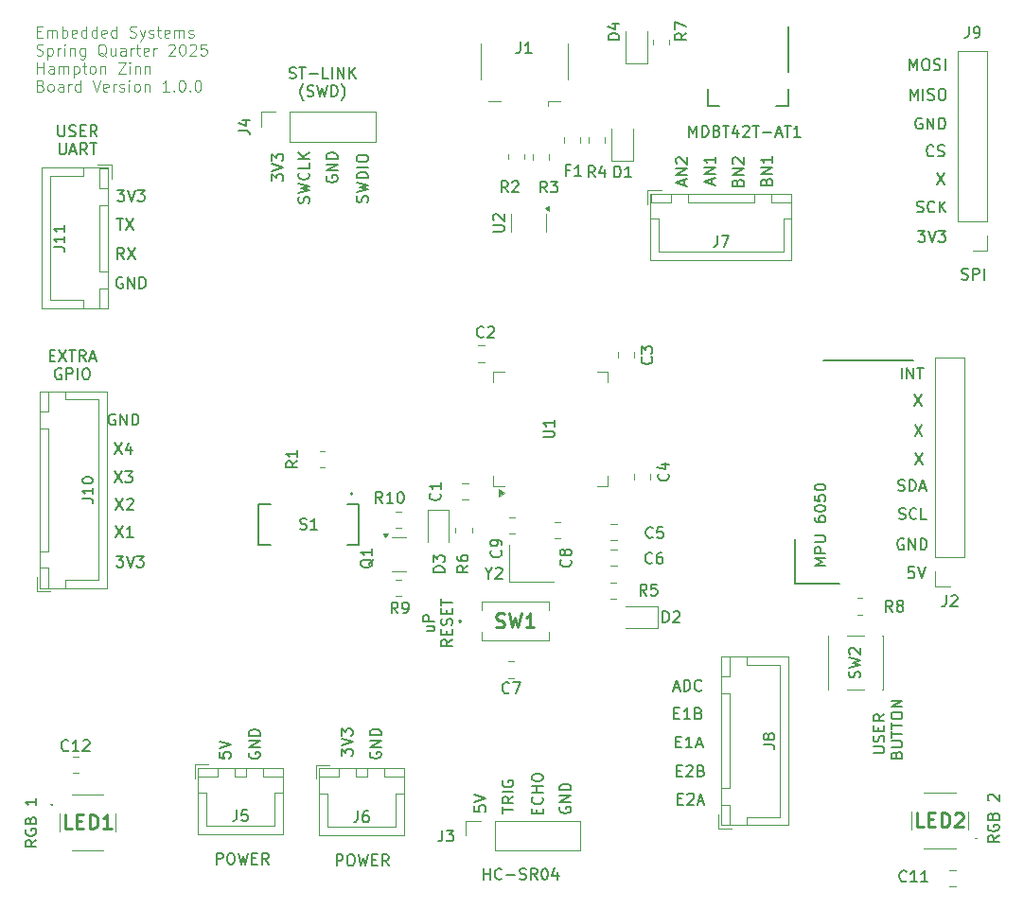
<source format=gbr>
%TF.GenerationSoftware,KiCad,Pcbnew,9.0.1*%
%TF.CreationDate,2025-05-07T09:32:01-06:00*%
%TF.ProjectId,2025_04_STM32F103_RobotBrain,32303235-5f30-4345-9f53-544d33324631,rev?*%
%TF.SameCoordinates,Original*%
%TF.FileFunction,Legend,Top*%
%TF.FilePolarity,Positive*%
%FSLAX46Y46*%
G04 Gerber Fmt 4.6, Leading zero omitted, Abs format (unit mm)*
G04 Created by KiCad (PCBNEW 9.0.1) date 2025-05-07 09:32:01*
%MOMM*%
%LPD*%
G01*
G04 APERTURE LIST*
%ADD10C,0.150000*%
%ADD11C,0.100000*%
%ADD12C,0.254000*%
%ADD13C,0.120000*%
%ADD14C,0.127000*%
%ADD15C,0.200000*%
G04 APERTURE END LIST*
D10*
X162585000Y-80945000D02*
X166585000Y-80945000D01*
X162585000Y-80945000D02*
X162585000Y-76945000D01*
X173165000Y-60945000D02*
X165165000Y-60945000D01*
X111104819Y-96030476D02*
X111104819Y-96506666D01*
X111104819Y-96506666D02*
X111581009Y-96554285D01*
X111581009Y-96554285D02*
X111533390Y-96506666D01*
X111533390Y-96506666D02*
X111485771Y-96411428D01*
X111485771Y-96411428D02*
X111485771Y-96173333D01*
X111485771Y-96173333D02*
X111533390Y-96078095D01*
X111533390Y-96078095D02*
X111581009Y-96030476D01*
X111581009Y-96030476D02*
X111676247Y-95982857D01*
X111676247Y-95982857D02*
X111914342Y-95982857D01*
X111914342Y-95982857D02*
X112009580Y-96030476D01*
X112009580Y-96030476D02*
X112057200Y-96078095D01*
X112057200Y-96078095D02*
X112104819Y-96173333D01*
X112104819Y-96173333D02*
X112104819Y-96411428D01*
X112104819Y-96411428D02*
X112057200Y-96506666D01*
X112057200Y-96506666D02*
X112009580Y-96554285D01*
X111104819Y-95697142D02*
X112104819Y-95363809D01*
X112104819Y-95363809D02*
X111104819Y-95030476D01*
X101840476Y-73304819D02*
X102507142Y-74304819D01*
X102507142Y-73304819D02*
X101840476Y-74304819D01*
X102840476Y-73400057D02*
X102888095Y-73352438D01*
X102888095Y-73352438D02*
X102983333Y-73304819D01*
X102983333Y-73304819D02*
X103221428Y-73304819D01*
X103221428Y-73304819D02*
X103316666Y-73352438D01*
X103316666Y-73352438D02*
X103364285Y-73400057D01*
X103364285Y-73400057D02*
X103411904Y-73495295D01*
X103411904Y-73495295D02*
X103411904Y-73590533D01*
X103411904Y-73590533D02*
X103364285Y-73733390D01*
X103364285Y-73733390D02*
X102792857Y-74304819D01*
X102792857Y-74304819D02*
X103411904Y-74304819D01*
X139531009Y-101531904D02*
X139531009Y-101198571D01*
X140054819Y-101055714D02*
X140054819Y-101531904D01*
X140054819Y-101531904D02*
X139054819Y-101531904D01*
X139054819Y-101531904D02*
X139054819Y-101055714D01*
X139959580Y-100055714D02*
X140007200Y-100103333D01*
X140007200Y-100103333D02*
X140054819Y-100246190D01*
X140054819Y-100246190D02*
X140054819Y-100341428D01*
X140054819Y-100341428D02*
X140007200Y-100484285D01*
X140007200Y-100484285D02*
X139911961Y-100579523D01*
X139911961Y-100579523D02*
X139816723Y-100627142D01*
X139816723Y-100627142D02*
X139626247Y-100674761D01*
X139626247Y-100674761D02*
X139483390Y-100674761D01*
X139483390Y-100674761D02*
X139292914Y-100627142D01*
X139292914Y-100627142D02*
X139197676Y-100579523D01*
X139197676Y-100579523D02*
X139102438Y-100484285D01*
X139102438Y-100484285D02*
X139054819Y-100341428D01*
X139054819Y-100341428D02*
X139054819Y-100246190D01*
X139054819Y-100246190D02*
X139102438Y-100103333D01*
X139102438Y-100103333D02*
X139150057Y-100055714D01*
X140054819Y-99627142D02*
X139054819Y-99627142D01*
X139531009Y-99627142D02*
X139531009Y-99055714D01*
X140054819Y-99055714D02*
X139054819Y-99055714D01*
X139054819Y-98389047D02*
X139054819Y-98198571D01*
X139054819Y-98198571D02*
X139102438Y-98103333D01*
X139102438Y-98103333D02*
X139197676Y-98008095D01*
X139197676Y-98008095D02*
X139388152Y-97960476D01*
X139388152Y-97960476D02*
X139721485Y-97960476D01*
X139721485Y-97960476D02*
X139911961Y-98008095D01*
X139911961Y-98008095D02*
X140007200Y-98103333D01*
X140007200Y-98103333D02*
X140054819Y-98198571D01*
X140054819Y-98198571D02*
X140054819Y-98389047D01*
X140054819Y-98389047D02*
X140007200Y-98484285D01*
X140007200Y-98484285D02*
X139911961Y-98579523D01*
X139911961Y-98579523D02*
X139721485Y-98627142D01*
X139721485Y-98627142D02*
X139388152Y-98627142D01*
X139388152Y-98627142D02*
X139197676Y-98579523D01*
X139197676Y-98579523D02*
X139102438Y-98484285D01*
X139102438Y-98484285D02*
X139054819Y-98389047D01*
X151809524Y-92521009D02*
X152142857Y-92521009D01*
X152285714Y-93044819D02*
X151809524Y-93044819D01*
X151809524Y-93044819D02*
X151809524Y-92044819D01*
X151809524Y-92044819D02*
X152285714Y-92044819D01*
X153238095Y-93044819D02*
X152666667Y-93044819D01*
X152952381Y-93044819D02*
X152952381Y-92044819D01*
X152952381Y-92044819D02*
X152857143Y-92187676D01*
X152857143Y-92187676D02*
X152761905Y-92282914D01*
X152761905Y-92282914D02*
X152666667Y-92330533D01*
X154000000Y-92521009D02*
X154142857Y-92568628D01*
X154142857Y-92568628D02*
X154190476Y-92616247D01*
X154190476Y-92616247D02*
X154238095Y-92711485D01*
X154238095Y-92711485D02*
X154238095Y-92854342D01*
X154238095Y-92854342D02*
X154190476Y-92949580D01*
X154190476Y-92949580D02*
X154142857Y-92997200D01*
X154142857Y-92997200D02*
X154047619Y-93044819D01*
X154047619Y-93044819D02*
X153666667Y-93044819D01*
X153666667Y-93044819D02*
X153666667Y-92044819D01*
X153666667Y-92044819D02*
X154000000Y-92044819D01*
X154000000Y-92044819D02*
X154095238Y-92092438D01*
X154095238Y-92092438D02*
X154142857Y-92140057D01*
X154142857Y-92140057D02*
X154190476Y-92235295D01*
X154190476Y-92235295D02*
X154190476Y-92330533D01*
X154190476Y-92330533D02*
X154142857Y-92425771D01*
X154142857Y-92425771D02*
X154095238Y-92473390D01*
X154095238Y-92473390D02*
X154000000Y-92521009D01*
X154000000Y-92521009D02*
X153666667Y-92521009D01*
X155169104Y-45178094D02*
X155169104Y-44701904D01*
X155454819Y-45273332D02*
X154454819Y-44939999D01*
X154454819Y-44939999D02*
X155454819Y-44606666D01*
X155454819Y-44273332D02*
X154454819Y-44273332D01*
X154454819Y-44273332D02*
X155454819Y-43701904D01*
X155454819Y-43701904D02*
X154454819Y-43701904D01*
X155454819Y-42701904D02*
X155454819Y-43273332D01*
X155454819Y-42987618D02*
X154454819Y-42987618D01*
X154454819Y-42987618D02*
X154597676Y-43082856D01*
X154597676Y-43082856D02*
X154692914Y-43178094D01*
X154692914Y-43178094D02*
X154740533Y-43273332D01*
X173396667Y-69234819D02*
X174063333Y-70234819D01*
X174063333Y-69234819D02*
X173396667Y-70234819D01*
X120722438Y-44441904D02*
X120674819Y-44537142D01*
X120674819Y-44537142D02*
X120674819Y-44679999D01*
X120674819Y-44679999D02*
X120722438Y-44822856D01*
X120722438Y-44822856D02*
X120817676Y-44918094D01*
X120817676Y-44918094D02*
X120912914Y-44965713D01*
X120912914Y-44965713D02*
X121103390Y-45013332D01*
X121103390Y-45013332D02*
X121246247Y-45013332D01*
X121246247Y-45013332D02*
X121436723Y-44965713D01*
X121436723Y-44965713D02*
X121531961Y-44918094D01*
X121531961Y-44918094D02*
X121627200Y-44822856D01*
X121627200Y-44822856D02*
X121674819Y-44679999D01*
X121674819Y-44679999D02*
X121674819Y-44584761D01*
X121674819Y-44584761D02*
X121627200Y-44441904D01*
X121627200Y-44441904D02*
X121579580Y-44394285D01*
X121579580Y-44394285D02*
X121246247Y-44394285D01*
X121246247Y-44394285D02*
X121246247Y-44584761D01*
X121674819Y-43965713D02*
X120674819Y-43965713D01*
X120674819Y-43965713D02*
X121674819Y-43394285D01*
X121674819Y-43394285D02*
X120674819Y-43394285D01*
X121674819Y-42918094D02*
X120674819Y-42918094D01*
X120674819Y-42918094D02*
X120674819Y-42679999D01*
X120674819Y-42679999D02*
X120722438Y-42537142D01*
X120722438Y-42537142D02*
X120817676Y-42441904D01*
X120817676Y-42441904D02*
X120912914Y-42394285D01*
X120912914Y-42394285D02*
X121103390Y-42346666D01*
X121103390Y-42346666D02*
X121246247Y-42346666D01*
X121246247Y-42346666D02*
X121436723Y-42394285D01*
X121436723Y-42394285D02*
X121531961Y-42441904D01*
X121531961Y-42441904D02*
X121627200Y-42537142D01*
X121627200Y-42537142D02*
X121674819Y-42679999D01*
X121674819Y-42679999D02*
X121674819Y-42918094D01*
X172888572Y-34964819D02*
X172888572Y-33964819D01*
X172888572Y-33964819D02*
X173221905Y-34679104D01*
X173221905Y-34679104D02*
X173555238Y-33964819D01*
X173555238Y-33964819D02*
X173555238Y-34964819D01*
X174221905Y-33964819D02*
X174412381Y-33964819D01*
X174412381Y-33964819D02*
X174507619Y-34012438D01*
X174507619Y-34012438D02*
X174602857Y-34107676D01*
X174602857Y-34107676D02*
X174650476Y-34298152D01*
X174650476Y-34298152D02*
X174650476Y-34631485D01*
X174650476Y-34631485D02*
X174602857Y-34821961D01*
X174602857Y-34821961D02*
X174507619Y-34917200D01*
X174507619Y-34917200D02*
X174412381Y-34964819D01*
X174412381Y-34964819D02*
X174221905Y-34964819D01*
X174221905Y-34964819D02*
X174126667Y-34917200D01*
X174126667Y-34917200D02*
X174031429Y-34821961D01*
X174031429Y-34821961D02*
X173983810Y-34631485D01*
X173983810Y-34631485D02*
X173983810Y-34298152D01*
X173983810Y-34298152D02*
X174031429Y-34107676D01*
X174031429Y-34107676D02*
X174126667Y-34012438D01*
X174126667Y-34012438D02*
X174221905Y-33964819D01*
X175031429Y-34917200D02*
X175174286Y-34964819D01*
X175174286Y-34964819D02*
X175412381Y-34964819D01*
X175412381Y-34964819D02*
X175507619Y-34917200D01*
X175507619Y-34917200D02*
X175555238Y-34869580D01*
X175555238Y-34869580D02*
X175602857Y-34774342D01*
X175602857Y-34774342D02*
X175602857Y-34679104D01*
X175602857Y-34679104D02*
X175555238Y-34583866D01*
X175555238Y-34583866D02*
X175507619Y-34536247D01*
X175507619Y-34536247D02*
X175412381Y-34488628D01*
X175412381Y-34488628D02*
X175221905Y-34441009D01*
X175221905Y-34441009D02*
X175126667Y-34393390D01*
X175126667Y-34393390D02*
X175079048Y-34345771D01*
X175079048Y-34345771D02*
X175031429Y-34250533D01*
X175031429Y-34250533D02*
X175031429Y-34155295D01*
X175031429Y-34155295D02*
X175079048Y-34060057D01*
X175079048Y-34060057D02*
X175126667Y-34012438D01*
X175126667Y-34012438D02*
X175221905Y-33964819D01*
X175221905Y-33964819D02*
X175460000Y-33964819D01*
X175460000Y-33964819D02*
X175602857Y-34012438D01*
X176031429Y-34964819D02*
X176031429Y-33964819D01*
X101981905Y-45694819D02*
X102600952Y-45694819D01*
X102600952Y-45694819D02*
X102267619Y-46075771D01*
X102267619Y-46075771D02*
X102410476Y-46075771D01*
X102410476Y-46075771D02*
X102505714Y-46123390D01*
X102505714Y-46123390D02*
X102553333Y-46171009D01*
X102553333Y-46171009D02*
X102600952Y-46266247D01*
X102600952Y-46266247D02*
X102600952Y-46504342D01*
X102600952Y-46504342D02*
X102553333Y-46599580D01*
X102553333Y-46599580D02*
X102505714Y-46647200D01*
X102505714Y-46647200D02*
X102410476Y-46694819D01*
X102410476Y-46694819D02*
X102124762Y-46694819D01*
X102124762Y-46694819D02*
X102029524Y-46647200D01*
X102029524Y-46647200D02*
X101981905Y-46599580D01*
X102886667Y-45694819D02*
X103220000Y-46694819D01*
X103220000Y-46694819D02*
X103553333Y-45694819D01*
X103791429Y-45694819D02*
X104410476Y-45694819D01*
X104410476Y-45694819D02*
X104077143Y-46075771D01*
X104077143Y-46075771D02*
X104220000Y-46075771D01*
X104220000Y-46075771D02*
X104315238Y-46123390D01*
X104315238Y-46123390D02*
X104362857Y-46171009D01*
X104362857Y-46171009D02*
X104410476Y-46266247D01*
X104410476Y-46266247D02*
X104410476Y-46504342D01*
X104410476Y-46504342D02*
X104362857Y-46599580D01*
X104362857Y-46599580D02*
X104315238Y-46647200D01*
X104315238Y-46647200D02*
X104220000Y-46694819D01*
X104220000Y-46694819D02*
X103934286Y-46694819D01*
X103934286Y-46694819D02*
X103839048Y-46647200D01*
X103839048Y-46647200D02*
X103791429Y-46599580D01*
X152130952Y-100181009D02*
X152464285Y-100181009D01*
X152607142Y-100704819D02*
X152130952Y-100704819D01*
X152130952Y-100704819D02*
X152130952Y-99704819D01*
X152130952Y-99704819D02*
X152607142Y-99704819D01*
X152988095Y-99800057D02*
X153035714Y-99752438D01*
X153035714Y-99752438D02*
X153130952Y-99704819D01*
X153130952Y-99704819D02*
X153369047Y-99704819D01*
X153369047Y-99704819D02*
X153464285Y-99752438D01*
X153464285Y-99752438D02*
X153511904Y-99800057D01*
X153511904Y-99800057D02*
X153559523Y-99895295D01*
X153559523Y-99895295D02*
X153559523Y-99990533D01*
X153559523Y-99990533D02*
X153511904Y-100133390D01*
X153511904Y-100133390D02*
X152940476Y-100704819D01*
X152940476Y-100704819D02*
X153559523Y-100704819D01*
X153940476Y-100419104D02*
X154416666Y-100419104D01*
X153845238Y-100704819D02*
X154178571Y-99704819D01*
X154178571Y-99704819D02*
X154511904Y-100704819D01*
X101918095Y-48274819D02*
X102489523Y-48274819D01*
X102203809Y-49274819D02*
X102203809Y-48274819D01*
X102727619Y-48274819D02*
X103394285Y-49274819D01*
X103394285Y-48274819D02*
X102727619Y-49274819D01*
X102448095Y-53532438D02*
X102352857Y-53484819D01*
X102352857Y-53484819D02*
X102210000Y-53484819D01*
X102210000Y-53484819D02*
X102067143Y-53532438D01*
X102067143Y-53532438D02*
X101971905Y-53627676D01*
X101971905Y-53627676D02*
X101924286Y-53722914D01*
X101924286Y-53722914D02*
X101876667Y-53913390D01*
X101876667Y-53913390D02*
X101876667Y-54056247D01*
X101876667Y-54056247D02*
X101924286Y-54246723D01*
X101924286Y-54246723D02*
X101971905Y-54341961D01*
X101971905Y-54341961D02*
X102067143Y-54437200D01*
X102067143Y-54437200D02*
X102210000Y-54484819D01*
X102210000Y-54484819D02*
X102305238Y-54484819D01*
X102305238Y-54484819D02*
X102448095Y-54437200D01*
X102448095Y-54437200D02*
X102495714Y-54389580D01*
X102495714Y-54389580D02*
X102495714Y-54056247D01*
X102495714Y-54056247D02*
X102305238Y-54056247D01*
X102924286Y-54484819D02*
X102924286Y-53484819D01*
X102924286Y-53484819D02*
X103495714Y-54484819D01*
X103495714Y-54484819D02*
X103495714Y-53484819D01*
X103971905Y-54484819D02*
X103971905Y-53484819D01*
X103971905Y-53484819D02*
X104210000Y-53484819D01*
X104210000Y-53484819D02*
X104352857Y-53532438D01*
X104352857Y-53532438D02*
X104448095Y-53627676D01*
X104448095Y-53627676D02*
X104495714Y-53722914D01*
X104495714Y-53722914D02*
X104543333Y-53913390D01*
X104543333Y-53913390D02*
X104543333Y-54056247D01*
X104543333Y-54056247D02*
X104495714Y-54246723D01*
X104495714Y-54246723D02*
X104448095Y-54341961D01*
X104448095Y-54341961D02*
X104352857Y-54437200D01*
X104352857Y-54437200D02*
X104210000Y-54484819D01*
X104210000Y-54484819D02*
X103971905Y-54484819D01*
X134746667Y-107414819D02*
X134746667Y-106414819D01*
X134746667Y-106891009D02*
X135318095Y-106891009D01*
X135318095Y-107414819D02*
X135318095Y-106414819D01*
X136365714Y-107319580D02*
X136318095Y-107367200D01*
X136318095Y-107367200D02*
X136175238Y-107414819D01*
X136175238Y-107414819D02*
X136080000Y-107414819D01*
X136080000Y-107414819D02*
X135937143Y-107367200D01*
X135937143Y-107367200D02*
X135841905Y-107271961D01*
X135841905Y-107271961D02*
X135794286Y-107176723D01*
X135794286Y-107176723D02*
X135746667Y-106986247D01*
X135746667Y-106986247D02*
X135746667Y-106843390D01*
X135746667Y-106843390D02*
X135794286Y-106652914D01*
X135794286Y-106652914D02*
X135841905Y-106557676D01*
X135841905Y-106557676D02*
X135937143Y-106462438D01*
X135937143Y-106462438D02*
X136080000Y-106414819D01*
X136080000Y-106414819D02*
X136175238Y-106414819D01*
X136175238Y-106414819D02*
X136318095Y-106462438D01*
X136318095Y-106462438D02*
X136365714Y-106510057D01*
X136794286Y-107033866D02*
X137556191Y-107033866D01*
X137984762Y-107367200D02*
X138127619Y-107414819D01*
X138127619Y-107414819D02*
X138365714Y-107414819D01*
X138365714Y-107414819D02*
X138460952Y-107367200D01*
X138460952Y-107367200D02*
X138508571Y-107319580D01*
X138508571Y-107319580D02*
X138556190Y-107224342D01*
X138556190Y-107224342D02*
X138556190Y-107129104D01*
X138556190Y-107129104D02*
X138508571Y-107033866D01*
X138508571Y-107033866D02*
X138460952Y-106986247D01*
X138460952Y-106986247D02*
X138365714Y-106938628D01*
X138365714Y-106938628D02*
X138175238Y-106891009D01*
X138175238Y-106891009D02*
X138080000Y-106843390D01*
X138080000Y-106843390D02*
X138032381Y-106795771D01*
X138032381Y-106795771D02*
X137984762Y-106700533D01*
X137984762Y-106700533D02*
X137984762Y-106605295D01*
X137984762Y-106605295D02*
X138032381Y-106510057D01*
X138032381Y-106510057D02*
X138080000Y-106462438D01*
X138080000Y-106462438D02*
X138175238Y-106414819D01*
X138175238Y-106414819D02*
X138413333Y-106414819D01*
X138413333Y-106414819D02*
X138556190Y-106462438D01*
X139556190Y-107414819D02*
X139222857Y-106938628D01*
X138984762Y-107414819D02*
X138984762Y-106414819D01*
X138984762Y-106414819D02*
X139365714Y-106414819D01*
X139365714Y-106414819D02*
X139460952Y-106462438D01*
X139460952Y-106462438D02*
X139508571Y-106510057D01*
X139508571Y-106510057D02*
X139556190Y-106605295D01*
X139556190Y-106605295D02*
X139556190Y-106748152D01*
X139556190Y-106748152D02*
X139508571Y-106843390D01*
X139508571Y-106843390D02*
X139460952Y-106891009D01*
X139460952Y-106891009D02*
X139365714Y-106938628D01*
X139365714Y-106938628D02*
X138984762Y-106938628D01*
X140175238Y-106414819D02*
X140270476Y-106414819D01*
X140270476Y-106414819D02*
X140365714Y-106462438D01*
X140365714Y-106462438D02*
X140413333Y-106510057D01*
X140413333Y-106510057D02*
X140460952Y-106605295D01*
X140460952Y-106605295D02*
X140508571Y-106795771D01*
X140508571Y-106795771D02*
X140508571Y-107033866D01*
X140508571Y-107033866D02*
X140460952Y-107224342D01*
X140460952Y-107224342D02*
X140413333Y-107319580D01*
X140413333Y-107319580D02*
X140365714Y-107367200D01*
X140365714Y-107367200D02*
X140270476Y-107414819D01*
X140270476Y-107414819D02*
X140175238Y-107414819D01*
X140175238Y-107414819D02*
X140080000Y-107367200D01*
X140080000Y-107367200D02*
X140032381Y-107319580D01*
X140032381Y-107319580D02*
X139984762Y-107224342D01*
X139984762Y-107224342D02*
X139937143Y-107033866D01*
X139937143Y-107033866D02*
X139937143Y-106795771D01*
X139937143Y-106795771D02*
X139984762Y-106605295D01*
X139984762Y-106605295D02*
X140032381Y-106510057D01*
X140032381Y-106510057D02*
X140080000Y-106462438D01*
X140080000Y-106462438D02*
X140175238Y-106414819D01*
X141365714Y-106748152D02*
X141365714Y-107414819D01*
X141127619Y-106367200D02*
X140889524Y-107081485D01*
X140889524Y-107081485D02*
X141508571Y-107081485D01*
X115824819Y-44888094D02*
X115824819Y-44269047D01*
X115824819Y-44269047D02*
X116205771Y-44602380D01*
X116205771Y-44602380D02*
X116205771Y-44459523D01*
X116205771Y-44459523D02*
X116253390Y-44364285D01*
X116253390Y-44364285D02*
X116301009Y-44316666D01*
X116301009Y-44316666D02*
X116396247Y-44269047D01*
X116396247Y-44269047D02*
X116634342Y-44269047D01*
X116634342Y-44269047D02*
X116729580Y-44316666D01*
X116729580Y-44316666D02*
X116777200Y-44364285D01*
X116777200Y-44364285D02*
X116824819Y-44459523D01*
X116824819Y-44459523D02*
X116824819Y-44745237D01*
X116824819Y-44745237D02*
X116777200Y-44840475D01*
X116777200Y-44840475D02*
X116729580Y-44888094D01*
X115824819Y-43983332D02*
X116824819Y-43649999D01*
X116824819Y-43649999D02*
X115824819Y-43316666D01*
X115824819Y-43078570D02*
X115824819Y-42459523D01*
X115824819Y-42459523D02*
X116205771Y-42792856D01*
X116205771Y-42792856D02*
X116205771Y-42649999D01*
X116205771Y-42649999D02*
X116253390Y-42554761D01*
X116253390Y-42554761D02*
X116301009Y-42507142D01*
X116301009Y-42507142D02*
X116396247Y-42459523D01*
X116396247Y-42459523D02*
X116634342Y-42459523D01*
X116634342Y-42459523D02*
X116729580Y-42507142D01*
X116729580Y-42507142D02*
X116777200Y-42554761D01*
X116777200Y-42554761D02*
X116824819Y-42649999D01*
X116824819Y-42649999D02*
X116824819Y-42935713D01*
X116824819Y-42935713D02*
X116777200Y-43030951D01*
X116777200Y-43030951D02*
X116729580Y-43078570D01*
X151980952Y-95081009D02*
X152314285Y-95081009D01*
X152457142Y-95604819D02*
X151980952Y-95604819D01*
X151980952Y-95604819D02*
X151980952Y-94604819D01*
X151980952Y-94604819D02*
X152457142Y-94604819D01*
X153409523Y-95604819D02*
X152838095Y-95604819D01*
X153123809Y-95604819D02*
X153123809Y-94604819D01*
X153123809Y-94604819D02*
X153028571Y-94747676D01*
X153028571Y-94747676D02*
X152933333Y-94842914D01*
X152933333Y-94842914D02*
X152838095Y-94890533D01*
X153790476Y-95319104D02*
X154266666Y-95319104D01*
X153695238Y-95604819D02*
X154028571Y-94604819D01*
X154028571Y-94604819D02*
X154361904Y-95604819D01*
X175296667Y-44194819D02*
X175963333Y-45194819D01*
X175963333Y-44194819D02*
X175296667Y-45194819D01*
X102583333Y-51864819D02*
X102250000Y-51388628D01*
X102011905Y-51864819D02*
X102011905Y-50864819D01*
X102011905Y-50864819D02*
X102392857Y-50864819D01*
X102392857Y-50864819D02*
X102488095Y-50912438D01*
X102488095Y-50912438D02*
X102535714Y-50960057D01*
X102535714Y-50960057D02*
X102583333Y-51055295D01*
X102583333Y-51055295D02*
X102583333Y-51198152D01*
X102583333Y-51198152D02*
X102535714Y-51293390D01*
X102535714Y-51293390D02*
X102488095Y-51341009D01*
X102488095Y-51341009D02*
X102392857Y-51388628D01*
X102392857Y-51388628D02*
X102011905Y-51388628D01*
X102916667Y-50864819D02*
X103583333Y-51864819D01*
X103583333Y-50864819D02*
X102916667Y-51864819D01*
X101730476Y-68354819D02*
X102397142Y-69354819D01*
X102397142Y-68354819D02*
X101730476Y-69354819D01*
X103206666Y-68688152D02*
X103206666Y-69354819D01*
X102968571Y-68307200D02*
X102730476Y-69021485D01*
X102730476Y-69021485D02*
X103349523Y-69021485D01*
X171909524Y-75107200D02*
X172052381Y-75154819D01*
X172052381Y-75154819D02*
X172290476Y-75154819D01*
X172290476Y-75154819D02*
X172385714Y-75107200D01*
X172385714Y-75107200D02*
X172433333Y-75059580D01*
X172433333Y-75059580D02*
X172480952Y-74964342D01*
X172480952Y-74964342D02*
X172480952Y-74869104D01*
X172480952Y-74869104D02*
X172433333Y-74773866D01*
X172433333Y-74773866D02*
X172385714Y-74726247D01*
X172385714Y-74726247D02*
X172290476Y-74678628D01*
X172290476Y-74678628D02*
X172100000Y-74631009D01*
X172100000Y-74631009D02*
X172004762Y-74583390D01*
X172004762Y-74583390D02*
X171957143Y-74535771D01*
X171957143Y-74535771D02*
X171909524Y-74440533D01*
X171909524Y-74440533D02*
X171909524Y-74345295D01*
X171909524Y-74345295D02*
X171957143Y-74250057D01*
X171957143Y-74250057D02*
X172004762Y-74202438D01*
X172004762Y-74202438D02*
X172100000Y-74154819D01*
X172100000Y-74154819D02*
X172338095Y-74154819D01*
X172338095Y-74154819D02*
X172480952Y-74202438D01*
X173480952Y-75059580D02*
X173433333Y-75107200D01*
X173433333Y-75107200D02*
X173290476Y-75154819D01*
X173290476Y-75154819D02*
X173195238Y-75154819D01*
X173195238Y-75154819D02*
X173052381Y-75107200D01*
X173052381Y-75107200D02*
X172957143Y-75011961D01*
X172957143Y-75011961D02*
X172909524Y-74916723D01*
X172909524Y-74916723D02*
X172861905Y-74726247D01*
X172861905Y-74726247D02*
X172861905Y-74583390D01*
X172861905Y-74583390D02*
X172909524Y-74392914D01*
X172909524Y-74392914D02*
X172957143Y-74297676D01*
X172957143Y-74297676D02*
X173052381Y-74202438D01*
X173052381Y-74202438D02*
X173195238Y-74154819D01*
X173195238Y-74154819D02*
X173290476Y-74154819D01*
X173290476Y-74154819D02*
X173433333Y-74202438D01*
X173433333Y-74202438D02*
X173480952Y-74250057D01*
X174385714Y-75154819D02*
X173909524Y-75154819D01*
X173909524Y-75154819D02*
X173909524Y-74154819D01*
X171845714Y-72587200D02*
X171988571Y-72634819D01*
X171988571Y-72634819D02*
X172226666Y-72634819D01*
X172226666Y-72634819D02*
X172321904Y-72587200D01*
X172321904Y-72587200D02*
X172369523Y-72539580D01*
X172369523Y-72539580D02*
X172417142Y-72444342D01*
X172417142Y-72444342D02*
X172417142Y-72349104D01*
X172417142Y-72349104D02*
X172369523Y-72253866D01*
X172369523Y-72253866D02*
X172321904Y-72206247D01*
X172321904Y-72206247D02*
X172226666Y-72158628D01*
X172226666Y-72158628D02*
X172036190Y-72111009D01*
X172036190Y-72111009D02*
X171940952Y-72063390D01*
X171940952Y-72063390D02*
X171893333Y-72015771D01*
X171893333Y-72015771D02*
X171845714Y-71920533D01*
X171845714Y-71920533D02*
X171845714Y-71825295D01*
X171845714Y-71825295D02*
X171893333Y-71730057D01*
X171893333Y-71730057D02*
X171940952Y-71682438D01*
X171940952Y-71682438D02*
X172036190Y-71634819D01*
X172036190Y-71634819D02*
X172274285Y-71634819D01*
X172274285Y-71634819D02*
X172417142Y-71682438D01*
X172845714Y-72634819D02*
X172845714Y-71634819D01*
X172845714Y-71634819D02*
X173083809Y-71634819D01*
X173083809Y-71634819D02*
X173226666Y-71682438D01*
X173226666Y-71682438D02*
X173321904Y-71777676D01*
X173321904Y-71777676D02*
X173369523Y-71872914D01*
X173369523Y-71872914D02*
X173417142Y-72063390D01*
X173417142Y-72063390D02*
X173417142Y-72206247D01*
X173417142Y-72206247D02*
X173369523Y-72396723D01*
X173369523Y-72396723D02*
X173321904Y-72491961D01*
X173321904Y-72491961D02*
X173226666Y-72587200D01*
X173226666Y-72587200D02*
X173083809Y-72634819D01*
X173083809Y-72634819D02*
X172845714Y-72634819D01*
X173798095Y-72349104D02*
X174274285Y-72349104D01*
X173702857Y-72634819D02*
X174036190Y-71634819D01*
X174036190Y-71634819D02*
X174369523Y-72634819D01*
X121590476Y-106174819D02*
X121590476Y-105174819D01*
X121590476Y-105174819D02*
X121971428Y-105174819D01*
X121971428Y-105174819D02*
X122066666Y-105222438D01*
X122066666Y-105222438D02*
X122114285Y-105270057D01*
X122114285Y-105270057D02*
X122161904Y-105365295D01*
X122161904Y-105365295D02*
X122161904Y-105508152D01*
X122161904Y-105508152D02*
X122114285Y-105603390D01*
X122114285Y-105603390D02*
X122066666Y-105651009D01*
X122066666Y-105651009D02*
X121971428Y-105698628D01*
X121971428Y-105698628D02*
X121590476Y-105698628D01*
X122780952Y-105174819D02*
X122971428Y-105174819D01*
X122971428Y-105174819D02*
X123066666Y-105222438D01*
X123066666Y-105222438D02*
X123161904Y-105317676D01*
X123161904Y-105317676D02*
X123209523Y-105508152D01*
X123209523Y-105508152D02*
X123209523Y-105841485D01*
X123209523Y-105841485D02*
X123161904Y-106031961D01*
X123161904Y-106031961D02*
X123066666Y-106127200D01*
X123066666Y-106127200D02*
X122971428Y-106174819D01*
X122971428Y-106174819D02*
X122780952Y-106174819D01*
X122780952Y-106174819D02*
X122685714Y-106127200D01*
X122685714Y-106127200D02*
X122590476Y-106031961D01*
X122590476Y-106031961D02*
X122542857Y-105841485D01*
X122542857Y-105841485D02*
X122542857Y-105508152D01*
X122542857Y-105508152D02*
X122590476Y-105317676D01*
X122590476Y-105317676D02*
X122685714Y-105222438D01*
X122685714Y-105222438D02*
X122780952Y-105174819D01*
X123542857Y-105174819D02*
X123780952Y-106174819D01*
X123780952Y-106174819D02*
X123971428Y-105460533D01*
X123971428Y-105460533D02*
X124161904Y-106174819D01*
X124161904Y-106174819D02*
X124400000Y-105174819D01*
X124780952Y-105651009D02*
X125114285Y-105651009D01*
X125257142Y-106174819D02*
X124780952Y-106174819D01*
X124780952Y-106174819D02*
X124780952Y-105174819D01*
X124780952Y-105174819D02*
X125257142Y-105174819D01*
X126257142Y-106174819D02*
X125923809Y-105698628D01*
X125685714Y-106174819D02*
X125685714Y-105174819D01*
X125685714Y-105174819D02*
X126066666Y-105174819D01*
X126066666Y-105174819D02*
X126161904Y-105222438D01*
X126161904Y-105222438D02*
X126209523Y-105270057D01*
X126209523Y-105270057D02*
X126257142Y-105365295D01*
X126257142Y-105365295D02*
X126257142Y-105508152D01*
X126257142Y-105508152D02*
X126209523Y-105603390D01*
X126209523Y-105603390D02*
X126161904Y-105651009D01*
X126161904Y-105651009D02*
X126066666Y-105698628D01*
X126066666Y-105698628D02*
X125685714Y-105698628D01*
X124622438Y-96021904D02*
X124574819Y-96117142D01*
X124574819Y-96117142D02*
X124574819Y-96259999D01*
X124574819Y-96259999D02*
X124622438Y-96402856D01*
X124622438Y-96402856D02*
X124717676Y-96498094D01*
X124717676Y-96498094D02*
X124812914Y-96545713D01*
X124812914Y-96545713D02*
X125003390Y-96593332D01*
X125003390Y-96593332D02*
X125146247Y-96593332D01*
X125146247Y-96593332D02*
X125336723Y-96545713D01*
X125336723Y-96545713D02*
X125431961Y-96498094D01*
X125431961Y-96498094D02*
X125527200Y-96402856D01*
X125527200Y-96402856D02*
X125574819Y-96259999D01*
X125574819Y-96259999D02*
X125574819Y-96164761D01*
X125574819Y-96164761D02*
X125527200Y-96021904D01*
X125527200Y-96021904D02*
X125479580Y-95974285D01*
X125479580Y-95974285D02*
X125146247Y-95974285D01*
X125146247Y-95974285D02*
X125146247Y-96164761D01*
X125574819Y-95545713D02*
X124574819Y-95545713D01*
X124574819Y-95545713D02*
X125574819Y-94974285D01*
X125574819Y-94974285D02*
X124574819Y-94974285D01*
X125574819Y-94498094D02*
X124574819Y-94498094D01*
X124574819Y-94498094D02*
X124574819Y-94259999D01*
X124574819Y-94259999D02*
X124622438Y-94117142D01*
X124622438Y-94117142D02*
X124717676Y-94021904D01*
X124717676Y-94021904D02*
X124812914Y-93974285D01*
X124812914Y-93974285D02*
X125003390Y-93926666D01*
X125003390Y-93926666D02*
X125146247Y-93926666D01*
X125146247Y-93926666D02*
X125336723Y-93974285D01*
X125336723Y-93974285D02*
X125431961Y-94021904D01*
X125431961Y-94021904D02*
X125527200Y-94117142D01*
X125527200Y-94117142D02*
X125574819Y-94259999D01*
X125574819Y-94259999D02*
X125574819Y-94498094D01*
X173621905Y-49344819D02*
X174240952Y-49344819D01*
X174240952Y-49344819D02*
X173907619Y-49725771D01*
X173907619Y-49725771D02*
X174050476Y-49725771D01*
X174050476Y-49725771D02*
X174145714Y-49773390D01*
X174145714Y-49773390D02*
X174193333Y-49821009D01*
X174193333Y-49821009D02*
X174240952Y-49916247D01*
X174240952Y-49916247D02*
X174240952Y-50154342D01*
X174240952Y-50154342D02*
X174193333Y-50249580D01*
X174193333Y-50249580D02*
X174145714Y-50297200D01*
X174145714Y-50297200D02*
X174050476Y-50344819D01*
X174050476Y-50344819D02*
X173764762Y-50344819D01*
X173764762Y-50344819D02*
X173669524Y-50297200D01*
X173669524Y-50297200D02*
X173621905Y-50249580D01*
X174526667Y-49344819D02*
X174860000Y-50344819D01*
X174860000Y-50344819D02*
X175193333Y-49344819D01*
X175431429Y-49344819D02*
X176050476Y-49344819D01*
X176050476Y-49344819D02*
X175717143Y-49725771D01*
X175717143Y-49725771D02*
X175860000Y-49725771D01*
X175860000Y-49725771D02*
X175955238Y-49773390D01*
X175955238Y-49773390D02*
X176002857Y-49821009D01*
X176002857Y-49821009D02*
X176050476Y-49916247D01*
X176050476Y-49916247D02*
X176050476Y-50154342D01*
X176050476Y-50154342D02*
X176002857Y-50249580D01*
X176002857Y-50249580D02*
X175955238Y-50297200D01*
X175955238Y-50297200D02*
X175860000Y-50344819D01*
X175860000Y-50344819D02*
X175574286Y-50344819D01*
X175574286Y-50344819D02*
X175479048Y-50297200D01*
X175479048Y-50297200D02*
X175431429Y-50249580D01*
X113792438Y-96061904D02*
X113744819Y-96157142D01*
X113744819Y-96157142D02*
X113744819Y-96299999D01*
X113744819Y-96299999D02*
X113792438Y-96442856D01*
X113792438Y-96442856D02*
X113887676Y-96538094D01*
X113887676Y-96538094D02*
X113982914Y-96585713D01*
X113982914Y-96585713D02*
X114173390Y-96633332D01*
X114173390Y-96633332D02*
X114316247Y-96633332D01*
X114316247Y-96633332D02*
X114506723Y-96585713D01*
X114506723Y-96585713D02*
X114601961Y-96538094D01*
X114601961Y-96538094D02*
X114697200Y-96442856D01*
X114697200Y-96442856D02*
X114744819Y-96299999D01*
X114744819Y-96299999D02*
X114744819Y-96204761D01*
X114744819Y-96204761D02*
X114697200Y-96061904D01*
X114697200Y-96061904D02*
X114649580Y-96014285D01*
X114649580Y-96014285D02*
X114316247Y-96014285D01*
X114316247Y-96014285D02*
X114316247Y-96204761D01*
X114744819Y-95585713D02*
X113744819Y-95585713D01*
X113744819Y-95585713D02*
X114744819Y-95014285D01*
X114744819Y-95014285D02*
X113744819Y-95014285D01*
X114744819Y-94538094D02*
X113744819Y-94538094D01*
X113744819Y-94538094D02*
X113744819Y-94299999D01*
X113744819Y-94299999D02*
X113792438Y-94157142D01*
X113792438Y-94157142D02*
X113887676Y-94061904D01*
X113887676Y-94061904D02*
X113982914Y-94014285D01*
X113982914Y-94014285D02*
X114173390Y-93966666D01*
X114173390Y-93966666D02*
X114316247Y-93966666D01*
X114316247Y-93966666D02*
X114506723Y-94014285D01*
X114506723Y-94014285D02*
X114601961Y-94061904D01*
X114601961Y-94061904D02*
X114697200Y-94157142D01*
X114697200Y-94157142D02*
X114744819Y-94299999D01*
X114744819Y-94299999D02*
X114744819Y-94538094D01*
X101901905Y-78454819D02*
X102520952Y-78454819D01*
X102520952Y-78454819D02*
X102187619Y-78835771D01*
X102187619Y-78835771D02*
X102330476Y-78835771D01*
X102330476Y-78835771D02*
X102425714Y-78883390D01*
X102425714Y-78883390D02*
X102473333Y-78931009D01*
X102473333Y-78931009D02*
X102520952Y-79026247D01*
X102520952Y-79026247D02*
X102520952Y-79264342D01*
X102520952Y-79264342D02*
X102473333Y-79359580D01*
X102473333Y-79359580D02*
X102425714Y-79407200D01*
X102425714Y-79407200D02*
X102330476Y-79454819D01*
X102330476Y-79454819D02*
X102044762Y-79454819D01*
X102044762Y-79454819D02*
X101949524Y-79407200D01*
X101949524Y-79407200D02*
X101901905Y-79359580D01*
X102806667Y-78454819D02*
X103140000Y-79454819D01*
X103140000Y-79454819D02*
X103473333Y-78454819D01*
X103711429Y-78454819D02*
X104330476Y-78454819D01*
X104330476Y-78454819D02*
X103997143Y-78835771D01*
X103997143Y-78835771D02*
X104140000Y-78835771D01*
X104140000Y-78835771D02*
X104235238Y-78883390D01*
X104235238Y-78883390D02*
X104282857Y-78931009D01*
X104282857Y-78931009D02*
X104330476Y-79026247D01*
X104330476Y-79026247D02*
X104330476Y-79264342D01*
X104330476Y-79264342D02*
X104282857Y-79359580D01*
X104282857Y-79359580D02*
X104235238Y-79407200D01*
X104235238Y-79407200D02*
X104140000Y-79454819D01*
X104140000Y-79454819D02*
X103854286Y-79454819D01*
X103854286Y-79454819D02*
X103759048Y-79407200D01*
X103759048Y-79407200D02*
X103711429Y-79359580D01*
X165354819Y-79348220D02*
X164354819Y-79348220D01*
X164354819Y-79348220D02*
X165069104Y-79014887D01*
X165069104Y-79014887D02*
X164354819Y-78681554D01*
X164354819Y-78681554D02*
X165354819Y-78681554D01*
X165354819Y-78205363D02*
X164354819Y-78205363D01*
X164354819Y-78205363D02*
X164354819Y-77824411D01*
X164354819Y-77824411D02*
X164402438Y-77729173D01*
X164402438Y-77729173D02*
X164450057Y-77681554D01*
X164450057Y-77681554D02*
X164545295Y-77633935D01*
X164545295Y-77633935D02*
X164688152Y-77633935D01*
X164688152Y-77633935D02*
X164783390Y-77681554D01*
X164783390Y-77681554D02*
X164831009Y-77729173D01*
X164831009Y-77729173D02*
X164878628Y-77824411D01*
X164878628Y-77824411D02*
X164878628Y-78205363D01*
X164354819Y-77205363D02*
X165164342Y-77205363D01*
X165164342Y-77205363D02*
X165259580Y-77157744D01*
X165259580Y-77157744D02*
X165307200Y-77110125D01*
X165307200Y-77110125D02*
X165354819Y-77014887D01*
X165354819Y-77014887D02*
X165354819Y-76824411D01*
X165354819Y-76824411D02*
X165307200Y-76729173D01*
X165307200Y-76729173D02*
X165259580Y-76681554D01*
X165259580Y-76681554D02*
X165164342Y-76633935D01*
X165164342Y-76633935D02*
X164354819Y-76633935D01*
X164354819Y-74967268D02*
X164354819Y-75157744D01*
X164354819Y-75157744D02*
X164402438Y-75252982D01*
X164402438Y-75252982D02*
X164450057Y-75300601D01*
X164450057Y-75300601D02*
X164592914Y-75395839D01*
X164592914Y-75395839D02*
X164783390Y-75443458D01*
X164783390Y-75443458D02*
X165164342Y-75443458D01*
X165164342Y-75443458D02*
X165259580Y-75395839D01*
X165259580Y-75395839D02*
X165307200Y-75348220D01*
X165307200Y-75348220D02*
X165354819Y-75252982D01*
X165354819Y-75252982D02*
X165354819Y-75062506D01*
X165354819Y-75062506D02*
X165307200Y-74967268D01*
X165307200Y-74967268D02*
X165259580Y-74919649D01*
X165259580Y-74919649D02*
X165164342Y-74872030D01*
X165164342Y-74872030D02*
X164926247Y-74872030D01*
X164926247Y-74872030D02*
X164831009Y-74919649D01*
X164831009Y-74919649D02*
X164783390Y-74967268D01*
X164783390Y-74967268D02*
X164735771Y-75062506D01*
X164735771Y-75062506D02*
X164735771Y-75252982D01*
X164735771Y-75252982D02*
X164783390Y-75348220D01*
X164783390Y-75348220D02*
X164831009Y-75395839D01*
X164831009Y-75395839D02*
X164926247Y-75443458D01*
X164354819Y-74252982D02*
X164354819Y-74157744D01*
X164354819Y-74157744D02*
X164402438Y-74062506D01*
X164402438Y-74062506D02*
X164450057Y-74014887D01*
X164450057Y-74014887D02*
X164545295Y-73967268D01*
X164545295Y-73967268D02*
X164735771Y-73919649D01*
X164735771Y-73919649D02*
X164973866Y-73919649D01*
X164973866Y-73919649D02*
X165164342Y-73967268D01*
X165164342Y-73967268D02*
X165259580Y-74014887D01*
X165259580Y-74014887D02*
X165307200Y-74062506D01*
X165307200Y-74062506D02*
X165354819Y-74157744D01*
X165354819Y-74157744D02*
X165354819Y-74252982D01*
X165354819Y-74252982D02*
X165307200Y-74348220D01*
X165307200Y-74348220D02*
X165259580Y-74395839D01*
X165259580Y-74395839D02*
X165164342Y-74443458D01*
X165164342Y-74443458D02*
X164973866Y-74491077D01*
X164973866Y-74491077D02*
X164735771Y-74491077D01*
X164735771Y-74491077D02*
X164545295Y-74443458D01*
X164545295Y-74443458D02*
X164450057Y-74395839D01*
X164450057Y-74395839D02*
X164402438Y-74348220D01*
X164402438Y-74348220D02*
X164354819Y-74252982D01*
X164354819Y-73014887D02*
X164354819Y-73491077D01*
X164354819Y-73491077D02*
X164831009Y-73538696D01*
X164831009Y-73538696D02*
X164783390Y-73491077D01*
X164783390Y-73491077D02*
X164735771Y-73395839D01*
X164735771Y-73395839D02*
X164735771Y-73157744D01*
X164735771Y-73157744D02*
X164783390Y-73062506D01*
X164783390Y-73062506D02*
X164831009Y-73014887D01*
X164831009Y-73014887D02*
X164926247Y-72967268D01*
X164926247Y-72967268D02*
X165164342Y-72967268D01*
X165164342Y-72967268D02*
X165259580Y-73014887D01*
X165259580Y-73014887D02*
X165307200Y-73062506D01*
X165307200Y-73062506D02*
X165354819Y-73157744D01*
X165354819Y-73157744D02*
X165354819Y-73395839D01*
X165354819Y-73395839D02*
X165307200Y-73491077D01*
X165307200Y-73491077D02*
X165259580Y-73538696D01*
X164354819Y-72348220D02*
X164354819Y-72252982D01*
X164354819Y-72252982D02*
X164402438Y-72157744D01*
X164402438Y-72157744D02*
X164450057Y-72110125D01*
X164450057Y-72110125D02*
X164545295Y-72062506D01*
X164545295Y-72062506D02*
X164735771Y-72014887D01*
X164735771Y-72014887D02*
X164973866Y-72014887D01*
X164973866Y-72014887D02*
X165164342Y-72062506D01*
X165164342Y-72062506D02*
X165259580Y-72110125D01*
X165259580Y-72110125D02*
X165307200Y-72157744D01*
X165307200Y-72157744D02*
X165354819Y-72252982D01*
X165354819Y-72252982D02*
X165354819Y-72348220D01*
X165354819Y-72348220D02*
X165307200Y-72443458D01*
X165307200Y-72443458D02*
X165259580Y-72491077D01*
X165259580Y-72491077D02*
X165164342Y-72538696D01*
X165164342Y-72538696D02*
X164973866Y-72586315D01*
X164973866Y-72586315D02*
X164735771Y-72586315D01*
X164735771Y-72586315D02*
X164545295Y-72538696D01*
X164545295Y-72538696D02*
X164450057Y-72491077D01*
X164450057Y-72491077D02*
X164402438Y-72443458D01*
X164402438Y-72443458D02*
X164354819Y-72348220D01*
X151761905Y-90259104D02*
X152238095Y-90259104D01*
X151666667Y-90544819D02*
X152000000Y-89544819D01*
X152000000Y-89544819D02*
X152333333Y-90544819D01*
X152666667Y-90544819D02*
X152666667Y-89544819D01*
X152666667Y-89544819D02*
X152904762Y-89544819D01*
X152904762Y-89544819D02*
X153047619Y-89592438D01*
X153047619Y-89592438D02*
X153142857Y-89687676D01*
X153142857Y-89687676D02*
X153190476Y-89782914D01*
X153190476Y-89782914D02*
X153238095Y-89973390D01*
X153238095Y-89973390D02*
X153238095Y-90116247D01*
X153238095Y-90116247D02*
X153190476Y-90306723D01*
X153190476Y-90306723D02*
X153142857Y-90401961D01*
X153142857Y-90401961D02*
X153047619Y-90497200D01*
X153047619Y-90497200D02*
X152904762Y-90544819D01*
X152904762Y-90544819D02*
X152666667Y-90544819D01*
X154238095Y-90449580D02*
X154190476Y-90497200D01*
X154190476Y-90497200D02*
X154047619Y-90544819D01*
X154047619Y-90544819D02*
X153952381Y-90544819D01*
X153952381Y-90544819D02*
X153809524Y-90497200D01*
X153809524Y-90497200D02*
X153714286Y-90401961D01*
X153714286Y-90401961D02*
X153666667Y-90306723D01*
X153666667Y-90306723D02*
X153619048Y-90116247D01*
X153619048Y-90116247D02*
X153619048Y-89973390D01*
X153619048Y-89973390D02*
X153666667Y-89782914D01*
X153666667Y-89782914D02*
X153714286Y-89687676D01*
X153714286Y-89687676D02*
X153809524Y-89592438D01*
X153809524Y-89592438D02*
X153952381Y-89544819D01*
X153952381Y-89544819D02*
X154047619Y-89544819D01*
X154047619Y-89544819D02*
X154190476Y-89592438D01*
X154190476Y-89592438D02*
X154238095Y-89640057D01*
X129663180Y-84766666D02*
X130329847Y-84766666D01*
X129663180Y-85195237D02*
X130186989Y-85195237D01*
X130186989Y-85195237D02*
X130282228Y-85147618D01*
X130282228Y-85147618D02*
X130329847Y-85052380D01*
X130329847Y-85052380D02*
X130329847Y-84909523D01*
X130329847Y-84909523D02*
X130282228Y-84814285D01*
X130282228Y-84814285D02*
X130234608Y-84766666D01*
X130329847Y-84290475D02*
X129329847Y-84290475D01*
X129329847Y-84290475D02*
X129329847Y-83909523D01*
X129329847Y-83909523D02*
X129377466Y-83814285D01*
X129377466Y-83814285D02*
X129425085Y-83766666D01*
X129425085Y-83766666D02*
X129520323Y-83719047D01*
X129520323Y-83719047D02*
X129663180Y-83719047D01*
X129663180Y-83719047D02*
X129758418Y-83766666D01*
X129758418Y-83766666D02*
X129806037Y-83814285D01*
X129806037Y-83814285D02*
X129853656Y-83909523D01*
X129853656Y-83909523D02*
X129853656Y-84290475D01*
X131939791Y-85933333D02*
X131463600Y-86266666D01*
X131939791Y-86504761D02*
X130939791Y-86504761D01*
X130939791Y-86504761D02*
X130939791Y-86123809D01*
X130939791Y-86123809D02*
X130987410Y-86028571D01*
X130987410Y-86028571D02*
X131035029Y-85980952D01*
X131035029Y-85980952D02*
X131130267Y-85933333D01*
X131130267Y-85933333D02*
X131273124Y-85933333D01*
X131273124Y-85933333D02*
X131368362Y-85980952D01*
X131368362Y-85980952D02*
X131415981Y-86028571D01*
X131415981Y-86028571D02*
X131463600Y-86123809D01*
X131463600Y-86123809D02*
X131463600Y-86504761D01*
X131415981Y-85504761D02*
X131415981Y-85171428D01*
X131939791Y-85028571D02*
X131939791Y-85504761D01*
X131939791Y-85504761D02*
X130939791Y-85504761D01*
X130939791Y-85504761D02*
X130939791Y-85028571D01*
X131892172Y-84647618D02*
X131939791Y-84504761D01*
X131939791Y-84504761D02*
X131939791Y-84266666D01*
X131939791Y-84266666D02*
X131892172Y-84171428D01*
X131892172Y-84171428D02*
X131844552Y-84123809D01*
X131844552Y-84123809D02*
X131749314Y-84076190D01*
X131749314Y-84076190D02*
X131654076Y-84076190D01*
X131654076Y-84076190D02*
X131558838Y-84123809D01*
X131558838Y-84123809D02*
X131511219Y-84171428D01*
X131511219Y-84171428D02*
X131463600Y-84266666D01*
X131463600Y-84266666D02*
X131415981Y-84457142D01*
X131415981Y-84457142D02*
X131368362Y-84552380D01*
X131368362Y-84552380D02*
X131320743Y-84599999D01*
X131320743Y-84599999D02*
X131225505Y-84647618D01*
X131225505Y-84647618D02*
X131130267Y-84647618D01*
X131130267Y-84647618D02*
X131035029Y-84599999D01*
X131035029Y-84599999D02*
X130987410Y-84552380D01*
X130987410Y-84552380D02*
X130939791Y-84457142D01*
X130939791Y-84457142D02*
X130939791Y-84219047D01*
X130939791Y-84219047D02*
X130987410Y-84076190D01*
X131415981Y-83647618D02*
X131415981Y-83314285D01*
X131939791Y-83171428D02*
X131939791Y-83647618D01*
X131939791Y-83647618D02*
X130939791Y-83647618D01*
X130939791Y-83647618D02*
X130939791Y-83171428D01*
X130939791Y-82885713D02*
X130939791Y-82314285D01*
X131939791Y-82599999D02*
X130939791Y-82599999D01*
X94744819Y-103877619D02*
X94268628Y-104210952D01*
X94744819Y-104449047D02*
X93744819Y-104449047D01*
X93744819Y-104449047D02*
X93744819Y-104068095D01*
X93744819Y-104068095D02*
X93792438Y-103972857D01*
X93792438Y-103972857D02*
X93840057Y-103925238D01*
X93840057Y-103925238D02*
X93935295Y-103877619D01*
X93935295Y-103877619D02*
X94078152Y-103877619D01*
X94078152Y-103877619D02*
X94173390Y-103925238D01*
X94173390Y-103925238D02*
X94221009Y-103972857D01*
X94221009Y-103972857D02*
X94268628Y-104068095D01*
X94268628Y-104068095D02*
X94268628Y-104449047D01*
X93792438Y-102925238D02*
X93744819Y-103020476D01*
X93744819Y-103020476D02*
X93744819Y-103163333D01*
X93744819Y-103163333D02*
X93792438Y-103306190D01*
X93792438Y-103306190D02*
X93887676Y-103401428D01*
X93887676Y-103401428D02*
X93982914Y-103449047D01*
X93982914Y-103449047D02*
X94173390Y-103496666D01*
X94173390Y-103496666D02*
X94316247Y-103496666D01*
X94316247Y-103496666D02*
X94506723Y-103449047D01*
X94506723Y-103449047D02*
X94601961Y-103401428D01*
X94601961Y-103401428D02*
X94697200Y-103306190D01*
X94697200Y-103306190D02*
X94744819Y-103163333D01*
X94744819Y-103163333D02*
X94744819Y-103068095D01*
X94744819Y-103068095D02*
X94697200Y-102925238D01*
X94697200Y-102925238D02*
X94649580Y-102877619D01*
X94649580Y-102877619D02*
X94316247Y-102877619D01*
X94316247Y-102877619D02*
X94316247Y-103068095D01*
X94221009Y-102115714D02*
X94268628Y-101972857D01*
X94268628Y-101972857D02*
X94316247Y-101925238D01*
X94316247Y-101925238D02*
X94411485Y-101877619D01*
X94411485Y-101877619D02*
X94554342Y-101877619D01*
X94554342Y-101877619D02*
X94649580Y-101925238D01*
X94649580Y-101925238D02*
X94697200Y-101972857D01*
X94697200Y-101972857D02*
X94744819Y-102068095D01*
X94744819Y-102068095D02*
X94744819Y-102449047D01*
X94744819Y-102449047D02*
X93744819Y-102449047D01*
X93744819Y-102449047D02*
X93744819Y-102115714D01*
X93744819Y-102115714D02*
X93792438Y-102020476D01*
X93792438Y-102020476D02*
X93840057Y-101972857D01*
X93840057Y-101972857D02*
X93935295Y-101925238D01*
X93935295Y-101925238D02*
X94030533Y-101925238D01*
X94030533Y-101925238D02*
X94125771Y-101972857D01*
X94125771Y-101972857D02*
X94173390Y-102020476D01*
X94173390Y-102020476D02*
X94221009Y-102115714D01*
X94221009Y-102115714D02*
X94221009Y-102449047D01*
X94744819Y-100163333D02*
X94744819Y-100734761D01*
X94744819Y-100449047D02*
X93744819Y-100449047D01*
X93744819Y-100449047D02*
X93887676Y-100544285D01*
X93887676Y-100544285D02*
X93982914Y-100639523D01*
X93982914Y-100639523D02*
X94030533Y-100734761D01*
X173259523Y-79444819D02*
X172783333Y-79444819D01*
X172783333Y-79444819D02*
X172735714Y-79921009D01*
X172735714Y-79921009D02*
X172783333Y-79873390D01*
X172783333Y-79873390D02*
X172878571Y-79825771D01*
X172878571Y-79825771D02*
X173116666Y-79825771D01*
X173116666Y-79825771D02*
X173211904Y-79873390D01*
X173211904Y-79873390D02*
X173259523Y-79921009D01*
X173259523Y-79921009D02*
X173307142Y-80016247D01*
X173307142Y-80016247D02*
X173307142Y-80254342D01*
X173307142Y-80254342D02*
X173259523Y-80349580D01*
X173259523Y-80349580D02*
X173211904Y-80397200D01*
X173211904Y-80397200D02*
X173116666Y-80444819D01*
X173116666Y-80444819D02*
X172878571Y-80444819D01*
X172878571Y-80444819D02*
X172783333Y-80397200D01*
X172783333Y-80397200D02*
X172735714Y-80349580D01*
X173592857Y-79444819D02*
X173926190Y-80444819D01*
X173926190Y-80444819D02*
X174259523Y-79444819D01*
X172155238Y-62584819D02*
X172155238Y-61584819D01*
X172631428Y-62584819D02*
X172631428Y-61584819D01*
X172631428Y-61584819D02*
X173202856Y-62584819D01*
X173202856Y-62584819D02*
X173202856Y-61584819D01*
X173536190Y-61584819D02*
X174107618Y-61584819D01*
X173821904Y-62584819D02*
X173821904Y-61584819D01*
X124347200Y-46779046D02*
X124394819Y-46636189D01*
X124394819Y-46636189D02*
X124394819Y-46398094D01*
X124394819Y-46398094D02*
X124347200Y-46302856D01*
X124347200Y-46302856D02*
X124299580Y-46255237D01*
X124299580Y-46255237D02*
X124204342Y-46207618D01*
X124204342Y-46207618D02*
X124109104Y-46207618D01*
X124109104Y-46207618D02*
X124013866Y-46255237D01*
X124013866Y-46255237D02*
X123966247Y-46302856D01*
X123966247Y-46302856D02*
X123918628Y-46398094D01*
X123918628Y-46398094D02*
X123871009Y-46588570D01*
X123871009Y-46588570D02*
X123823390Y-46683808D01*
X123823390Y-46683808D02*
X123775771Y-46731427D01*
X123775771Y-46731427D02*
X123680533Y-46779046D01*
X123680533Y-46779046D02*
X123585295Y-46779046D01*
X123585295Y-46779046D02*
X123490057Y-46731427D01*
X123490057Y-46731427D02*
X123442438Y-46683808D01*
X123442438Y-46683808D02*
X123394819Y-46588570D01*
X123394819Y-46588570D02*
X123394819Y-46350475D01*
X123394819Y-46350475D02*
X123442438Y-46207618D01*
X123394819Y-45874284D02*
X124394819Y-45636189D01*
X124394819Y-45636189D02*
X123680533Y-45445713D01*
X123680533Y-45445713D02*
X124394819Y-45255237D01*
X124394819Y-45255237D02*
X123394819Y-45017142D01*
X124394819Y-44636189D02*
X123394819Y-44636189D01*
X123394819Y-44636189D02*
X123394819Y-44398094D01*
X123394819Y-44398094D02*
X123442438Y-44255237D01*
X123442438Y-44255237D02*
X123537676Y-44159999D01*
X123537676Y-44159999D02*
X123632914Y-44112380D01*
X123632914Y-44112380D02*
X123823390Y-44064761D01*
X123823390Y-44064761D02*
X123966247Y-44064761D01*
X123966247Y-44064761D02*
X124156723Y-44112380D01*
X124156723Y-44112380D02*
X124251961Y-44159999D01*
X124251961Y-44159999D02*
X124347200Y-44255237D01*
X124347200Y-44255237D02*
X124394819Y-44398094D01*
X124394819Y-44398094D02*
X124394819Y-44636189D01*
X124394819Y-43636189D02*
X123394819Y-43636189D01*
X123394819Y-42969523D02*
X123394819Y-42779047D01*
X123394819Y-42779047D02*
X123442438Y-42683809D01*
X123442438Y-42683809D02*
X123537676Y-42588571D01*
X123537676Y-42588571D02*
X123728152Y-42540952D01*
X123728152Y-42540952D02*
X124061485Y-42540952D01*
X124061485Y-42540952D02*
X124251961Y-42588571D01*
X124251961Y-42588571D02*
X124347200Y-42683809D01*
X124347200Y-42683809D02*
X124394819Y-42779047D01*
X124394819Y-42779047D02*
X124394819Y-42969523D01*
X124394819Y-42969523D02*
X124347200Y-43064761D01*
X124347200Y-43064761D02*
X124251961Y-43159999D01*
X124251961Y-43159999D02*
X124061485Y-43207618D01*
X124061485Y-43207618D02*
X123728152Y-43207618D01*
X123728152Y-43207618D02*
X123537676Y-43159999D01*
X123537676Y-43159999D02*
X123442438Y-43064761D01*
X123442438Y-43064761D02*
X123394819Y-42969523D01*
X172318095Y-76942438D02*
X172222857Y-76894819D01*
X172222857Y-76894819D02*
X172080000Y-76894819D01*
X172080000Y-76894819D02*
X171937143Y-76942438D01*
X171937143Y-76942438D02*
X171841905Y-77037676D01*
X171841905Y-77037676D02*
X171794286Y-77132914D01*
X171794286Y-77132914D02*
X171746667Y-77323390D01*
X171746667Y-77323390D02*
X171746667Y-77466247D01*
X171746667Y-77466247D02*
X171794286Y-77656723D01*
X171794286Y-77656723D02*
X171841905Y-77751961D01*
X171841905Y-77751961D02*
X171937143Y-77847200D01*
X171937143Y-77847200D02*
X172080000Y-77894819D01*
X172080000Y-77894819D02*
X172175238Y-77894819D01*
X172175238Y-77894819D02*
X172318095Y-77847200D01*
X172318095Y-77847200D02*
X172365714Y-77799580D01*
X172365714Y-77799580D02*
X172365714Y-77466247D01*
X172365714Y-77466247D02*
X172175238Y-77466247D01*
X172794286Y-77894819D02*
X172794286Y-76894819D01*
X172794286Y-76894819D02*
X173365714Y-77894819D01*
X173365714Y-77894819D02*
X173365714Y-76894819D01*
X173841905Y-77894819D02*
X173841905Y-76894819D01*
X173841905Y-76894819D02*
X174080000Y-76894819D01*
X174080000Y-76894819D02*
X174222857Y-76942438D01*
X174222857Y-76942438D02*
X174318095Y-77037676D01*
X174318095Y-77037676D02*
X174365714Y-77132914D01*
X174365714Y-77132914D02*
X174413333Y-77323390D01*
X174413333Y-77323390D02*
X174413333Y-77466247D01*
X174413333Y-77466247D02*
X174365714Y-77656723D01*
X174365714Y-77656723D02*
X174318095Y-77751961D01*
X174318095Y-77751961D02*
X174222857Y-77847200D01*
X174222857Y-77847200D02*
X174080000Y-77894819D01*
X174080000Y-77894819D02*
X173841905Y-77894819D01*
X122034819Y-96348094D02*
X122034819Y-95729047D01*
X122034819Y-95729047D02*
X122415771Y-96062380D01*
X122415771Y-96062380D02*
X122415771Y-95919523D01*
X122415771Y-95919523D02*
X122463390Y-95824285D01*
X122463390Y-95824285D02*
X122511009Y-95776666D01*
X122511009Y-95776666D02*
X122606247Y-95729047D01*
X122606247Y-95729047D02*
X122844342Y-95729047D01*
X122844342Y-95729047D02*
X122939580Y-95776666D01*
X122939580Y-95776666D02*
X122987200Y-95824285D01*
X122987200Y-95824285D02*
X123034819Y-95919523D01*
X123034819Y-95919523D02*
X123034819Y-96205237D01*
X123034819Y-96205237D02*
X122987200Y-96300475D01*
X122987200Y-96300475D02*
X122939580Y-96348094D01*
X122034819Y-95443332D02*
X123034819Y-95109999D01*
X123034819Y-95109999D02*
X122034819Y-94776666D01*
X122034819Y-94538570D02*
X122034819Y-93919523D01*
X122034819Y-93919523D02*
X122415771Y-94252856D01*
X122415771Y-94252856D02*
X122415771Y-94109999D01*
X122415771Y-94109999D02*
X122463390Y-94014761D01*
X122463390Y-94014761D02*
X122511009Y-93967142D01*
X122511009Y-93967142D02*
X122606247Y-93919523D01*
X122606247Y-93919523D02*
X122844342Y-93919523D01*
X122844342Y-93919523D02*
X122939580Y-93967142D01*
X122939580Y-93967142D02*
X122987200Y-94014761D01*
X122987200Y-94014761D02*
X123034819Y-94109999D01*
X123034819Y-94109999D02*
X123034819Y-94395713D01*
X123034819Y-94395713D02*
X122987200Y-94490951D01*
X122987200Y-94490951D02*
X122939580Y-94538570D01*
X173524286Y-47637200D02*
X173667143Y-47684819D01*
X173667143Y-47684819D02*
X173905238Y-47684819D01*
X173905238Y-47684819D02*
X174000476Y-47637200D01*
X174000476Y-47637200D02*
X174048095Y-47589580D01*
X174048095Y-47589580D02*
X174095714Y-47494342D01*
X174095714Y-47494342D02*
X174095714Y-47399104D01*
X174095714Y-47399104D02*
X174048095Y-47303866D01*
X174048095Y-47303866D02*
X174000476Y-47256247D01*
X174000476Y-47256247D02*
X173905238Y-47208628D01*
X173905238Y-47208628D02*
X173714762Y-47161009D01*
X173714762Y-47161009D02*
X173619524Y-47113390D01*
X173619524Y-47113390D02*
X173571905Y-47065771D01*
X173571905Y-47065771D02*
X173524286Y-46970533D01*
X173524286Y-46970533D02*
X173524286Y-46875295D01*
X173524286Y-46875295D02*
X173571905Y-46780057D01*
X173571905Y-46780057D02*
X173619524Y-46732438D01*
X173619524Y-46732438D02*
X173714762Y-46684819D01*
X173714762Y-46684819D02*
X173952857Y-46684819D01*
X173952857Y-46684819D02*
X174095714Y-46732438D01*
X175095714Y-47589580D02*
X175048095Y-47637200D01*
X175048095Y-47637200D02*
X174905238Y-47684819D01*
X174905238Y-47684819D02*
X174810000Y-47684819D01*
X174810000Y-47684819D02*
X174667143Y-47637200D01*
X174667143Y-47637200D02*
X174571905Y-47541961D01*
X174571905Y-47541961D02*
X174524286Y-47446723D01*
X174524286Y-47446723D02*
X174476667Y-47256247D01*
X174476667Y-47256247D02*
X174476667Y-47113390D01*
X174476667Y-47113390D02*
X174524286Y-46922914D01*
X174524286Y-46922914D02*
X174571905Y-46827676D01*
X174571905Y-46827676D02*
X174667143Y-46732438D01*
X174667143Y-46732438D02*
X174810000Y-46684819D01*
X174810000Y-46684819D02*
X174905238Y-46684819D01*
X174905238Y-46684819D02*
X175048095Y-46732438D01*
X175048095Y-46732438D02*
X175095714Y-46780057D01*
X175524286Y-47684819D02*
X175524286Y-46684819D01*
X176095714Y-47684819D02*
X175667143Y-47113390D01*
X176095714Y-46684819D02*
X175524286Y-47256247D01*
X96685714Y-39899847D02*
X96685714Y-40709370D01*
X96685714Y-40709370D02*
X96733333Y-40804608D01*
X96733333Y-40804608D02*
X96780952Y-40852228D01*
X96780952Y-40852228D02*
X96876190Y-40899847D01*
X96876190Y-40899847D02*
X97066666Y-40899847D01*
X97066666Y-40899847D02*
X97161904Y-40852228D01*
X97161904Y-40852228D02*
X97209523Y-40804608D01*
X97209523Y-40804608D02*
X97257142Y-40709370D01*
X97257142Y-40709370D02*
X97257142Y-39899847D01*
X97685714Y-40852228D02*
X97828571Y-40899847D01*
X97828571Y-40899847D02*
X98066666Y-40899847D01*
X98066666Y-40899847D02*
X98161904Y-40852228D01*
X98161904Y-40852228D02*
X98209523Y-40804608D01*
X98209523Y-40804608D02*
X98257142Y-40709370D01*
X98257142Y-40709370D02*
X98257142Y-40614132D01*
X98257142Y-40614132D02*
X98209523Y-40518894D01*
X98209523Y-40518894D02*
X98161904Y-40471275D01*
X98161904Y-40471275D02*
X98066666Y-40423656D01*
X98066666Y-40423656D02*
X97876190Y-40376037D01*
X97876190Y-40376037D02*
X97780952Y-40328418D01*
X97780952Y-40328418D02*
X97733333Y-40280799D01*
X97733333Y-40280799D02*
X97685714Y-40185561D01*
X97685714Y-40185561D02*
X97685714Y-40090323D01*
X97685714Y-40090323D02*
X97733333Y-39995085D01*
X97733333Y-39995085D02*
X97780952Y-39947466D01*
X97780952Y-39947466D02*
X97876190Y-39899847D01*
X97876190Y-39899847D02*
X98114285Y-39899847D01*
X98114285Y-39899847D02*
X98257142Y-39947466D01*
X98685714Y-40376037D02*
X99019047Y-40376037D01*
X99161904Y-40899847D02*
X98685714Y-40899847D01*
X98685714Y-40899847D02*
X98685714Y-39899847D01*
X98685714Y-39899847D02*
X99161904Y-39899847D01*
X100161904Y-40899847D02*
X99828571Y-40423656D01*
X99590476Y-40899847D02*
X99590476Y-39899847D01*
X99590476Y-39899847D02*
X99971428Y-39899847D01*
X99971428Y-39899847D02*
X100066666Y-39947466D01*
X100066666Y-39947466D02*
X100114285Y-39995085D01*
X100114285Y-39995085D02*
X100161904Y-40090323D01*
X100161904Y-40090323D02*
X100161904Y-40233180D01*
X100161904Y-40233180D02*
X100114285Y-40328418D01*
X100114285Y-40328418D02*
X100066666Y-40376037D01*
X100066666Y-40376037D02*
X99971428Y-40423656D01*
X99971428Y-40423656D02*
X99590476Y-40423656D01*
X96804762Y-41509791D02*
X96804762Y-42319314D01*
X96804762Y-42319314D02*
X96852381Y-42414552D01*
X96852381Y-42414552D02*
X96900000Y-42462172D01*
X96900000Y-42462172D02*
X96995238Y-42509791D01*
X96995238Y-42509791D02*
X97185714Y-42509791D01*
X97185714Y-42509791D02*
X97280952Y-42462172D01*
X97280952Y-42462172D02*
X97328571Y-42414552D01*
X97328571Y-42414552D02*
X97376190Y-42319314D01*
X97376190Y-42319314D02*
X97376190Y-41509791D01*
X97804762Y-42224076D02*
X98280952Y-42224076D01*
X97709524Y-42509791D02*
X98042857Y-41509791D01*
X98042857Y-41509791D02*
X98376190Y-42509791D01*
X99280952Y-42509791D02*
X98947619Y-42033600D01*
X98709524Y-42509791D02*
X98709524Y-41509791D01*
X98709524Y-41509791D02*
X99090476Y-41509791D01*
X99090476Y-41509791D02*
X99185714Y-41557410D01*
X99185714Y-41557410D02*
X99233333Y-41605029D01*
X99233333Y-41605029D02*
X99280952Y-41700267D01*
X99280952Y-41700267D02*
X99280952Y-41843124D01*
X99280952Y-41843124D02*
X99233333Y-41938362D01*
X99233333Y-41938362D02*
X99185714Y-41985981D01*
X99185714Y-41985981D02*
X99090476Y-42033600D01*
X99090476Y-42033600D02*
X98709524Y-42033600D01*
X99566667Y-41509791D02*
X100138095Y-41509791D01*
X99852381Y-42509791D02*
X99852381Y-41509791D01*
X136404819Y-101473808D02*
X136404819Y-100902380D01*
X137404819Y-101188094D02*
X136404819Y-101188094D01*
X137404819Y-99997618D02*
X136928628Y-100330951D01*
X137404819Y-100569046D02*
X136404819Y-100569046D01*
X136404819Y-100569046D02*
X136404819Y-100188094D01*
X136404819Y-100188094D02*
X136452438Y-100092856D01*
X136452438Y-100092856D02*
X136500057Y-100045237D01*
X136500057Y-100045237D02*
X136595295Y-99997618D01*
X136595295Y-99997618D02*
X136738152Y-99997618D01*
X136738152Y-99997618D02*
X136833390Y-100045237D01*
X136833390Y-100045237D02*
X136881009Y-100092856D01*
X136881009Y-100092856D02*
X136928628Y-100188094D01*
X136928628Y-100188094D02*
X136928628Y-100569046D01*
X137404819Y-99569046D02*
X136404819Y-99569046D01*
X136452438Y-98569047D02*
X136404819Y-98664285D01*
X136404819Y-98664285D02*
X136404819Y-98807142D01*
X136404819Y-98807142D02*
X136452438Y-98949999D01*
X136452438Y-98949999D02*
X136547676Y-99045237D01*
X136547676Y-99045237D02*
X136642914Y-99092856D01*
X136642914Y-99092856D02*
X136833390Y-99140475D01*
X136833390Y-99140475D02*
X136976247Y-99140475D01*
X136976247Y-99140475D02*
X137166723Y-99092856D01*
X137166723Y-99092856D02*
X137261961Y-99045237D01*
X137261961Y-99045237D02*
X137357200Y-98949999D01*
X137357200Y-98949999D02*
X137404819Y-98807142D01*
X137404819Y-98807142D02*
X137404819Y-98711904D01*
X137404819Y-98711904D02*
X137357200Y-98569047D01*
X137357200Y-98569047D02*
X137309580Y-98521428D01*
X137309580Y-98521428D02*
X136976247Y-98521428D01*
X136976247Y-98521428D02*
X136976247Y-98711904D01*
X95960000Y-60516037D02*
X96293333Y-60516037D01*
X96436190Y-61039847D02*
X95960000Y-61039847D01*
X95960000Y-61039847D02*
X95960000Y-60039847D01*
X95960000Y-60039847D02*
X96436190Y-60039847D01*
X96769524Y-60039847D02*
X97436190Y-61039847D01*
X97436190Y-60039847D02*
X96769524Y-61039847D01*
X97674286Y-60039847D02*
X98245714Y-60039847D01*
X97960000Y-61039847D02*
X97960000Y-60039847D01*
X99150476Y-61039847D02*
X98817143Y-60563656D01*
X98579048Y-61039847D02*
X98579048Y-60039847D01*
X98579048Y-60039847D02*
X98960000Y-60039847D01*
X98960000Y-60039847D02*
X99055238Y-60087466D01*
X99055238Y-60087466D02*
X99102857Y-60135085D01*
X99102857Y-60135085D02*
X99150476Y-60230323D01*
X99150476Y-60230323D02*
X99150476Y-60373180D01*
X99150476Y-60373180D02*
X99102857Y-60468418D01*
X99102857Y-60468418D02*
X99055238Y-60516037D01*
X99055238Y-60516037D02*
X98960000Y-60563656D01*
X98960000Y-60563656D02*
X98579048Y-60563656D01*
X99531429Y-60754132D02*
X100007619Y-60754132D01*
X99436191Y-61039847D02*
X99769524Y-60039847D01*
X99769524Y-60039847D02*
X100102857Y-61039847D01*
X96960000Y-61697410D02*
X96864762Y-61649791D01*
X96864762Y-61649791D02*
X96721905Y-61649791D01*
X96721905Y-61649791D02*
X96579048Y-61697410D01*
X96579048Y-61697410D02*
X96483810Y-61792648D01*
X96483810Y-61792648D02*
X96436191Y-61887886D01*
X96436191Y-61887886D02*
X96388572Y-62078362D01*
X96388572Y-62078362D02*
X96388572Y-62221219D01*
X96388572Y-62221219D02*
X96436191Y-62411695D01*
X96436191Y-62411695D02*
X96483810Y-62506933D01*
X96483810Y-62506933D02*
X96579048Y-62602172D01*
X96579048Y-62602172D02*
X96721905Y-62649791D01*
X96721905Y-62649791D02*
X96817143Y-62649791D01*
X96817143Y-62649791D02*
X96960000Y-62602172D01*
X96960000Y-62602172D02*
X97007619Y-62554552D01*
X97007619Y-62554552D02*
X97007619Y-62221219D01*
X97007619Y-62221219D02*
X96817143Y-62221219D01*
X97436191Y-62649791D02*
X97436191Y-61649791D01*
X97436191Y-61649791D02*
X97817143Y-61649791D01*
X97817143Y-61649791D02*
X97912381Y-61697410D01*
X97912381Y-61697410D02*
X97960000Y-61745029D01*
X97960000Y-61745029D02*
X98007619Y-61840267D01*
X98007619Y-61840267D02*
X98007619Y-61983124D01*
X98007619Y-61983124D02*
X97960000Y-62078362D01*
X97960000Y-62078362D02*
X97912381Y-62125981D01*
X97912381Y-62125981D02*
X97817143Y-62173600D01*
X97817143Y-62173600D02*
X97436191Y-62173600D01*
X98436191Y-62649791D02*
X98436191Y-61649791D01*
X99102857Y-61649791D02*
X99293333Y-61649791D01*
X99293333Y-61649791D02*
X99388571Y-61697410D01*
X99388571Y-61697410D02*
X99483809Y-61792648D01*
X99483809Y-61792648D02*
X99531428Y-61983124D01*
X99531428Y-61983124D02*
X99531428Y-62316457D01*
X99531428Y-62316457D02*
X99483809Y-62506933D01*
X99483809Y-62506933D02*
X99388571Y-62602172D01*
X99388571Y-62602172D02*
X99293333Y-62649791D01*
X99293333Y-62649791D02*
X99102857Y-62649791D01*
X99102857Y-62649791D02*
X99007619Y-62602172D01*
X99007619Y-62602172D02*
X98912381Y-62506933D01*
X98912381Y-62506933D02*
X98864762Y-62316457D01*
X98864762Y-62316457D02*
X98864762Y-61983124D01*
X98864762Y-61983124D02*
X98912381Y-61792648D01*
X98912381Y-61792648D02*
X99007619Y-61697410D01*
X99007619Y-61697410D02*
X99102857Y-61649791D01*
X173958095Y-39292438D02*
X173862857Y-39244819D01*
X173862857Y-39244819D02*
X173720000Y-39244819D01*
X173720000Y-39244819D02*
X173577143Y-39292438D01*
X173577143Y-39292438D02*
X173481905Y-39387676D01*
X173481905Y-39387676D02*
X173434286Y-39482914D01*
X173434286Y-39482914D02*
X173386667Y-39673390D01*
X173386667Y-39673390D02*
X173386667Y-39816247D01*
X173386667Y-39816247D02*
X173434286Y-40006723D01*
X173434286Y-40006723D02*
X173481905Y-40101961D01*
X173481905Y-40101961D02*
X173577143Y-40197200D01*
X173577143Y-40197200D02*
X173720000Y-40244819D01*
X173720000Y-40244819D02*
X173815238Y-40244819D01*
X173815238Y-40244819D02*
X173958095Y-40197200D01*
X173958095Y-40197200D02*
X174005714Y-40149580D01*
X174005714Y-40149580D02*
X174005714Y-39816247D01*
X174005714Y-39816247D02*
X173815238Y-39816247D01*
X174434286Y-40244819D02*
X174434286Y-39244819D01*
X174434286Y-39244819D02*
X175005714Y-40244819D01*
X175005714Y-40244819D02*
X175005714Y-39244819D01*
X175481905Y-40244819D02*
X175481905Y-39244819D01*
X175481905Y-39244819D02*
X175720000Y-39244819D01*
X175720000Y-39244819D02*
X175862857Y-39292438D01*
X175862857Y-39292438D02*
X175958095Y-39387676D01*
X175958095Y-39387676D02*
X176005714Y-39482914D01*
X176005714Y-39482914D02*
X176053333Y-39673390D01*
X176053333Y-39673390D02*
X176053333Y-39816247D01*
X176053333Y-39816247D02*
X176005714Y-40006723D01*
X176005714Y-40006723D02*
X175958095Y-40101961D01*
X175958095Y-40101961D02*
X175862857Y-40197200D01*
X175862857Y-40197200D02*
X175720000Y-40244819D01*
X175720000Y-40244819D02*
X175481905Y-40244819D01*
D11*
X94803884Y-31518777D02*
X95137217Y-31518777D01*
X95280074Y-32042587D02*
X94803884Y-32042587D01*
X94803884Y-32042587D02*
X94803884Y-31042587D01*
X94803884Y-31042587D02*
X95280074Y-31042587D01*
X95708646Y-32042587D02*
X95708646Y-31375920D01*
X95708646Y-31471158D02*
X95756265Y-31423539D01*
X95756265Y-31423539D02*
X95851503Y-31375920D01*
X95851503Y-31375920D02*
X95994360Y-31375920D01*
X95994360Y-31375920D02*
X96089598Y-31423539D01*
X96089598Y-31423539D02*
X96137217Y-31518777D01*
X96137217Y-31518777D02*
X96137217Y-32042587D01*
X96137217Y-31518777D02*
X96184836Y-31423539D01*
X96184836Y-31423539D02*
X96280074Y-31375920D01*
X96280074Y-31375920D02*
X96422931Y-31375920D01*
X96422931Y-31375920D02*
X96518170Y-31423539D01*
X96518170Y-31423539D02*
X96565789Y-31518777D01*
X96565789Y-31518777D02*
X96565789Y-32042587D01*
X97041979Y-32042587D02*
X97041979Y-31042587D01*
X97041979Y-31423539D02*
X97137217Y-31375920D01*
X97137217Y-31375920D02*
X97327693Y-31375920D01*
X97327693Y-31375920D02*
X97422931Y-31423539D01*
X97422931Y-31423539D02*
X97470550Y-31471158D01*
X97470550Y-31471158D02*
X97518169Y-31566396D01*
X97518169Y-31566396D02*
X97518169Y-31852110D01*
X97518169Y-31852110D02*
X97470550Y-31947348D01*
X97470550Y-31947348D02*
X97422931Y-31994968D01*
X97422931Y-31994968D02*
X97327693Y-32042587D01*
X97327693Y-32042587D02*
X97137217Y-32042587D01*
X97137217Y-32042587D02*
X97041979Y-31994968D01*
X98327693Y-31994968D02*
X98232455Y-32042587D01*
X98232455Y-32042587D02*
X98041979Y-32042587D01*
X98041979Y-32042587D02*
X97946741Y-31994968D01*
X97946741Y-31994968D02*
X97899122Y-31899729D01*
X97899122Y-31899729D02*
X97899122Y-31518777D01*
X97899122Y-31518777D02*
X97946741Y-31423539D01*
X97946741Y-31423539D02*
X98041979Y-31375920D01*
X98041979Y-31375920D02*
X98232455Y-31375920D01*
X98232455Y-31375920D02*
X98327693Y-31423539D01*
X98327693Y-31423539D02*
X98375312Y-31518777D01*
X98375312Y-31518777D02*
X98375312Y-31614015D01*
X98375312Y-31614015D02*
X97899122Y-31709253D01*
X99232455Y-32042587D02*
X99232455Y-31042587D01*
X99232455Y-31994968D02*
X99137217Y-32042587D01*
X99137217Y-32042587D02*
X98946741Y-32042587D01*
X98946741Y-32042587D02*
X98851503Y-31994968D01*
X98851503Y-31994968D02*
X98803884Y-31947348D01*
X98803884Y-31947348D02*
X98756265Y-31852110D01*
X98756265Y-31852110D02*
X98756265Y-31566396D01*
X98756265Y-31566396D02*
X98803884Y-31471158D01*
X98803884Y-31471158D02*
X98851503Y-31423539D01*
X98851503Y-31423539D02*
X98946741Y-31375920D01*
X98946741Y-31375920D02*
X99137217Y-31375920D01*
X99137217Y-31375920D02*
X99232455Y-31423539D01*
X100137217Y-32042587D02*
X100137217Y-31042587D01*
X100137217Y-31994968D02*
X100041979Y-32042587D01*
X100041979Y-32042587D02*
X99851503Y-32042587D01*
X99851503Y-32042587D02*
X99756265Y-31994968D01*
X99756265Y-31994968D02*
X99708646Y-31947348D01*
X99708646Y-31947348D02*
X99661027Y-31852110D01*
X99661027Y-31852110D02*
X99661027Y-31566396D01*
X99661027Y-31566396D02*
X99708646Y-31471158D01*
X99708646Y-31471158D02*
X99756265Y-31423539D01*
X99756265Y-31423539D02*
X99851503Y-31375920D01*
X99851503Y-31375920D02*
X100041979Y-31375920D01*
X100041979Y-31375920D02*
X100137217Y-31423539D01*
X100994360Y-31994968D02*
X100899122Y-32042587D01*
X100899122Y-32042587D02*
X100708646Y-32042587D01*
X100708646Y-32042587D02*
X100613408Y-31994968D01*
X100613408Y-31994968D02*
X100565789Y-31899729D01*
X100565789Y-31899729D02*
X100565789Y-31518777D01*
X100565789Y-31518777D02*
X100613408Y-31423539D01*
X100613408Y-31423539D02*
X100708646Y-31375920D01*
X100708646Y-31375920D02*
X100899122Y-31375920D01*
X100899122Y-31375920D02*
X100994360Y-31423539D01*
X100994360Y-31423539D02*
X101041979Y-31518777D01*
X101041979Y-31518777D02*
X101041979Y-31614015D01*
X101041979Y-31614015D02*
X100565789Y-31709253D01*
X101899122Y-32042587D02*
X101899122Y-31042587D01*
X101899122Y-31994968D02*
X101803884Y-32042587D01*
X101803884Y-32042587D02*
X101613408Y-32042587D01*
X101613408Y-32042587D02*
X101518170Y-31994968D01*
X101518170Y-31994968D02*
X101470551Y-31947348D01*
X101470551Y-31947348D02*
X101422932Y-31852110D01*
X101422932Y-31852110D02*
X101422932Y-31566396D01*
X101422932Y-31566396D02*
X101470551Y-31471158D01*
X101470551Y-31471158D02*
X101518170Y-31423539D01*
X101518170Y-31423539D02*
X101613408Y-31375920D01*
X101613408Y-31375920D02*
X101803884Y-31375920D01*
X101803884Y-31375920D02*
X101899122Y-31423539D01*
X103089599Y-31994968D02*
X103232456Y-32042587D01*
X103232456Y-32042587D02*
X103470551Y-32042587D01*
X103470551Y-32042587D02*
X103565789Y-31994968D01*
X103565789Y-31994968D02*
X103613408Y-31947348D01*
X103613408Y-31947348D02*
X103661027Y-31852110D01*
X103661027Y-31852110D02*
X103661027Y-31756872D01*
X103661027Y-31756872D02*
X103613408Y-31661634D01*
X103613408Y-31661634D02*
X103565789Y-31614015D01*
X103565789Y-31614015D02*
X103470551Y-31566396D01*
X103470551Y-31566396D02*
X103280075Y-31518777D01*
X103280075Y-31518777D02*
X103184837Y-31471158D01*
X103184837Y-31471158D02*
X103137218Y-31423539D01*
X103137218Y-31423539D02*
X103089599Y-31328301D01*
X103089599Y-31328301D02*
X103089599Y-31233063D01*
X103089599Y-31233063D02*
X103137218Y-31137825D01*
X103137218Y-31137825D02*
X103184837Y-31090206D01*
X103184837Y-31090206D02*
X103280075Y-31042587D01*
X103280075Y-31042587D02*
X103518170Y-31042587D01*
X103518170Y-31042587D02*
X103661027Y-31090206D01*
X103994361Y-31375920D02*
X104232456Y-32042587D01*
X104470551Y-31375920D02*
X104232456Y-32042587D01*
X104232456Y-32042587D02*
X104137218Y-32280682D01*
X104137218Y-32280682D02*
X104089599Y-32328301D01*
X104089599Y-32328301D02*
X103994361Y-32375920D01*
X104803885Y-31994968D02*
X104899123Y-32042587D01*
X104899123Y-32042587D02*
X105089599Y-32042587D01*
X105089599Y-32042587D02*
X105184837Y-31994968D01*
X105184837Y-31994968D02*
X105232456Y-31899729D01*
X105232456Y-31899729D02*
X105232456Y-31852110D01*
X105232456Y-31852110D02*
X105184837Y-31756872D01*
X105184837Y-31756872D02*
X105089599Y-31709253D01*
X105089599Y-31709253D02*
X104946742Y-31709253D01*
X104946742Y-31709253D02*
X104851504Y-31661634D01*
X104851504Y-31661634D02*
X104803885Y-31566396D01*
X104803885Y-31566396D02*
X104803885Y-31518777D01*
X104803885Y-31518777D02*
X104851504Y-31423539D01*
X104851504Y-31423539D02*
X104946742Y-31375920D01*
X104946742Y-31375920D02*
X105089599Y-31375920D01*
X105089599Y-31375920D02*
X105184837Y-31423539D01*
X105518171Y-31375920D02*
X105899123Y-31375920D01*
X105661028Y-31042587D02*
X105661028Y-31899729D01*
X105661028Y-31899729D02*
X105708647Y-31994968D01*
X105708647Y-31994968D02*
X105803885Y-32042587D01*
X105803885Y-32042587D02*
X105899123Y-32042587D01*
X106613409Y-31994968D02*
X106518171Y-32042587D01*
X106518171Y-32042587D02*
X106327695Y-32042587D01*
X106327695Y-32042587D02*
X106232457Y-31994968D01*
X106232457Y-31994968D02*
X106184838Y-31899729D01*
X106184838Y-31899729D02*
X106184838Y-31518777D01*
X106184838Y-31518777D02*
X106232457Y-31423539D01*
X106232457Y-31423539D02*
X106327695Y-31375920D01*
X106327695Y-31375920D02*
X106518171Y-31375920D01*
X106518171Y-31375920D02*
X106613409Y-31423539D01*
X106613409Y-31423539D02*
X106661028Y-31518777D01*
X106661028Y-31518777D02*
X106661028Y-31614015D01*
X106661028Y-31614015D02*
X106184838Y-31709253D01*
X107089600Y-32042587D02*
X107089600Y-31375920D01*
X107089600Y-31471158D02*
X107137219Y-31423539D01*
X107137219Y-31423539D02*
X107232457Y-31375920D01*
X107232457Y-31375920D02*
X107375314Y-31375920D01*
X107375314Y-31375920D02*
X107470552Y-31423539D01*
X107470552Y-31423539D02*
X107518171Y-31518777D01*
X107518171Y-31518777D02*
X107518171Y-32042587D01*
X107518171Y-31518777D02*
X107565790Y-31423539D01*
X107565790Y-31423539D02*
X107661028Y-31375920D01*
X107661028Y-31375920D02*
X107803885Y-31375920D01*
X107803885Y-31375920D02*
X107899124Y-31423539D01*
X107899124Y-31423539D02*
X107946743Y-31518777D01*
X107946743Y-31518777D02*
X107946743Y-32042587D01*
X108375314Y-31994968D02*
X108470552Y-32042587D01*
X108470552Y-32042587D02*
X108661028Y-32042587D01*
X108661028Y-32042587D02*
X108756266Y-31994968D01*
X108756266Y-31994968D02*
X108803885Y-31899729D01*
X108803885Y-31899729D02*
X108803885Y-31852110D01*
X108803885Y-31852110D02*
X108756266Y-31756872D01*
X108756266Y-31756872D02*
X108661028Y-31709253D01*
X108661028Y-31709253D02*
X108518171Y-31709253D01*
X108518171Y-31709253D02*
X108422933Y-31661634D01*
X108422933Y-31661634D02*
X108375314Y-31566396D01*
X108375314Y-31566396D02*
X108375314Y-31518777D01*
X108375314Y-31518777D02*
X108422933Y-31423539D01*
X108422933Y-31423539D02*
X108518171Y-31375920D01*
X108518171Y-31375920D02*
X108661028Y-31375920D01*
X108661028Y-31375920D02*
X108756266Y-31423539D01*
X94756265Y-33604912D02*
X94899122Y-33652531D01*
X94899122Y-33652531D02*
X95137217Y-33652531D01*
X95137217Y-33652531D02*
X95232455Y-33604912D01*
X95232455Y-33604912D02*
X95280074Y-33557292D01*
X95280074Y-33557292D02*
X95327693Y-33462054D01*
X95327693Y-33462054D02*
X95327693Y-33366816D01*
X95327693Y-33366816D02*
X95280074Y-33271578D01*
X95280074Y-33271578D02*
X95232455Y-33223959D01*
X95232455Y-33223959D02*
X95137217Y-33176340D01*
X95137217Y-33176340D02*
X94946741Y-33128721D01*
X94946741Y-33128721D02*
X94851503Y-33081102D01*
X94851503Y-33081102D02*
X94803884Y-33033483D01*
X94803884Y-33033483D02*
X94756265Y-32938245D01*
X94756265Y-32938245D02*
X94756265Y-32843007D01*
X94756265Y-32843007D02*
X94803884Y-32747769D01*
X94803884Y-32747769D02*
X94851503Y-32700150D01*
X94851503Y-32700150D02*
X94946741Y-32652531D01*
X94946741Y-32652531D02*
X95184836Y-32652531D01*
X95184836Y-32652531D02*
X95327693Y-32700150D01*
X95756265Y-32985864D02*
X95756265Y-33985864D01*
X95756265Y-33033483D02*
X95851503Y-32985864D01*
X95851503Y-32985864D02*
X96041979Y-32985864D01*
X96041979Y-32985864D02*
X96137217Y-33033483D01*
X96137217Y-33033483D02*
X96184836Y-33081102D01*
X96184836Y-33081102D02*
X96232455Y-33176340D01*
X96232455Y-33176340D02*
X96232455Y-33462054D01*
X96232455Y-33462054D02*
X96184836Y-33557292D01*
X96184836Y-33557292D02*
X96137217Y-33604912D01*
X96137217Y-33604912D02*
X96041979Y-33652531D01*
X96041979Y-33652531D02*
X95851503Y-33652531D01*
X95851503Y-33652531D02*
X95756265Y-33604912D01*
X96661027Y-33652531D02*
X96661027Y-32985864D01*
X96661027Y-33176340D02*
X96708646Y-33081102D01*
X96708646Y-33081102D02*
X96756265Y-33033483D01*
X96756265Y-33033483D02*
X96851503Y-32985864D01*
X96851503Y-32985864D02*
X96946741Y-32985864D01*
X97280075Y-33652531D02*
X97280075Y-32985864D01*
X97280075Y-32652531D02*
X97232456Y-32700150D01*
X97232456Y-32700150D02*
X97280075Y-32747769D01*
X97280075Y-32747769D02*
X97327694Y-32700150D01*
X97327694Y-32700150D02*
X97280075Y-32652531D01*
X97280075Y-32652531D02*
X97280075Y-32747769D01*
X97756265Y-32985864D02*
X97756265Y-33652531D01*
X97756265Y-33081102D02*
X97803884Y-33033483D01*
X97803884Y-33033483D02*
X97899122Y-32985864D01*
X97899122Y-32985864D02*
X98041979Y-32985864D01*
X98041979Y-32985864D02*
X98137217Y-33033483D01*
X98137217Y-33033483D02*
X98184836Y-33128721D01*
X98184836Y-33128721D02*
X98184836Y-33652531D01*
X99089598Y-32985864D02*
X99089598Y-33795388D01*
X99089598Y-33795388D02*
X99041979Y-33890626D01*
X99041979Y-33890626D02*
X98994360Y-33938245D01*
X98994360Y-33938245D02*
X98899122Y-33985864D01*
X98899122Y-33985864D02*
X98756265Y-33985864D01*
X98756265Y-33985864D02*
X98661027Y-33938245D01*
X99089598Y-33604912D02*
X98994360Y-33652531D01*
X98994360Y-33652531D02*
X98803884Y-33652531D01*
X98803884Y-33652531D02*
X98708646Y-33604912D01*
X98708646Y-33604912D02*
X98661027Y-33557292D01*
X98661027Y-33557292D02*
X98613408Y-33462054D01*
X98613408Y-33462054D02*
X98613408Y-33176340D01*
X98613408Y-33176340D02*
X98661027Y-33081102D01*
X98661027Y-33081102D02*
X98708646Y-33033483D01*
X98708646Y-33033483D02*
X98803884Y-32985864D01*
X98803884Y-32985864D02*
X98994360Y-32985864D01*
X98994360Y-32985864D02*
X99089598Y-33033483D01*
X100994360Y-33747769D02*
X100899122Y-33700150D01*
X100899122Y-33700150D02*
X100803884Y-33604912D01*
X100803884Y-33604912D02*
X100661027Y-33462054D01*
X100661027Y-33462054D02*
X100565789Y-33414435D01*
X100565789Y-33414435D02*
X100470551Y-33414435D01*
X100518170Y-33652531D02*
X100422932Y-33604912D01*
X100422932Y-33604912D02*
X100327694Y-33509673D01*
X100327694Y-33509673D02*
X100280075Y-33319197D01*
X100280075Y-33319197D02*
X100280075Y-32985864D01*
X100280075Y-32985864D02*
X100327694Y-32795388D01*
X100327694Y-32795388D02*
X100422932Y-32700150D01*
X100422932Y-32700150D02*
X100518170Y-32652531D01*
X100518170Y-32652531D02*
X100708646Y-32652531D01*
X100708646Y-32652531D02*
X100803884Y-32700150D01*
X100803884Y-32700150D02*
X100899122Y-32795388D01*
X100899122Y-32795388D02*
X100946741Y-32985864D01*
X100946741Y-32985864D02*
X100946741Y-33319197D01*
X100946741Y-33319197D02*
X100899122Y-33509673D01*
X100899122Y-33509673D02*
X100803884Y-33604912D01*
X100803884Y-33604912D02*
X100708646Y-33652531D01*
X100708646Y-33652531D02*
X100518170Y-33652531D01*
X101803884Y-32985864D02*
X101803884Y-33652531D01*
X101375313Y-32985864D02*
X101375313Y-33509673D01*
X101375313Y-33509673D02*
X101422932Y-33604912D01*
X101422932Y-33604912D02*
X101518170Y-33652531D01*
X101518170Y-33652531D02*
X101661027Y-33652531D01*
X101661027Y-33652531D02*
X101756265Y-33604912D01*
X101756265Y-33604912D02*
X101803884Y-33557292D01*
X102708646Y-33652531D02*
X102708646Y-33128721D01*
X102708646Y-33128721D02*
X102661027Y-33033483D01*
X102661027Y-33033483D02*
X102565789Y-32985864D01*
X102565789Y-32985864D02*
X102375313Y-32985864D01*
X102375313Y-32985864D02*
X102280075Y-33033483D01*
X102708646Y-33604912D02*
X102613408Y-33652531D01*
X102613408Y-33652531D02*
X102375313Y-33652531D01*
X102375313Y-33652531D02*
X102280075Y-33604912D01*
X102280075Y-33604912D02*
X102232456Y-33509673D01*
X102232456Y-33509673D02*
X102232456Y-33414435D01*
X102232456Y-33414435D02*
X102280075Y-33319197D01*
X102280075Y-33319197D02*
X102375313Y-33271578D01*
X102375313Y-33271578D02*
X102613408Y-33271578D01*
X102613408Y-33271578D02*
X102708646Y-33223959D01*
X103184837Y-33652531D02*
X103184837Y-32985864D01*
X103184837Y-33176340D02*
X103232456Y-33081102D01*
X103232456Y-33081102D02*
X103280075Y-33033483D01*
X103280075Y-33033483D02*
X103375313Y-32985864D01*
X103375313Y-32985864D02*
X103470551Y-32985864D01*
X103661028Y-32985864D02*
X104041980Y-32985864D01*
X103803885Y-32652531D02*
X103803885Y-33509673D01*
X103803885Y-33509673D02*
X103851504Y-33604912D01*
X103851504Y-33604912D02*
X103946742Y-33652531D01*
X103946742Y-33652531D02*
X104041980Y-33652531D01*
X104756266Y-33604912D02*
X104661028Y-33652531D01*
X104661028Y-33652531D02*
X104470552Y-33652531D01*
X104470552Y-33652531D02*
X104375314Y-33604912D01*
X104375314Y-33604912D02*
X104327695Y-33509673D01*
X104327695Y-33509673D02*
X104327695Y-33128721D01*
X104327695Y-33128721D02*
X104375314Y-33033483D01*
X104375314Y-33033483D02*
X104470552Y-32985864D01*
X104470552Y-32985864D02*
X104661028Y-32985864D01*
X104661028Y-32985864D02*
X104756266Y-33033483D01*
X104756266Y-33033483D02*
X104803885Y-33128721D01*
X104803885Y-33128721D02*
X104803885Y-33223959D01*
X104803885Y-33223959D02*
X104327695Y-33319197D01*
X105232457Y-33652531D02*
X105232457Y-32985864D01*
X105232457Y-33176340D02*
X105280076Y-33081102D01*
X105280076Y-33081102D02*
X105327695Y-33033483D01*
X105327695Y-33033483D02*
X105422933Y-32985864D01*
X105422933Y-32985864D02*
X105518171Y-32985864D01*
X106565791Y-32747769D02*
X106613410Y-32700150D01*
X106613410Y-32700150D02*
X106708648Y-32652531D01*
X106708648Y-32652531D02*
X106946743Y-32652531D01*
X106946743Y-32652531D02*
X107041981Y-32700150D01*
X107041981Y-32700150D02*
X107089600Y-32747769D01*
X107089600Y-32747769D02*
X107137219Y-32843007D01*
X107137219Y-32843007D02*
X107137219Y-32938245D01*
X107137219Y-32938245D02*
X107089600Y-33081102D01*
X107089600Y-33081102D02*
X106518172Y-33652531D01*
X106518172Y-33652531D02*
X107137219Y-33652531D01*
X107756267Y-32652531D02*
X107851505Y-32652531D01*
X107851505Y-32652531D02*
X107946743Y-32700150D01*
X107946743Y-32700150D02*
X107994362Y-32747769D01*
X107994362Y-32747769D02*
X108041981Y-32843007D01*
X108041981Y-32843007D02*
X108089600Y-33033483D01*
X108089600Y-33033483D02*
X108089600Y-33271578D01*
X108089600Y-33271578D02*
X108041981Y-33462054D01*
X108041981Y-33462054D02*
X107994362Y-33557292D01*
X107994362Y-33557292D02*
X107946743Y-33604912D01*
X107946743Y-33604912D02*
X107851505Y-33652531D01*
X107851505Y-33652531D02*
X107756267Y-33652531D01*
X107756267Y-33652531D02*
X107661029Y-33604912D01*
X107661029Y-33604912D02*
X107613410Y-33557292D01*
X107613410Y-33557292D02*
X107565791Y-33462054D01*
X107565791Y-33462054D02*
X107518172Y-33271578D01*
X107518172Y-33271578D02*
X107518172Y-33033483D01*
X107518172Y-33033483D02*
X107565791Y-32843007D01*
X107565791Y-32843007D02*
X107613410Y-32747769D01*
X107613410Y-32747769D02*
X107661029Y-32700150D01*
X107661029Y-32700150D02*
X107756267Y-32652531D01*
X108470553Y-32747769D02*
X108518172Y-32700150D01*
X108518172Y-32700150D02*
X108613410Y-32652531D01*
X108613410Y-32652531D02*
X108851505Y-32652531D01*
X108851505Y-32652531D02*
X108946743Y-32700150D01*
X108946743Y-32700150D02*
X108994362Y-32747769D01*
X108994362Y-32747769D02*
X109041981Y-32843007D01*
X109041981Y-32843007D02*
X109041981Y-32938245D01*
X109041981Y-32938245D02*
X108994362Y-33081102D01*
X108994362Y-33081102D02*
X108422934Y-33652531D01*
X108422934Y-33652531D02*
X109041981Y-33652531D01*
X109946743Y-32652531D02*
X109470553Y-32652531D01*
X109470553Y-32652531D02*
X109422934Y-33128721D01*
X109422934Y-33128721D02*
X109470553Y-33081102D01*
X109470553Y-33081102D02*
X109565791Y-33033483D01*
X109565791Y-33033483D02*
X109803886Y-33033483D01*
X109803886Y-33033483D02*
X109899124Y-33081102D01*
X109899124Y-33081102D02*
X109946743Y-33128721D01*
X109946743Y-33128721D02*
X109994362Y-33223959D01*
X109994362Y-33223959D02*
X109994362Y-33462054D01*
X109994362Y-33462054D02*
X109946743Y-33557292D01*
X109946743Y-33557292D02*
X109899124Y-33604912D01*
X109899124Y-33604912D02*
X109803886Y-33652531D01*
X109803886Y-33652531D02*
X109565791Y-33652531D01*
X109565791Y-33652531D02*
X109470553Y-33604912D01*
X109470553Y-33604912D02*
X109422934Y-33557292D01*
X94803884Y-35262475D02*
X94803884Y-34262475D01*
X94803884Y-34738665D02*
X95375312Y-34738665D01*
X95375312Y-35262475D02*
X95375312Y-34262475D01*
X96280074Y-35262475D02*
X96280074Y-34738665D01*
X96280074Y-34738665D02*
X96232455Y-34643427D01*
X96232455Y-34643427D02*
X96137217Y-34595808D01*
X96137217Y-34595808D02*
X95946741Y-34595808D01*
X95946741Y-34595808D02*
X95851503Y-34643427D01*
X96280074Y-35214856D02*
X96184836Y-35262475D01*
X96184836Y-35262475D02*
X95946741Y-35262475D01*
X95946741Y-35262475D02*
X95851503Y-35214856D01*
X95851503Y-35214856D02*
X95803884Y-35119617D01*
X95803884Y-35119617D02*
X95803884Y-35024379D01*
X95803884Y-35024379D02*
X95851503Y-34929141D01*
X95851503Y-34929141D02*
X95946741Y-34881522D01*
X95946741Y-34881522D02*
X96184836Y-34881522D01*
X96184836Y-34881522D02*
X96280074Y-34833903D01*
X96756265Y-35262475D02*
X96756265Y-34595808D01*
X96756265Y-34691046D02*
X96803884Y-34643427D01*
X96803884Y-34643427D02*
X96899122Y-34595808D01*
X96899122Y-34595808D02*
X97041979Y-34595808D01*
X97041979Y-34595808D02*
X97137217Y-34643427D01*
X97137217Y-34643427D02*
X97184836Y-34738665D01*
X97184836Y-34738665D02*
X97184836Y-35262475D01*
X97184836Y-34738665D02*
X97232455Y-34643427D01*
X97232455Y-34643427D02*
X97327693Y-34595808D01*
X97327693Y-34595808D02*
X97470550Y-34595808D01*
X97470550Y-34595808D02*
X97565789Y-34643427D01*
X97565789Y-34643427D02*
X97613408Y-34738665D01*
X97613408Y-34738665D02*
X97613408Y-35262475D01*
X98089598Y-34595808D02*
X98089598Y-35595808D01*
X98089598Y-34643427D02*
X98184836Y-34595808D01*
X98184836Y-34595808D02*
X98375312Y-34595808D01*
X98375312Y-34595808D02*
X98470550Y-34643427D01*
X98470550Y-34643427D02*
X98518169Y-34691046D01*
X98518169Y-34691046D02*
X98565788Y-34786284D01*
X98565788Y-34786284D02*
X98565788Y-35071998D01*
X98565788Y-35071998D02*
X98518169Y-35167236D01*
X98518169Y-35167236D02*
X98470550Y-35214856D01*
X98470550Y-35214856D02*
X98375312Y-35262475D01*
X98375312Y-35262475D02*
X98184836Y-35262475D01*
X98184836Y-35262475D02*
X98089598Y-35214856D01*
X98851503Y-34595808D02*
X99232455Y-34595808D01*
X98994360Y-34262475D02*
X98994360Y-35119617D01*
X98994360Y-35119617D02*
X99041979Y-35214856D01*
X99041979Y-35214856D02*
X99137217Y-35262475D01*
X99137217Y-35262475D02*
X99232455Y-35262475D01*
X99708646Y-35262475D02*
X99613408Y-35214856D01*
X99613408Y-35214856D02*
X99565789Y-35167236D01*
X99565789Y-35167236D02*
X99518170Y-35071998D01*
X99518170Y-35071998D02*
X99518170Y-34786284D01*
X99518170Y-34786284D02*
X99565789Y-34691046D01*
X99565789Y-34691046D02*
X99613408Y-34643427D01*
X99613408Y-34643427D02*
X99708646Y-34595808D01*
X99708646Y-34595808D02*
X99851503Y-34595808D01*
X99851503Y-34595808D02*
X99946741Y-34643427D01*
X99946741Y-34643427D02*
X99994360Y-34691046D01*
X99994360Y-34691046D02*
X100041979Y-34786284D01*
X100041979Y-34786284D02*
X100041979Y-35071998D01*
X100041979Y-35071998D02*
X99994360Y-35167236D01*
X99994360Y-35167236D02*
X99946741Y-35214856D01*
X99946741Y-35214856D02*
X99851503Y-35262475D01*
X99851503Y-35262475D02*
X99708646Y-35262475D01*
X100470551Y-34595808D02*
X100470551Y-35262475D01*
X100470551Y-34691046D02*
X100518170Y-34643427D01*
X100518170Y-34643427D02*
X100613408Y-34595808D01*
X100613408Y-34595808D02*
X100756265Y-34595808D01*
X100756265Y-34595808D02*
X100851503Y-34643427D01*
X100851503Y-34643427D02*
X100899122Y-34738665D01*
X100899122Y-34738665D02*
X100899122Y-35262475D01*
X102041980Y-34262475D02*
X102708646Y-34262475D01*
X102708646Y-34262475D02*
X102041980Y-35262475D01*
X102041980Y-35262475D02*
X102708646Y-35262475D01*
X103089599Y-35262475D02*
X103089599Y-34595808D01*
X103089599Y-34262475D02*
X103041980Y-34310094D01*
X103041980Y-34310094D02*
X103089599Y-34357713D01*
X103089599Y-34357713D02*
X103137218Y-34310094D01*
X103137218Y-34310094D02*
X103089599Y-34262475D01*
X103089599Y-34262475D02*
X103089599Y-34357713D01*
X103565789Y-34595808D02*
X103565789Y-35262475D01*
X103565789Y-34691046D02*
X103613408Y-34643427D01*
X103613408Y-34643427D02*
X103708646Y-34595808D01*
X103708646Y-34595808D02*
X103851503Y-34595808D01*
X103851503Y-34595808D02*
X103946741Y-34643427D01*
X103946741Y-34643427D02*
X103994360Y-34738665D01*
X103994360Y-34738665D02*
X103994360Y-35262475D01*
X104470551Y-34595808D02*
X104470551Y-35262475D01*
X104470551Y-34691046D02*
X104518170Y-34643427D01*
X104518170Y-34643427D02*
X104613408Y-34595808D01*
X104613408Y-34595808D02*
X104756265Y-34595808D01*
X104756265Y-34595808D02*
X104851503Y-34643427D01*
X104851503Y-34643427D02*
X104899122Y-34738665D01*
X104899122Y-34738665D02*
X104899122Y-35262475D01*
X95137217Y-36348609D02*
X95280074Y-36396228D01*
X95280074Y-36396228D02*
X95327693Y-36443847D01*
X95327693Y-36443847D02*
X95375312Y-36539085D01*
X95375312Y-36539085D02*
X95375312Y-36681942D01*
X95375312Y-36681942D02*
X95327693Y-36777180D01*
X95327693Y-36777180D02*
X95280074Y-36824800D01*
X95280074Y-36824800D02*
X95184836Y-36872419D01*
X95184836Y-36872419D02*
X94803884Y-36872419D01*
X94803884Y-36872419D02*
X94803884Y-35872419D01*
X94803884Y-35872419D02*
X95137217Y-35872419D01*
X95137217Y-35872419D02*
X95232455Y-35920038D01*
X95232455Y-35920038D02*
X95280074Y-35967657D01*
X95280074Y-35967657D02*
X95327693Y-36062895D01*
X95327693Y-36062895D02*
X95327693Y-36158133D01*
X95327693Y-36158133D02*
X95280074Y-36253371D01*
X95280074Y-36253371D02*
X95232455Y-36300990D01*
X95232455Y-36300990D02*
X95137217Y-36348609D01*
X95137217Y-36348609D02*
X94803884Y-36348609D01*
X95946741Y-36872419D02*
X95851503Y-36824800D01*
X95851503Y-36824800D02*
X95803884Y-36777180D01*
X95803884Y-36777180D02*
X95756265Y-36681942D01*
X95756265Y-36681942D02*
X95756265Y-36396228D01*
X95756265Y-36396228D02*
X95803884Y-36300990D01*
X95803884Y-36300990D02*
X95851503Y-36253371D01*
X95851503Y-36253371D02*
X95946741Y-36205752D01*
X95946741Y-36205752D02*
X96089598Y-36205752D01*
X96089598Y-36205752D02*
X96184836Y-36253371D01*
X96184836Y-36253371D02*
X96232455Y-36300990D01*
X96232455Y-36300990D02*
X96280074Y-36396228D01*
X96280074Y-36396228D02*
X96280074Y-36681942D01*
X96280074Y-36681942D02*
X96232455Y-36777180D01*
X96232455Y-36777180D02*
X96184836Y-36824800D01*
X96184836Y-36824800D02*
X96089598Y-36872419D01*
X96089598Y-36872419D02*
X95946741Y-36872419D01*
X97137217Y-36872419D02*
X97137217Y-36348609D01*
X97137217Y-36348609D02*
X97089598Y-36253371D01*
X97089598Y-36253371D02*
X96994360Y-36205752D01*
X96994360Y-36205752D02*
X96803884Y-36205752D01*
X96803884Y-36205752D02*
X96708646Y-36253371D01*
X97137217Y-36824800D02*
X97041979Y-36872419D01*
X97041979Y-36872419D02*
X96803884Y-36872419D01*
X96803884Y-36872419D02*
X96708646Y-36824800D01*
X96708646Y-36824800D02*
X96661027Y-36729561D01*
X96661027Y-36729561D02*
X96661027Y-36634323D01*
X96661027Y-36634323D02*
X96708646Y-36539085D01*
X96708646Y-36539085D02*
X96803884Y-36491466D01*
X96803884Y-36491466D02*
X97041979Y-36491466D01*
X97041979Y-36491466D02*
X97137217Y-36443847D01*
X97613408Y-36872419D02*
X97613408Y-36205752D01*
X97613408Y-36396228D02*
X97661027Y-36300990D01*
X97661027Y-36300990D02*
X97708646Y-36253371D01*
X97708646Y-36253371D02*
X97803884Y-36205752D01*
X97803884Y-36205752D02*
X97899122Y-36205752D01*
X98661027Y-36872419D02*
X98661027Y-35872419D01*
X98661027Y-36824800D02*
X98565789Y-36872419D01*
X98565789Y-36872419D02*
X98375313Y-36872419D01*
X98375313Y-36872419D02*
X98280075Y-36824800D01*
X98280075Y-36824800D02*
X98232456Y-36777180D01*
X98232456Y-36777180D02*
X98184837Y-36681942D01*
X98184837Y-36681942D02*
X98184837Y-36396228D01*
X98184837Y-36396228D02*
X98232456Y-36300990D01*
X98232456Y-36300990D02*
X98280075Y-36253371D01*
X98280075Y-36253371D02*
X98375313Y-36205752D01*
X98375313Y-36205752D02*
X98565789Y-36205752D01*
X98565789Y-36205752D02*
X98661027Y-36253371D01*
X99756266Y-35872419D02*
X100089599Y-36872419D01*
X100089599Y-36872419D02*
X100422932Y-35872419D01*
X101137218Y-36824800D02*
X101041980Y-36872419D01*
X101041980Y-36872419D02*
X100851504Y-36872419D01*
X100851504Y-36872419D02*
X100756266Y-36824800D01*
X100756266Y-36824800D02*
X100708647Y-36729561D01*
X100708647Y-36729561D02*
X100708647Y-36348609D01*
X100708647Y-36348609D02*
X100756266Y-36253371D01*
X100756266Y-36253371D02*
X100851504Y-36205752D01*
X100851504Y-36205752D02*
X101041980Y-36205752D01*
X101041980Y-36205752D02*
X101137218Y-36253371D01*
X101137218Y-36253371D02*
X101184837Y-36348609D01*
X101184837Y-36348609D02*
X101184837Y-36443847D01*
X101184837Y-36443847D02*
X100708647Y-36539085D01*
X101613409Y-36872419D02*
X101613409Y-36205752D01*
X101613409Y-36396228D02*
X101661028Y-36300990D01*
X101661028Y-36300990D02*
X101708647Y-36253371D01*
X101708647Y-36253371D02*
X101803885Y-36205752D01*
X101803885Y-36205752D02*
X101899123Y-36205752D01*
X102184838Y-36824800D02*
X102280076Y-36872419D01*
X102280076Y-36872419D02*
X102470552Y-36872419D01*
X102470552Y-36872419D02*
X102565790Y-36824800D01*
X102565790Y-36824800D02*
X102613409Y-36729561D01*
X102613409Y-36729561D02*
X102613409Y-36681942D01*
X102613409Y-36681942D02*
X102565790Y-36586704D01*
X102565790Y-36586704D02*
X102470552Y-36539085D01*
X102470552Y-36539085D02*
X102327695Y-36539085D01*
X102327695Y-36539085D02*
X102232457Y-36491466D01*
X102232457Y-36491466D02*
X102184838Y-36396228D01*
X102184838Y-36396228D02*
X102184838Y-36348609D01*
X102184838Y-36348609D02*
X102232457Y-36253371D01*
X102232457Y-36253371D02*
X102327695Y-36205752D01*
X102327695Y-36205752D02*
X102470552Y-36205752D01*
X102470552Y-36205752D02*
X102565790Y-36253371D01*
X103041981Y-36872419D02*
X103041981Y-36205752D01*
X103041981Y-35872419D02*
X102994362Y-35920038D01*
X102994362Y-35920038D02*
X103041981Y-35967657D01*
X103041981Y-35967657D02*
X103089600Y-35920038D01*
X103089600Y-35920038D02*
X103041981Y-35872419D01*
X103041981Y-35872419D02*
X103041981Y-35967657D01*
X103661028Y-36872419D02*
X103565790Y-36824800D01*
X103565790Y-36824800D02*
X103518171Y-36777180D01*
X103518171Y-36777180D02*
X103470552Y-36681942D01*
X103470552Y-36681942D02*
X103470552Y-36396228D01*
X103470552Y-36396228D02*
X103518171Y-36300990D01*
X103518171Y-36300990D02*
X103565790Y-36253371D01*
X103565790Y-36253371D02*
X103661028Y-36205752D01*
X103661028Y-36205752D02*
X103803885Y-36205752D01*
X103803885Y-36205752D02*
X103899123Y-36253371D01*
X103899123Y-36253371D02*
X103946742Y-36300990D01*
X103946742Y-36300990D02*
X103994361Y-36396228D01*
X103994361Y-36396228D02*
X103994361Y-36681942D01*
X103994361Y-36681942D02*
X103946742Y-36777180D01*
X103946742Y-36777180D02*
X103899123Y-36824800D01*
X103899123Y-36824800D02*
X103803885Y-36872419D01*
X103803885Y-36872419D02*
X103661028Y-36872419D01*
X104422933Y-36205752D02*
X104422933Y-36872419D01*
X104422933Y-36300990D02*
X104470552Y-36253371D01*
X104470552Y-36253371D02*
X104565790Y-36205752D01*
X104565790Y-36205752D02*
X104708647Y-36205752D01*
X104708647Y-36205752D02*
X104803885Y-36253371D01*
X104803885Y-36253371D02*
X104851504Y-36348609D01*
X104851504Y-36348609D02*
X104851504Y-36872419D01*
X106613409Y-36872419D02*
X106041981Y-36872419D01*
X106327695Y-36872419D02*
X106327695Y-35872419D01*
X106327695Y-35872419D02*
X106232457Y-36015276D01*
X106232457Y-36015276D02*
X106137219Y-36110514D01*
X106137219Y-36110514D02*
X106041981Y-36158133D01*
X107041981Y-36777180D02*
X107089600Y-36824800D01*
X107089600Y-36824800D02*
X107041981Y-36872419D01*
X107041981Y-36872419D02*
X106994362Y-36824800D01*
X106994362Y-36824800D02*
X107041981Y-36777180D01*
X107041981Y-36777180D02*
X107041981Y-36872419D01*
X107708647Y-35872419D02*
X107803885Y-35872419D01*
X107803885Y-35872419D02*
X107899123Y-35920038D01*
X107899123Y-35920038D02*
X107946742Y-35967657D01*
X107946742Y-35967657D02*
X107994361Y-36062895D01*
X107994361Y-36062895D02*
X108041980Y-36253371D01*
X108041980Y-36253371D02*
X108041980Y-36491466D01*
X108041980Y-36491466D02*
X107994361Y-36681942D01*
X107994361Y-36681942D02*
X107946742Y-36777180D01*
X107946742Y-36777180D02*
X107899123Y-36824800D01*
X107899123Y-36824800D02*
X107803885Y-36872419D01*
X107803885Y-36872419D02*
X107708647Y-36872419D01*
X107708647Y-36872419D02*
X107613409Y-36824800D01*
X107613409Y-36824800D02*
X107565790Y-36777180D01*
X107565790Y-36777180D02*
X107518171Y-36681942D01*
X107518171Y-36681942D02*
X107470552Y-36491466D01*
X107470552Y-36491466D02*
X107470552Y-36253371D01*
X107470552Y-36253371D02*
X107518171Y-36062895D01*
X107518171Y-36062895D02*
X107565790Y-35967657D01*
X107565790Y-35967657D02*
X107613409Y-35920038D01*
X107613409Y-35920038D02*
X107708647Y-35872419D01*
X108470552Y-36777180D02*
X108518171Y-36824800D01*
X108518171Y-36824800D02*
X108470552Y-36872419D01*
X108470552Y-36872419D02*
X108422933Y-36824800D01*
X108422933Y-36824800D02*
X108470552Y-36777180D01*
X108470552Y-36777180D02*
X108470552Y-36872419D01*
X109137218Y-35872419D02*
X109232456Y-35872419D01*
X109232456Y-35872419D02*
X109327694Y-35920038D01*
X109327694Y-35920038D02*
X109375313Y-35967657D01*
X109375313Y-35967657D02*
X109422932Y-36062895D01*
X109422932Y-36062895D02*
X109470551Y-36253371D01*
X109470551Y-36253371D02*
X109470551Y-36491466D01*
X109470551Y-36491466D02*
X109422932Y-36681942D01*
X109422932Y-36681942D02*
X109375313Y-36777180D01*
X109375313Y-36777180D02*
X109327694Y-36824800D01*
X109327694Y-36824800D02*
X109232456Y-36872419D01*
X109232456Y-36872419D02*
X109137218Y-36872419D01*
X109137218Y-36872419D02*
X109041980Y-36824800D01*
X109041980Y-36824800D02*
X108994361Y-36777180D01*
X108994361Y-36777180D02*
X108946742Y-36681942D01*
X108946742Y-36681942D02*
X108899123Y-36491466D01*
X108899123Y-36491466D02*
X108899123Y-36253371D01*
X108899123Y-36253371D02*
X108946742Y-36062895D01*
X108946742Y-36062895D02*
X108994361Y-35967657D01*
X108994361Y-35967657D02*
X109041980Y-35920038D01*
X109041980Y-35920038D02*
X109137218Y-35872419D01*
D10*
X101778095Y-65792438D02*
X101682857Y-65744819D01*
X101682857Y-65744819D02*
X101540000Y-65744819D01*
X101540000Y-65744819D02*
X101397143Y-65792438D01*
X101397143Y-65792438D02*
X101301905Y-65887676D01*
X101301905Y-65887676D02*
X101254286Y-65982914D01*
X101254286Y-65982914D02*
X101206667Y-66173390D01*
X101206667Y-66173390D02*
X101206667Y-66316247D01*
X101206667Y-66316247D02*
X101254286Y-66506723D01*
X101254286Y-66506723D02*
X101301905Y-66601961D01*
X101301905Y-66601961D02*
X101397143Y-66697200D01*
X101397143Y-66697200D02*
X101540000Y-66744819D01*
X101540000Y-66744819D02*
X101635238Y-66744819D01*
X101635238Y-66744819D02*
X101778095Y-66697200D01*
X101778095Y-66697200D02*
X101825714Y-66649580D01*
X101825714Y-66649580D02*
X101825714Y-66316247D01*
X101825714Y-66316247D02*
X101635238Y-66316247D01*
X102254286Y-66744819D02*
X102254286Y-65744819D01*
X102254286Y-65744819D02*
X102825714Y-66744819D01*
X102825714Y-66744819D02*
X102825714Y-65744819D01*
X103301905Y-66744819D02*
X103301905Y-65744819D01*
X103301905Y-65744819D02*
X103540000Y-65744819D01*
X103540000Y-65744819D02*
X103682857Y-65792438D01*
X103682857Y-65792438D02*
X103778095Y-65887676D01*
X103778095Y-65887676D02*
X103825714Y-65982914D01*
X103825714Y-65982914D02*
X103873333Y-66173390D01*
X103873333Y-66173390D02*
X103873333Y-66316247D01*
X103873333Y-66316247D02*
X103825714Y-66506723D01*
X103825714Y-66506723D02*
X103778095Y-66601961D01*
X103778095Y-66601961D02*
X103682857Y-66697200D01*
X103682857Y-66697200D02*
X103540000Y-66744819D01*
X103540000Y-66744819D02*
X103301905Y-66744819D01*
X101730476Y-70894819D02*
X102397142Y-71894819D01*
X102397142Y-70894819D02*
X101730476Y-71894819D01*
X102682857Y-70894819D02*
X103301904Y-70894819D01*
X103301904Y-70894819D02*
X102968571Y-71275771D01*
X102968571Y-71275771D02*
X103111428Y-71275771D01*
X103111428Y-71275771D02*
X103206666Y-71323390D01*
X103206666Y-71323390D02*
X103254285Y-71371009D01*
X103254285Y-71371009D02*
X103301904Y-71466247D01*
X103301904Y-71466247D02*
X103301904Y-71704342D01*
X103301904Y-71704342D02*
X103254285Y-71799580D01*
X103254285Y-71799580D02*
X103206666Y-71847200D01*
X103206666Y-71847200D02*
X103111428Y-71894819D01*
X103111428Y-71894819D02*
X102825714Y-71894819D01*
X102825714Y-71894819D02*
X102730476Y-71847200D01*
X102730476Y-71847200D02*
X102682857Y-71799580D01*
X101840476Y-75764819D02*
X102507142Y-76764819D01*
X102507142Y-75764819D02*
X101840476Y-76764819D01*
X103411904Y-76764819D02*
X102840476Y-76764819D01*
X103126190Y-76764819D02*
X103126190Y-75764819D01*
X103126190Y-75764819D02*
X103030952Y-75907676D01*
X103030952Y-75907676D02*
X102935714Y-76002914D01*
X102935714Y-76002914D02*
X102840476Y-76050533D01*
X173326667Y-66694819D02*
X173993333Y-67694819D01*
X173993333Y-66694819D02*
X173326667Y-67694819D01*
X175003333Y-42589580D02*
X174955714Y-42637200D01*
X174955714Y-42637200D02*
X174812857Y-42684819D01*
X174812857Y-42684819D02*
X174717619Y-42684819D01*
X174717619Y-42684819D02*
X174574762Y-42637200D01*
X174574762Y-42637200D02*
X174479524Y-42541961D01*
X174479524Y-42541961D02*
X174431905Y-42446723D01*
X174431905Y-42446723D02*
X174384286Y-42256247D01*
X174384286Y-42256247D02*
X174384286Y-42113390D01*
X174384286Y-42113390D02*
X174431905Y-41922914D01*
X174431905Y-41922914D02*
X174479524Y-41827676D01*
X174479524Y-41827676D02*
X174574762Y-41732438D01*
X174574762Y-41732438D02*
X174717619Y-41684819D01*
X174717619Y-41684819D02*
X174812857Y-41684819D01*
X174812857Y-41684819D02*
X174955714Y-41732438D01*
X174955714Y-41732438D02*
X175003333Y-41780057D01*
X175384286Y-42637200D02*
X175527143Y-42684819D01*
X175527143Y-42684819D02*
X175765238Y-42684819D01*
X175765238Y-42684819D02*
X175860476Y-42637200D01*
X175860476Y-42637200D02*
X175908095Y-42589580D01*
X175908095Y-42589580D02*
X175955714Y-42494342D01*
X175955714Y-42494342D02*
X175955714Y-42399104D01*
X175955714Y-42399104D02*
X175908095Y-42303866D01*
X175908095Y-42303866D02*
X175860476Y-42256247D01*
X175860476Y-42256247D02*
X175765238Y-42208628D01*
X175765238Y-42208628D02*
X175574762Y-42161009D01*
X175574762Y-42161009D02*
X175479524Y-42113390D01*
X175479524Y-42113390D02*
X175431905Y-42065771D01*
X175431905Y-42065771D02*
X175384286Y-41970533D01*
X175384286Y-41970533D02*
X175384286Y-41875295D01*
X175384286Y-41875295D02*
X175431905Y-41780057D01*
X175431905Y-41780057D02*
X175479524Y-41732438D01*
X175479524Y-41732438D02*
X175574762Y-41684819D01*
X175574762Y-41684819D02*
X175812857Y-41684819D01*
X175812857Y-41684819D02*
X175955714Y-41732438D01*
X169599847Y-96095237D02*
X170409370Y-96095237D01*
X170409370Y-96095237D02*
X170504608Y-96047618D01*
X170504608Y-96047618D02*
X170552228Y-95999999D01*
X170552228Y-95999999D02*
X170599847Y-95904761D01*
X170599847Y-95904761D02*
X170599847Y-95714285D01*
X170599847Y-95714285D02*
X170552228Y-95619047D01*
X170552228Y-95619047D02*
X170504608Y-95571428D01*
X170504608Y-95571428D02*
X170409370Y-95523809D01*
X170409370Y-95523809D02*
X169599847Y-95523809D01*
X170552228Y-95095237D02*
X170599847Y-94952380D01*
X170599847Y-94952380D02*
X170599847Y-94714285D01*
X170599847Y-94714285D02*
X170552228Y-94619047D01*
X170552228Y-94619047D02*
X170504608Y-94571428D01*
X170504608Y-94571428D02*
X170409370Y-94523809D01*
X170409370Y-94523809D02*
X170314132Y-94523809D01*
X170314132Y-94523809D02*
X170218894Y-94571428D01*
X170218894Y-94571428D02*
X170171275Y-94619047D01*
X170171275Y-94619047D02*
X170123656Y-94714285D01*
X170123656Y-94714285D02*
X170076037Y-94904761D01*
X170076037Y-94904761D02*
X170028418Y-94999999D01*
X170028418Y-94999999D02*
X169980799Y-95047618D01*
X169980799Y-95047618D02*
X169885561Y-95095237D01*
X169885561Y-95095237D02*
X169790323Y-95095237D01*
X169790323Y-95095237D02*
X169695085Y-95047618D01*
X169695085Y-95047618D02*
X169647466Y-94999999D01*
X169647466Y-94999999D02*
X169599847Y-94904761D01*
X169599847Y-94904761D02*
X169599847Y-94666666D01*
X169599847Y-94666666D02*
X169647466Y-94523809D01*
X170076037Y-94095237D02*
X170076037Y-93761904D01*
X170599847Y-93619047D02*
X170599847Y-94095237D01*
X170599847Y-94095237D02*
X169599847Y-94095237D01*
X169599847Y-94095237D02*
X169599847Y-93619047D01*
X170599847Y-92619047D02*
X170123656Y-92952380D01*
X170599847Y-93190475D02*
X169599847Y-93190475D01*
X169599847Y-93190475D02*
X169599847Y-92809523D01*
X169599847Y-92809523D02*
X169647466Y-92714285D01*
X169647466Y-92714285D02*
X169695085Y-92666666D01*
X169695085Y-92666666D02*
X169790323Y-92619047D01*
X169790323Y-92619047D02*
X169933180Y-92619047D01*
X169933180Y-92619047D02*
X170028418Y-92666666D01*
X170028418Y-92666666D02*
X170076037Y-92714285D01*
X170076037Y-92714285D02*
X170123656Y-92809523D01*
X170123656Y-92809523D02*
X170123656Y-93190475D01*
X171685981Y-96261904D02*
X171733600Y-96119047D01*
X171733600Y-96119047D02*
X171781219Y-96071428D01*
X171781219Y-96071428D02*
X171876457Y-96023809D01*
X171876457Y-96023809D02*
X172019314Y-96023809D01*
X172019314Y-96023809D02*
X172114552Y-96071428D01*
X172114552Y-96071428D02*
X172162172Y-96119047D01*
X172162172Y-96119047D02*
X172209791Y-96214285D01*
X172209791Y-96214285D02*
X172209791Y-96595237D01*
X172209791Y-96595237D02*
X171209791Y-96595237D01*
X171209791Y-96595237D02*
X171209791Y-96261904D01*
X171209791Y-96261904D02*
X171257410Y-96166666D01*
X171257410Y-96166666D02*
X171305029Y-96119047D01*
X171305029Y-96119047D02*
X171400267Y-96071428D01*
X171400267Y-96071428D02*
X171495505Y-96071428D01*
X171495505Y-96071428D02*
X171590743Y-96119047D01*
X171590743Y-96119047D02*
X171638362Y-96166666D01*
X171638362Y-96166666D02*
X171685981Y-96261904D01*
X171685981Y-96261904D02*
X171685981Y-96595237D01*
X171209791Y-95595237D02*
X172019314Y-95595237D01*
X172019314Y-95595237D02*
X172114552Y-95547618D01*
X172114552Y-95547618D02*
X172162172Y-95499999D01*
X172162172Y-95499999D02*
X172209791Y-95404761D01*
X172209791Y-95404761D02*
X172209791Y-95214285D01*
X172209791Y-95214285D02*
X172162172Y-95119047D01*
X172162172Y-95119047D02*
X172114552Y-95071428D01*
X172114552Y-95071428D02*
X172019314Y-95023809D01*
X172019314Y-95023809D02*
X171209791Y-95023809D01*
X171209791Y-94690475D02*
X171209791Y-94119047D01*
X172209791Y-94404761D02*
X171209791Y-94404761D01*
X171209791Y-93928570D02*
X171209791Y-93357142D01*
X172209791Y-93642856D02*
X171209791Y-93642856D01*
X171209791Y-92833332D02*
X171209791Y-92642856D01*
X171209791Y-92642856D02*
X171257410Y-92547618D01*
X171257410Y-92547618D02*
X171352648Y-92452380D01*
X171352648Y-92452380D02*
X171543124Y-92404761D01*
X171543124Y-92404761D02*
X171876457Y-92404761D01*
X171876457Y-92404761D02*
X172066933Y-92452380D01*
X172066933Y-92452380D02*
X172162172Y-92547618D01*
X172162172Y-92547618D02*
X172209791Y-92642856D01*
X172209791Y-92642856D02*
X172209791Y-92833332D01*
X172209791Y-92833332D02*
X172162172Y-92928570D01*
X172162172Y-92928570D02*
X172066933Y-93023808D01*
X172066933Y-93023808D02*
X171876457Y-93071427D01*
X171876457Y-93071427D02*
X171543124Y-93071427D01*
X171543124Y-93071427D02*
X171352648Y-93023808D01*
X171352648Y-93023808D02*
X171257410Y-92928570D01*
X171257410Y-92928570D02*
X171209791Y-92833332D01*
X172209791Y-91976189D02*
X171209791Y-91976189D01*
X171209791Y-91976189D02*
X172209791Y-91404761D01*
X172209791Y-91404761D02*
X171209791Y-91404761D01*
X160031009Y-44928571D02*
X160078628Y-44785714D01*
X160078628Y-44785714D02*
X160126247Y-44738095D01*
X160126247Y-44738095D02*
X160221485Y-44690476D01*
X160221485Y-44690476D02*
X160364342Y-44690476D01*
X160364342Y-44690476D02*
X160459580Y-44738095D01*
X160459580Y-44738095D02*
X160507200Y-44785714D01*
X160507200Y-44785714D02*
X160554819Y-44880952D01*
X160554819Y-44880952D02*
X160554819Y-45261904D01*
X160554819Y-45261904D02*
X159554819Y-45261904D01*
X159554819Y-45261904D02*
X159554819Y-44928571D01*
X159554819Y-44928571D02*
X159602438Y-44833333D01*
X159602438Y-44833333D02*
X159650057Y-44785714D01*
X159650057Y-44785714D02*
X159745295Y-44738095D01*
X159745295Y-44738095D02*
X159840533Y-44738095D01*
X159840533Y-44738095D02*
X159935771Y-44785714D01*
X159935771Y-44785714D02*
X159983390Y-44833333D01*
X159983390Y-44833333D02*
X160031009Y-44928571D01*
X160031009Y-44928571D02*
X160031009Y-45261904D01*
X160554819Y-44261904D02*
X159554819Y-44261904D01*
X159554819Y-44261904D02*
X160554819Y-43690476D01*
X160554819Y-43690476D02*
X159554819Y-43690476D01*
X160554819Y-42690476D02*
X160554819Y-43261904D01*
X160554819Y-42976190D02*
X159554819Y-42976190D01*
X159554819Y-42976190D02*
X159697676Y-43071428D01*
X159697676Y-43071428D02*
X159792914Y-43166666D01*
X159792914Y-43166666D02*
X159840533Y-43261904D01*
X172918572Y-37634819D02*
X172918572Y-36634819D01*
X172918572Y-36634819D02*
X173251905Y-37349104D01*
X173251905Y-37349104D02*
X173585238Y-36634819D01*
X173585238Y-36634819D02*
X173585238Y-37634819D01*
X174061429Y-37634819D02*
X174061429Y-36634819D01*
X174490000Y-37587200D02*
X174632857Y-37634819D01*
X174632857Y-37634819D02*
X174870952Y-37634819D01*
X174870952Y-37634819D02*
X174966190Y-37587200D01*
X174966190Y-37587200D02*
X175013809Y-37539580D01*
X175013809Y-37539580D02*
X175061428Y-37444342D01*
X175061428Y-37444342D02*
X175061428Y-37349104D01*
X175061428Y-37349104D02*
X175013809Y-37253866D01*
X175013809Y-37253866D02*
X174966190Y-37206247D01*
X174966190Y-37206247D02*
X174870952Y-37158628D01*
X174870952Y-37158628D02*
X174680476Y-37111009D01*
X174680476Y-37111009D02*
X174585238Y-37063390D01*
X174585238Y-37063390D02*
X174537619Y-37015771D01*
X174537619Y-37015771D02*
X174490000Y-36920533D01*
X174490000Y-36920533D02*
X174490000Y-36825295D01*
X174490000Y-36825295D02*
X174537619Y-36730057D01*
X174537619Y-36730057D02*
X174585238Y-36682438D01*
X174585238Y-36682438D02*
X174680476Y-36634819D01*
X174680476Y-36634819D02*
X174918571Y-36634819D01*
X174918571Y-36634819D02*
X175061428Y-36682438D01*
X175680476Y-36634819D02*
X175870952Y-36634819D01*
X175870952Y-36634819D02*
X175966190Y-36682438D01*
X175966190Y-36682438D02*
X176061428Y-36777676D01*
X176061428Y-36777676D02*
X176109047Y-36968152D01*
X176109047Y-36968152D02*
X176109047Y-37301485D01*
X176109047Y-37301485D02*
X176061428Y-37491961D01*
X176061428Y-37491961D02*
X175966190Y-37587200D01*
X175966190Y-37587200D02*
X175870952Y-37634819D01*
X175870952Y-37634819D02*
X175680476Y-37634819D01*
X175680476Y-37634819D02*
X175585238Y-37587200D01*
X175585238Y-37587200D02*
X175490000Y-37491961D01*
X175490000Y-37491961D02*
X175442381Y-37301485D01*
X175442381Y-37301485D02*
X175442381Y-36968152D01*
X175442381Y-36968152D02*
X175490000Y-36777676D01*
X175490000Y-36777676D02*
X175585238Y-36682438D01*
X175585238Y-36682438D02*
X175680476Y-36634819D01*
X173306667Y-64024819D02*
X173973333Y-65024819D01*
X173973333Y-64024819D02*
X173306667Y-65024819D01*
X177516191Y-53667200D02*
X177659048Y-53714819D01*
X177659048Y-53714819D02*
X177897143Y-53714819D01*
X177897143Y-53714819D02*
X177992381Y-53667200D01*
X177992381Y-53667200D02*
X178040000Y-53619580D01*
X178040000Y-53619580D02*
X178087619Y-53524342D01*
X178087619Y-53524342D02*
X178087619Y-53429104D01*
X178087619Y-53429104D02*
X178040000Y-53333866D01*
X178040000Y-53333866D02*
X177992381Y-53286247D01*
X177992381Y-53286247D02*
X177897143Y-53238628D01*
X177897143Y-53238628D02*
X177706667Y-53191009D01*
X177706667Y-53191009D02*
X177611429Y-53143390D01*
X177611429Y-53143390D02*
X177563810Y-53095771D01*
X177563810Y-53095771D02*
X177516191Y-53000533D01*
X177516191Y-53000533D02*
X177516191Y-52905295D01*
X177516191Y-52905295D02*
X177563810Y-52810057D01*
X177563810Y-52810057D02*
X177611429Y-52762438D01*
X177611429Y-52762438D02*
X177706667Y-52714819D01*
X177706667Y-52714819D02*
X177944762Y-52714819D01*
X177944762Y-52714819D02*
X178087619Y-52762438D01*
X178516191Y-53714819D02*
X178516191Y-52714819D01*
X178516191Y-52714819D02*
X178897143Y-52714819D01*
X178897143Y-52714819D02*
X178992381Y-52762438D01*
X178992381Y-52762438D02*
X179040000Y-52810057D01*
X179040000Y-52810057D02*
X179087619Y-52905295D01*
X179087619Y-52905295D02*
X179087619Y-53048152D01*
X179087619Y-53048152D02*
X179040000Y-53143390D01*
X179040000Y-53143390D02*
X178992381Y-53191009D01*
X178992381Y-53191009D02*
X178897143Y-53238628D01*
X178897143Y-53238628D02*
X178516191Y-53238628D01*
X179516191Y-53714819D02*
X179516191Y-52714819D01*
X153147619Y-40924819D02*
X153147619Y-39924819D01*
X153147619Y-39924819D02*
X153480952Y-40639104D01*
X153480952Y-40639104D02*
X153814285Y-39924819D01*
X153814285Y-39924819D02*
X153814285Y-40924819D01*
X154290476Y-40924819D02*
X154290476Y-39924819D01*
X154290476Y-39924819D02*
X154528571Y-39924819D01*
X154528571Y-39924819D02*
X154671428Y-39972438D01*
X154671428Y-39972438D02*
X154766666Y-40067676D01*
X154766666Y-40067676D02*
X154814285Y-40162914D01*
X154814285Y-40162914D02*
X154861904Y-40353390D01*
X154861904Y-40353390D02*
X154861904Y-40496247D01*
X154861904Y-40496247D02*
X154814285Y-40686723D01*
X154814285Y-40686723D02*
X154766666Y-40781961D01*
X154766666Y-40781961D02*
X154671428Y-40877200D01*
X154671428Y-40877200D02*
X154528571Y-40924819D01*
X154528571Y-40924819D02*
X154290476Y-40924819D01*
X155623809Y-40401009D02*
X155766666Y-40448628D01*
X155766666Y-40448628D02*
X155814285Y-40496247D01*
X155814285Y-40496247D02*
X155861904Y-40591485D01*
X155861904Y-40591485D02*
X155861904Y-40734342D01*
X155861904Y-40734342D02*
X155814285Y-40829580D01*
X155814285Y-40829580D02*
X155766666Y-40877200D01*
X155766666Y-40877200D02*
X155671428Y-40924819D01*
X155671428Y-40924819D02*
X155290476Y-40924819D01*
X155290476Y-40924819D02*
X155290476Y-39924819D01*
X155290476Y-39924819D02*
X155623809Y-39924819D01*
X155623809Y-39924819D02*
X155719047Y-39972438D01*
X155719047Y-39972438D02*
X155766666Y-40020057D01*
X155766666Y-40020057D02*
X155814285Y-40115295D01*
X155814285Y-40115295D02*
X155814285Y-40210533D01*
X155814285Y-40210533D02*
X155766666Y-40305771D01*
X155766666Y-40305771D02*
X155719047Y-40353390D01*
X155719047Y-40353390D02*
X155623809Y-40401009D01*
X155623809Y-40401009D02*
X155290476Y-40401009D01*
X156147619Y-39924819D02*
X156719047Y-39924819D01*
X156433333Y-40924819D02*
X156433333Y-39924819D01*
X157480952Y-40258152D02*
X157480952Y-40924819D01*
X157242857Y-39877200D02*
X157004762Y-40591485D01*
X157004762Y-40591485D02*
X157623809Y-40591485D01*
X157957143Y-40020057D02*
X158004762Y-39972438D01*
X158004762Y-39972438D02*
X158100000Y-39924819D01*
X158100000Y-39924819D02*
X158338095Y-39924819D01*
X158338095Y-39924819D02*
X158433333Y-39972438D01*
X158433333Y-39972438D02*
X158480952Y-40020057D01*
X158480952Y-40020057D02*
X158528571Y-40115295D01*
X158528571Y-40115295D02*
X158528571Y-40210533D01*
X158528571Y-40210533D02*
X158480952Y-40353390D01*
X158480952Y-40353390D02*
X157909524Y-40924819D01*
X157909524Y-40924819D02*
X158528571Y-40924819D01*
X158814286Y-39924819D02*
X159385714Y-39924819D01*
X159100000Y-40924819D02*
X159100000Y-39924819D01*
X159719048Y-40543866D02*
X160480953Y-40543866D01*
X160909524Y-40639104D02*
X161385714Y-40639104D01*
X160814286Y-40924819D02*
X161147619Y-39924819D01*
X161147619Y-39924819D02*
X161480952Y-40924819D01*
X161671429Y-39924819D02*
X162242857Y-39924819D01*
X161957143Y-40924819D02*
X161957143Y-39924819D01*
X163100000Y-40924819D02*
X162528572Y-40924819D01*
X162814286Y-40924819D02*
X162814286Y-39924819D01*
X162814286Y-39924819D02*
X162719048Y-40067676D01*
X162719048Y-40067676D02*
X162623810Y-40162914D01*
X162623810Y-40162914D02*
X162528572Y-40210533D01*
X141612438Y-100931904D02*
X141564819Y-101027142D01*
X141564819Y-101027142D02*
X141564819Y-101169999D01*
X141564819Y-101169999D02*
X141612438Y-101312856D01*
X141612438Y-101312856D02*
X141707676Y-101408094D01*
X141707676Y-101408094D02*
X141802914Y-101455713D01*
X141802914Y-101455713D02*
X141993390Y-101503332D01*
X141993390Y-101503332D02*
X142136247Y-101503332D01*
X142136247Y-101503332D02*
X142326723Y-101455713D01*
X142326723Y-101455713D02*
X142421961Y-101408094D01*
X142421961Y-101408094D02*
X142517200Y-101312856D01*
X142517200Y-101312856D02*
X142564819Y-101169999D01*
X142564819Y-101169999D02*
X142564819Y-101074761D01*
X142564819Y-101074761D02*
X142517200Y-100931904D01*
X142517200Y-100931904D02*
X142469580Y-100884285D01*
X142469580Y-100884285D02*
X142136247Y-100884285D01*
X142136247Y-100884285D02*
X142136247Y-101074761D01*
X142564819Y-100455713D02*
X141564819Y-100455713D01*
X141564819Y-100455713D02*
X142564819Y-99884285D01*
X142564819Y-99884285D02*
X141564819Y-99884285D01*
X142564819Y-99408094D02*
X141564819Y-99408094D01*
X141564819Y-99408094D02*
X141564819Y-99169999D01*
X141564819Y-99169999D02*
X141612438Y-99027142D01*
X141612438Y-99027142D02*
X141707676Y-98931904D01*
X141707676Y-98931904D02*
X141802914Y-98884285D01*
X141802914Y-98884285D02*
X141993390Y-98836666D01*
X141993390Y-98836666D02*
X142136247Y-98836666D01*
X142136247Y-98836666D02*
X142326723Y-98884285D01*
X142326723Y-98884285D02*
X142421961Y-98931904D01*
X142421961Y-98931904D02*
X142517200Y-99027142D01*
X142517200Y-99027142D02*
X142564819Y-99169999D01*
X142564819Y-99169999D02*
X142564819Y-99408094D01*
X152679104Y-45238094D02*
X152679104Y-44761904D01*
X152964819Y-45333332D02*
X151964819Y-44999999D01*
X151964819Y-44999999D02*
X152964819Y-44666666D01*
X152964819Y-44333332D02*
X151964819Y-44333332D01*
X151964819Y-44333332D02*
X152964819Y-43761904D01*
X152964819Y-43761904D02*
X151964819Y-43761904D01*
X152060057Y-43333332D02*
X152012438Y-43285713D01*
X152012438Y-43285713D02*
X151964819Y-43190475D01*
X151964819Y-43190475D02*
X151964819Y-42952380D01*
X151964819Y-42952380D02*
X152012438Y-42857142D01*
X152012438Y-42857142D02*
X152060057Y-42809523D01*
X152060057Y-42809523D02*
X152155295Y-42761904D01*
X152155295Y-42761904D02*
X152250533Y-42761904D01*
X152250533Y-42761904D02*
X152393390Y-42809523D01*
X152393390Y-42809523D02*
X152964819Y-43380951D01*
X152964819Y-43380951D02*
X152964819Y-42761904D01*
X119117200Y-46861904D02*
X119164819Y-46719047D01*
X119164819Y-46719047D02*
X119164819Y-46480952D01*
X119164819Y-46480952D02*
X119117200Y-46385714D01*
X119117200Y-46385714D02*
X119069580Y-46338095D01*
X119069580Y-46338095D02*
X118974342Y-46290476D01*
X118974342Y-46290476D02*
X118879104Y-46290476D01*
X118879104Y-46290476D02*
X118783866Y-46338095D01*
X118783866Y-46338095D02*
X118736247Y-46385714D01*
X118736247Y-46385714D02*
X118688628Y-46480952D01*
X118688628Y-46480952D02*
X118641009Y-46671428D01*
X118641009Y-46671428D02*
X118593390Y-46766666D01*
X118593390Y-46766666D02*
X118545771Y-46814285D01*
X118545771Y-46814285D02*
X118450533Y-46861904D01*
X118450533Y-46861904D02*
X118355295Y-46861904D01*
X118355295Y-46861904D02*
X118260057Y-46814285D01*
X118260057Y-46814285D02*
X118212438Y-46766666D01*
X118212438Y-46766666D02*
X118164819Y-46671428D01*
X118164819Y-46671428D02*
X118164819Y-46433333D01*
X118164819Y-46433333D02*
X118212438Y-46290476D01*
X118164819Y-45957142D02*
X119164819Y-45719047D01*
X119164819Y-45719047D02*
X118450533Y-45528571D01*
X118450533Y-45528571D02*
X119164819Y-45338095D01*
X119164819Y-45338095D02*
X118164819Y-45100000D01*
X119069580Y-44147619D02*
X119117200Y-44195238D01*
X119117200Y-44195238D02*
X119164819Y-44338095D01*
X119164819Y-44338095D02*
X119164819Y-44433333D01*
X119164819Y-44433333D02*
X119117200Y-44576190D01*
X119117200Y-44576190D02*
X119021961Y-44671428D01*
X119021961Y-44671428D02*
X118926723Y-44719047D01*
X118926723Y-44719047D02*
X118736247Y-44766666D01*
X118736247Y-44766666D02*
X118593390Y-44766666D01*
X118593390Y-44766666D02*
X118402914Y-44719047D01*
X118402914Y-44719047D02*
X118307676Y-44671428D01*
X118307676Y-44671428D02*
X118212438Y-44576190D01*
X118212438Y-44576190D02*
X118164819Y-44433333D01*
X118164819Y-44433333D02*
X118164819Y-44338095D01*
X118164819Y-44338095D02*
X118212438Y-44195238D01*
X118212438Y-44195238D02*
X118260057Y-44147619D01*
X119164819Y-43242857D02*
X119164819Y-43719047D01*
X119164819Y-43719047D02*
X118164819Y-43719047D01*
X119164819Y-42909523D02*
X118164819Y-42909523D01*
X119164819Y-42338095D02*
X118593390Y-42766666D01*
X118164819Y-42338095D02*
X118736247Y-42909523D01*
X117387619Y-35662228D02*
X117530476Y-35709847D01*
X117530476Y-35709847D02*
X117768571Y-35709847D01*
X117768571Y-35709847D02*
X117863809Y-35662228D01*
X117863809Y-35662228D02*
X117911428Y-35614608D01*
X117911428Y-35614608D02*
X117959047Y-35519370D01*
X117959047Y-35519370D02*
X117959047Y-35424132D01*
X117959047Y-35424132D02*
X117911428Y-35328894D01*
X117911428Y-35328894D02*
X117863809Y-35281275D01*
X117863809Y-35281275D02*
X117768571Y-35233656D01*
X117768571Y-35233656D02*
X117578095Y-35186037D01*
X117578095Y-35186037D02*
X117482857Y-35138418D01*
X117482857Y-35138418D02*
X117435238Y-35090799D01*
X117435238Y-35090799D02*
X117387619Y-34995561D01*
X117387619Y-34995561D02*
X117387619Y-34900323D01*
X117387619Y-34900323D02*
X117435238Y-34805085D01*
X117435238Y-34805085D02*
X117482857Y-34757466D01*
X117482857Y-34757466D02*
X117578095Y-34709847D01*
X117578095Y-34709847D02*
X117816190Y-34709847D01*
X117816190Y-34709847D02*
X117959047Y-34757466D01*
X118244762Y-34709847D02*
X118816190Y-34709847D01*
X118530476Y-35709847D02*
X118530476Y-34709847D01*
X119149524Y-35328894D02*
X119911429Y-35328894D01*
X120863809Y-35709847D02*
X120387619Y-35709847D01*
X120387619Y-35709847D02*
X120387619Y-34709847D01*
X121197143Y-35709847D02*
X121197143Y-34709847D01*
X121673333Y-35709847D02*
X121673333Y-34709847D01*
X121673333Y-34709847D02*
X122244761Y-35709847D01*
X122244761Y-35709847D02*
X122244761Y-34709847D01*
X122720952Y-35709847D02*
X122720952Y-34709847D01*
X123292380Y-35709847D02*
X122863809Y-35138418D01*
X123292380Y-34709847D02*
X122720952Y-35281275D01*
X118649523Y-37700743D02*
X118601904Y-37653124D01*
X118601904Y-37653124D02*
X118506666Y-37510267D01*
X118506666Y-37510267D02*
X118459047Y-37415029D01*
X118459047Y-37415029D02*
X118411428Y-37272172D01*
X118411428Y-37272172D02*
X118363809Y-37034076D01*
X118363809Y-37034076D02*
X118363809Y-36843600D01*
X118363809Y-36843600D02*
X118411428Y-36605505D01*
X118411428Y-36605505D02*
X118459047Y-36462648D01*
X118459047Y-36462648D02*
X118506666Y-36367410D01*
X118506666Y-36367410D02*
X118601904Y-36224552D01*
X118601904Y-36224552D02*
X118649523Y-36176933D01*
X118982857Y-37272172D02*
X119125714Y-37319791D01*
X119125714Y-37319791D02*
X119363809Y-37319791D01*
X119363809Y-37319791D02*
X119459047Y-37272172D01*
X119459047Y-37272172D02*
X119506666Y-37224552D01*
X119506666Y-37224552D02*
X119554285Y-37129314D01*
X119554285Y-37129314D02*
X119554285Y-37034076D01*
X119554285Y-37034076D02*
X119506666Y-36938838D01*
X119506666Y-36938838D02*
X119459047Y-36891219D01*
X119459047Y-36891219D02*
X119363809Y-36843600D01*
X119363809Y-36843600D02*
X119173333Y-36795981D01*
X119173333Y-36795981D02*
X119078095Y-36748362D01*
X119078095Y-36748362D02*
X119030476Y-36700743D01*
X119030476Y-36700743D02*
X118982857Y-36605505D01*
X118982857Y-36605505D02*
X118982857Y-36510267D01*
X118982857Y-36510267D02*
X119030476Y-36415029D01*
X119030476Y-36415029D02*
X119078095Y-36367410D01*
X119078095Y-36367410D02*
X119173333Y-36319791D01*
X119173333Y-36319791D02*
X119411428Y-36319791D01*
X119411428Y-36319791D02*
X119554285Y-36367410D01*
X119887619Y-36319791D02*
X120125714Y-37319791D01*
X120125714Y-37319791D02*
X120316190Y-36605505D01*
X120316190Y-36605505D02*
X120506666Y-37319791D01*
X120506666Y-37319791D02*
X120744762Y-36319791D01*
X121125714Y-37319791D02*
X121125714Y-36319791D01*
X121125714Y-36319791D02*
X121363809Y-36319791D01*
X121363809Y-36319791D02*
X121506666Y-36367410D01*
X121506666Y-36367410D02*
X121601904Y-36462648D01*
X121601904Y-36462648D02*
X121649523Y-36557886D01*
X121649523Y-36557886D02*
X121697142Y-36748362D01*
X121697142Y-36748362D02*
X121697142Y-36891219D01*
X121697142Y-36891219D02*
X121649523Y-37081695D01*
X121649523Y-37081695D02*
X121601904Y-37176933D01*
X121601904Y-37176933D02*
X121506666Y-37272172D01*
X121506666Y-37272172D02*
X121363809Y-37319791D01*
X121363809Y-37319791D02*
X121125714Y-37319791D01*
X122030476Y-37700743D02*
X122078095Y-37653124D01*
X122078095Y-37653124D02*
X122173333Y-37510267D01*
X122173333Y-37510267D02*
X122220952Y-37415029D01*
X122220952Y-37415029D02*
X122268571Y-37272172D01*
X122268571Y-37272172D02*
X122316190Y-37034076D01*
X122316190Y-37034076D02*
X122316190Y-36843600D01*
X122316190Y-36843600D02*
X122268571Y-36605505D01*
X122268571Y-36605505D02*
X122220952Y-36462648D01*
X122220952Y-36462648D02*
X122173333Y-36367410D01*
X122173333Y-36367410D02*
X122078095Y-36224552D01*
X122078095Y-36224552D02*
X122030476Y-36176933D01*
X133934819Y-100830476D02*
X133934819Y-101306666D01*
X133934819Y-101306666D02*
X134411009Y-101354285D01*
X134411009Y-101354285D02*
X134363390Y-101306666D01*
X134363390Y-101306666D02*
X134315771Y-101211428D01*
X134315771Y-101211428D02*
X134315771Y-100973333D01*
X134315771Y-100973333D02*
X134363390Y-100878095D01*
X134363390Y-100878095D02*
X134411009Y-100830476D01*
X134411009Y-100830476D02*
X134506247Y-100782857D01*
X134506247Y-100782857D02*
X134744342Y-100782857D01*
X134744342Y-100782857D02*
X134839580Y-100830476D01*
X134839580Y-100830476D02*
X134887200Y-100878095D01*
X134887200Y-100878095D02*
X134934819Y-100973333D01*
X134934819Y-100973333D02*
X134934819Y-101211428D01*
X134934819Y-101211428D02*
X134887200Y-101306666D01*
X134887200Y-101306666D02*
X134839580Y-101354285D01*
X133934819Y-100497142D02*
X134934819Y-100163809D01*
X134934819Y-100163809D02*
X133934819Y-99830476D01*
X110860476Y-106044819D02*
X110860476Y-105044819D01*
X110860476Y-105044819D02*
X111241428Y-105044819D01*
X111241428Y-105044819D02*
X111336666Y-105092438D01*
X111336666Y-105092438D02*
X111384285Y-105140057D01*
X111384285Y-105140057D02*
X111431904Y-105235295D01*
X111431904Y-105235295D02*
X111431904Y-105378152D01*
X111431904Y-105378152D02*
X111384285Y-105473390D01*
X111384285Y-105473390D02*
X111336666Y-105521009D01*
X111336666Y-105521009D02*
X111241428Y-105568628D01*
X111241428Y-105568628D02*
X110860476Y-105568628D01*
X112050952Y-105044819D02*
X112241428Y-105044819D01*
X112241428Y-105044819D02*
X112336666Y-105092438D01*
X112336666Y-105092438D02*
X112431904Y-105187676D01*
X112431904Y-105187676D02*
X112479523Y-105378152D01*
X112479523Y-105378152D02*
X112479523Y-105711485D01*
X112479523Y-105711485D02*
X112431904Y-105901961D01*
X112431904Y-105901961D02*
X112336666Y-105997200D01*
X112336666Y-105997200D02*
X112241428Y-106044819D01*
X112241428Y-106044819D02*
X112050952Y-106044819D01*
X112050952Y-106044819D02*
X111955714Y-105997200D01*
X111955714Y-105997200D02*
X111860476Y-105901961D01*
X111860476Y-105901961D02*
X111812857Y-105711485D01*
X111812857Y-105711485D02*
X111812857Y-105378152D01*
X111812857Y-105378152D02*
X111860476Y-105187676D01*
X111860476Y-105187676D02*
X111955714Y-105092438D01*
X111955714Y-105092438D02*
X112050952Y-105044819D01*
X112812857Y-105044819D02*
X113050952Y-106044819D01*
X113050952Y-106044819D02*
X113241428Y-105330533D01*
X113241428Y-105330533D02*
X113431904Y-106044819D01*
X113431904Y-106044819D02*
X113670000Y-105044819D01*
X114050952Y-105521009D02*
X114384285Y-105521009D01*
X114527142Y-106044819D02*
X114050952Y-106044819D01*
X114050952Y-106044819D02*
X114050952Y-105044819D01*
X114050952Y-105044819D02*
X114527142Y-105044819D01*
X115527142Y-106044819D02*
X115193809Y-105568628D01*
X114955714Y-106044819D02*
X114955714Y-105044819D01*
X114955714Y-105044819D02*
X115336666Y-105044819D01*
X115336666Y-105044819D02*
X115431904Y-105092438D01*
X115431904Y-105092438D02*
X115479523Y-105140057D01*
X115479523Y-105140057D02*
X115527142Y-105235295D01*
X115527142Y-105235295D02*
X115527142Y-105378152D01*
X115527142Y-105378152D02*
X115479523Y-105473390D01*
X115479523Y-105473390D02*
X115431904Y-105521009D01*
X115431904Y-105521009D02*
X115336666Y-105568628D01*
X115336666Y-105568628D02*
X114955714Y-105568628D01*
X180854819Y-103487619D02*
X180378628Y-103820952D01*
X180854819Y-104059047D02*
X179854819Y-104059047D01*
X179854819Y-104059047D02*
X179854819Y-103678095D01*
X179854819Y-103678095D02*
X179902438Y-103582857D01*
X179902438Y-103582857D02*
X179950057Y-103535238D01*
X179950057Y-103535238D02*
X180045295Y-103487619D01*
X180045295Y-103487619D02*
X180188152Y-103487619D01*
X180188152Y-103487619D02*
X180283390Y-103535238D01*
X180283390Y-103535238D02*
X180331009Y-103582857D01*
X180331009Y-103582857D02*
X180378628Y-103678095D01*
X180378628Y-103678095D02*
X180378628Y-104059047D01*
X179902438Y-102535238D02*
X179854819Y-102630476D01*
X179854819Y-102630476D02*
X179854819Y-102773333D01*
X179854819Y-102773333D02*
X179902438Y-102916190D01*
X179902438Y-102916190D02*
X179997676Y-103011428D01*
X179997676Y-103011428D02*
X180092914Y-103059047D01*
X180092914Y-103059047D02*
X180283390Y-103106666D01*
X180283390Y-103106666D02*
X180426247Y-103106666D01*
X180426247Y-103106666D02*
X180616723Y-103059047D01*
X180616723Y-103059047D02*
X180711961Y-103011428D01*
X180711961Y-103011428D02*
X180807200Y-102916190D01*
X180807200Y-102916190D02*
X180854819Y-102773333D01*
X180854819Y-102773333D02*
X180854819Y-102678095D01*
X180854819Y-102678095D02*
X180807200Y-102535238D01*
X180807200Y-102535238D02*
X180759580Y-102487619D01*
X180759580Y-102487619D02*
X180426247Y-102487619D01*
X180426247Y-102487619D02*
X180426247Y-102678095D01*
X180331009Y-101725714D02*
X180378628Y-101582857D01*
X180378628Y-101582857D02*
X180426247Y-101535238D01*
X180426247Y-101535238D02*
X180521485Y-101487619D01*
X180521485Y-101487619D02*
X180664342Y-101487619D01*
X180664342Y-101487619D02*
X180759580Y-101535238D01*
X180759580Y-101535238D02*
X180807200Y-101582857D01*
X180807200Y-101582857D02*
X180854819Y-101678095D01*
X180854819Y-101678095D02*
X180854819Y-102059047D01*
X180854819Y-102059047D02*
X179854819Y-102059047D01*
X179854819Y-102059047D02*
X179854819Y-101725714D01*
X179854819Y-101725714D02*
X179902438Y-101630476D01*
X179902438Y-101630476D02*
X179950057Y-101582857D01*
X179950057Y-101582857D02*
X180045295Y-101535238D01*
X180045295Y-101535238D02*
X180140533Y-101535238D01*
X180140533Y-101535238D02*
X180235771Y-101582857D01*
X180235771Y-101582857D02*
X180283390Y-101630476D01*
X180283390Y-101630476D02*
X180331009Y-101725714D01*
X180331009Y-101725714D02*
X180331009Y-102059047D01*
X179950057Y-100344761D02*
X179902438Y-100297142D01*
X179902438Y-100297142D02*
X179854819Y-100201904D01*
X179854819Y-100201904D02*
X179854819Y-99963809D01*
X179854819Y-99963809D02*
X179902438Y-99868571D01*
X179902438Y-99868571D02*
X179950057Y-99820952D01*
X179950057Y-99820952D02*
X180045295Y-99773333D01*
X180045295Y-99773333D02*
X180140533Y-99773333D01*
X180140533Y-99773333D02*
X180283390Y-99820952D01*
X180283390Y-99820952D02*
X180854819Y-100392380D01*
X180854819Y-100392380D02*
X180854819Y-99773333D01*
X152019524Y-97661009D02*
X152352857Y-97661009D01*
X152495714Y-98184819D02*
X152019524Y-98184819D01*
X152019524Y-98184819D02*
X152019524Y-97184819D01*
X152019524Y-97184819D02*
X152495714Y-97184819D01*
X152876667Y-97280057D02*
X152924286Y-97232438D01*
X152924286Y-97232438D02*
X153019524Y-97184819D01*
X153019524Y-97184819D02*
X153257619Y-97184819D01*
X153257619Y-97184819D02*
X153352857Y-97232438D01*
X153352857Y-97232438D02*
X153400476Y-97280057D01*
X153400476Y-97280057D02*
X153448095Y-97375295D01*
X153448095Y-97375295D02*
X153448095Y-97470533D01*
X153448095Y-97470533D02*
X153400476Y-97613390D01*
X153400476Y-97613390D02*
X152829048Y-98184819D01*
X152829048Y-98184819D02*
X153448095Y-98184819D01*
X154210000Y-97661009D02*
X154352857Y-97708628D01*
X154352857Y-97708628D02*
X154400476Y-97756247D01*
X154400476Y-97756247D02*
X154448095Y-97851485D01*
X154448095Y-97851485D02*
X154448095Y-97994342D01*
X154448095Y-97994342D02*
X154400476Y-98089580D01*
X154400476Y-98089580D02*
X154352857Y-98137200D01*
X154352857Y-98137200D02*
X154257619Y-98184819D01*
X154257619Y-98184819D02*
X153876667Y-98184819D01*
X153876667Y-98184819D02*
X153876667Y-97184819D01*
X153876667Y-97184819D02*
X154210000Y-97184819D01*
X154210000Y-97184819D02*
X154305238Y-97232438D01*
X154305238Y-97232438D02*
X154352857Y-97280057D01*
X154352857Y-97280057D02*
X154400476Y-97375295D01*
X154400476Y-97375295D02*
X154400476Y-97470533D01*
X154400476Y-97470533D02*
X154352857Y-97565771D01*
X154352857Y-97565771D02*
X154305238Y-97613390D01*
X154305238Y-97613390D02*
X154210000Y-97661009D01*
X154210000Y-97661009D02*
X153876667Y-97661009D01*
X157471009Y-45018571D02*
X157518628Y-44875714D01*
X157518628Y-44875714D02*
X157566247Y-44828095D01*
X157566247Y-44828095D02*
X157661485Y-44780476D01*
X157661485Y-44780476D02*
X157804342Y-44780476D01*
X157804342Y-44780476D02*
X157899580Y-44828095D01*
X157899580Y-44828095D02*
X157947200Y-44875714D01*
X157947200Y-44875714D02*
X157994819Y-44970952D01*
X157994819Y-44970952D02*
X157994819Y-45351904D01*
X157994819Y-45351904D02*
X156994819Y-45351904D01*
X156994819Y-45351904D02*
X156994819Y-45018571D01*
X156994819Y-45018571D02*
X157042438Y-44923333D01*
X157042438Y-44923333D02*
X157090057Y-44875714D01*
X157090057Y-44875714D02*
X157185295Y-44828095D01*
X157185295Y-44828095D02*
X157280533Y-44828095D01*
X157280533Y-44828095D02*
X157375771Y-44875714D01*
X157375771Y-44875714D02*
X157423390Y-44923333D01*
X157423390Y-44923333D02*
X157471009Y-45018571D01*
X157471009Y-45018571D02*
X157471009Y-45351904D01*
X157994819Y-44351904D02*
X156994819Y-44351904D01*
X156994819Y-44351904D02*
X157994819Y-43780476D01*
X157994819Y-43780476D02*
X156994819Y-43780476D01*
X157090057Y-43351904D02*
X157042438Y-43304285D01*
X157042438Y-43304285D02*
X156994819Y-43209047D01*
X156994819Y-43209047D02*
X156994819Y-42970952D01*
X156994819Y-42970952D02*
X157042438Y-42875714D01*
X157042438Y-42875714D02*
X157090057Y-42828095D01*
X157090057Y-42828095D02*
X157185295Y-42780476D01*
X157185295Y-42780476D02*
X157280533Y-42780476D01*
X157280533Y-42780476D02*
X157423390Y-42828095D01*
X157423390Y-42828095D02*
X157994819Y-43399523D01*
X157994819Y-43399523D02*
X157994819Y-42780476D01*
X136923333Y-45894819D02*
X136590000Y-45418628D01*
X136351905Y-45894819D02*
X136351905Y-44894819D01*
X136351905Y-44894819D02*
X136732857Y-44894819D01*
X136732857Y-44894819D02*
X136828095Y-44942438D01*
X136828095Y-44942438D02*
X136875714Y-44990057D01*
X136875714Y-44990057D02*
X136923333Y-45085295D01*
X136923333Y-45085295D02*
X136923333Y-45228152D01*
X136923333Y-45228152D02*
X136875714Y-45323390D01*
X136875714Y-45323390D02*
X136828095Y-45371009D01*
X136828095Y-45371009D02*
X136732857Y-45418628D01*
X136732857Y-45418628D02*
X136351905Y-45418628D01*
X137304286Y-44990057D02*
X137351905Y-44942438D01*
X137351905Y-44942438D02*
X137447143Y-44894819D01*
X137447143Y-44894819D02*
X137685238Y-44894819D01*
X137685238Y-44894819D02*
X137780476Y-44942438D01*
X137780476Y-44942438D02*
X137828095Y-44990057D01*
X137828095Y-44990057D02*
X137875714Y-45085295D01*
X137875714Y-45085295D02*
X137875714Y-45180533D01*
X137875714Y-45180533D02*
X137828095Y-45323390D01*
X137828095Y-45323390D02*
X137256667Y-45894819D01*
X137256667Y-45894819D02*
X137875714Y-45894819D01*
X140064819Y-67846904D02*
X140874342Y-67846904D01*
X140874342Y-67846904D02*
X140969580Y-67799285D01*
X140969580Y-67799285D02*
X141017200Y-67751666D01*
X141017200Y-67751666D02*
X141064819Y-67656428D01*
X141064819Y-67656428D02*
X141064819Y-67465952D01*
X141064819Y-67465952D02*
X141017200Y-67370714D01*
X141017200Y-67370714D02*
X140969580Y-67323095D01*
X140969580Y-67323095D02*
X140874342Y-67275476D01*
X140874342Y-67275476D02*
X140064819Y-67275476D01*
X141064819Y-66275476D02*
X141064819Y-66846904D01*
X141064819Y-66561190D02*
X140064819Y-66561190D01*
X140064819Y-66561190D02*
X140207676Y-66656428D01*
X140207676Y-66656428D02*
X140302914Y-66751666D01*
X140302914Y-66751666D02*
X140350533Y-66846904D01*
X127083333Y-83584819D02*
X126750000Y-83108628D01*
X126511905Y-83584819D02*
X126511905Y-82584819D01*
X126511905Y-82584819D02*
X126892857Y-82584819D01*
X126892857Y-82584819D02*
X126988095Y-82632438D01*
X126988095Y-82632438D02*
X127035714Y-82680057D01*
X127035714Y-82680057D02*
X127083333Y-82775295D01*
X127083333Y-82775295D02*
X127083333Y-82918152D01*
X127083333Y-82918152D02*
X127035714Y-83013390D01*
X127035714Y-83013390D02*
X126988095Y-83061009D01*
X126988095Y-83061009D02*
X126892857Y-83108628D01*
X126892857Y-83108628D02*
X126511905Y-83108628D01*
X127559524Y-83584819D02*
X127750000Y-83584819D01*
X127750000Y-83584819D02*
X127845238Y-83537200D01*
X127845238Y-83537200D02*
X127892857Y-83489580D01*
X127892857Y-83489580D02*
X127988095Y-83346723D01*
X127988095Y-83346723D02*
X128035714Y-83156247D01*
X128035714Y-83156247D02*
X128035714Y-82775295D01*
X128035714Y-82775295D02*
X127988095Y-82680057D01*
X127988095Y-82680057D02*
X127940476Y-82632438D01*
X127940476Y-82632438D02*
X127845238Y-82584819D01*
X127845238Y-82584819D02*
X127654762Y-82584819D01*
X127654762Y-82584819D02*
X127559524Y-82632438D01*
X127559524Y-82632438D02*
X127511905Y-82680057D01*
X127511905Y-82680057D02*
X127464286Y-82775295D01*
X127464286Y-82775295D02*
X127464286Y-83013390D01*
X127464286Y-83013390D02*
X127511905Y-83108628D01*
X127511905Y-83108628D02*
X127559524Y-83156247D01*
X127559524Y-83156247D02*
X127654762Y-83203866D01*
X127654762Y-83203866D02*
X127845238Y-83203866D01*
X127845238Y-83203866D02*
X127940476Y-83156247D01*
X127940476Y-83156247D02*
X127988095Y-83108628D01*
X127988095Y-83108628D02*
X128035714Y-83013390D01*
X140423333Y-45914819D02*
X140090000Y-45438628D01*
X139851905Y-45914819D02*
X139851905Y-44914819D01*
X139851905Y-44914819D02*
X140232857Y-44914819D01*
X140232857Y-44914819D02*
X140328095Y-44962438D01*
X140328095Y-44962438D02*
X140375714Y-45010057D01*
X140375714Y-45010057D02*
X140423333Y-45105295D01*
X140423333Y-45105295D02*
X140423333Y-45248152D01*
X140423333Y-45248152D02*
X140375714Y-45343390D01*
X140375714Y-45343390D02*
X140328095Y-45391009D01*
X140328095Y-45391009D02*
X140232857Y-45438628D01*
X140232857Y-45438628D02*
X139851905Y-45438628D01*
X140756667Y-44914819D02*
X141375714Y-44914819D01*
X141375714Y-44914819D02*
X141042381Y-45295771D01*
X141042381Y-45295771D02*
X141185238Y-45295771D01*
X141185238Y-45295771D02*
X141280476Y-45343390D01*
X141280476Y-45343390D02*
X141328095Y-45391009D01*
X141328095Y-45391009D02*
X141375714Y-45486247D01*
X141375714Y-45486247D02*
X141375714Y-45724342D01*
X141375714Y-45724342D02*
X141328095Y-45819580D01*
X141328095Y-45819580D02*
X141280476Y-45867200D01*
X141280476Y-45867200D02*
X141185238Y-45914819D01*
X141185238Y-45914819D02*
X140899524Y-45914819D01*
X140899524Y-45914819D02*
X140804286Y-45867200D01*
X140804286Y-45867200D02*
X140756667Y-45819580D01*
X97594642Y-95829580D02*
X97547023Y-95877200D01*
X97547023Y-95877200D02*
X97404166Y-95924819D01*
X97404166Y-95924819D02*
X97308928Y-95924819D01*
X97308928Y-95924819D02*
X97166071Y-95877200D01*
X97166071Y-95877200D02*
X97070833Y-95781961D01*
X97070833Y-95781961D02*
X97023214Y-95686723D01*
X97023214Y-95686723D02*
X96975595Y-95496247D01*
X96975595Y-95496247D02*
X96975595Y-95353390D01*
X96975595Y-95353390D02*
X97023214Y-95162914D01*
X97023214Y-95162914D02*
X97070833Y-95067676D01*
X97070833Y-95067676D02*
X97166071Y-94972438D01*
X97166071Y-94972438D02*
X97308928Y-94924819D01*
X97308928Y-94924819D02*
X97404166Y-94924819D01*
X97404166Y-94924819D02*
X97547023Y-94972438D01*
X97547023Y-94972438D02*
X97594642Y-95020057D01*
X98547023Y-95924819D02*
X97975595Y-95924819D01*
X98261309Y-95924819D02*
X98261309Y-94924819D01*
X98261309Y-94924819D02*
X98166071Y-95067676D01*
X98166071Y-95067676D02*
X98070833Y-95162914D01*
X98070833Y-95162914D02*
X97975595Y-95210533D01*
X98927976Y-95020057D02*
X98975595Y-94972438D01*
X98975595Y-94972438D02*
X99070833Y-94924819D01*
X99070833Y-94924819D02*
X99308928Y-94924819D01*
X99308928Y-94924819D02*
X99404166Y-94972438D01*
X99404166Y-94972438D02*
X99451785Y-95020057D01*
X99451785Y-95020057D02*
X99499404Y-95115295D01*
X99499404Y-95115295D02*
X99499404Y-95210533D01*
X99499404Y-95210533D02*
X99451785Y-95353390D01*
X99451785Y-95353390D02*
X98880357Y-95924819D01*
X98880357Y-95924819D02*
X99499404Y-95924819D01*
X123496666Y-101274819D02*
X123496666Y-101989104D01*
X123496666Y-101989104D02*
X123449047Y-102131961D01*
X123449047Y-102131961D02*
X123353809Y-102227200D01*
X123353809Y-102227200D02*
X123210952Y-102274819D01*
X123210952Y-102274819D02*
X123115714Y-102274819D01*
X124401428Y-101274819D02*
X124210952Y-101274819D01*
X124210952Y-101274819D02*
X124115714Y-101322438D01*
X124115714Y-101322438D02*
X124068095Y-101370057D01*
X124068095Y-101370057D02*
X123972857Y-101512914D01*
X123972857Y-101512914D02*
X123925238Y-101703390D01*
X123925238Y-101703390D02*
X123925238Y-102084342D01*
X123925238Y-102084342D02*
X123972857Y-102179580D01*
X123972857Y-102179580D02*
X124020476Y-102227200D01*
X124020476Y-102227200D02*
X124115714Y-102274819D01*
X124115714Y-102274819D02*
X124306190Y-102274819D01*
X124306190Y-102274819D02*
X124401428Y-102227200D01*
X124401428Y-102227200D02*
X124449047Y-102179580D01*
X124449047Y-102179580D02*
X124496666Y-102084342D01*
X124496666Y-102084342D02*
X124496666Y-101846247D01*
X124496666Y-101846247D02*
X124449047Y-101751009D01*
X124449047Y-101751009D02*
X124401428Y-101703390D01*
X124401428Y-101703390D02*
X124306190Y-101655771D01*
X124306190Y-101655771D02*
X124115714Y-101655771D01*
X124115714Y-101655771D02*
X124020476Y-101703390D01*
X124020476Y-101703390D02*
X123972857Y-101751009D01*
X123972857Y-101751009D02*
X123925238Y-101846247D01*
X178146666Y-31054819D02*
X178146666Y-31769104D01*
X178146666Y-31769104D02*
X178099047Y-31911961D01*
X178099047Y-31911961D02*
X178003809Y-32007200D01*
X178003809Y-32007200D02*
X177860952Y-32054819D01*
X177860952Y-32054819D02*
X177765714Y-32054819D01*
X178670476Y-32054819D02*
X178860952Y-32054819D01*
X178860952Y-32054819D02*
X178956190Y-32007200D01*
X178956190Y-32007200D02*
X179003809Y-31959580D01*
X179003809Y-31959580D02*
X179099047Y-31816723D01*
X179099047Y-31816723D02*
X179146666Y-31626247D01*
X179146666Y-31626247D02*
X179146666Y-31245295D01*
X179146666Y-31245295D02*
X179099047Y-31150057D01*
X179099047Y-31150057D02*
X179051428Y-31102438D01*
X179051428Y-31102438D02*
X178956190Y-31054819D01*
X178956190Y-31054819D02*
X178765714Y-31054819D01*
X178765714Y-31054819D02*
X178670476Y-31102438D01*
X178670476Y-31102438D02*
X178622857Y-31150057D01*
X178622857Y-31150057D02*
X178575238Y-31245295D01*
X178575238Y-31245295D02*
X178575238Y-31483390D01*
X178575238Y-31483390D02*
X178622857Y-31578628D01*
X178622857Y-31578628D02*
X178670476Y-31626247D01*
X178670476Y-31626247D02*
X178765714Y-31673866D01*
X178765714Y-31673866D02*
X178956190Y-31673866D01*
X178956190Y-31673866D02*
X179051428Y-31626247D01*
X179051428Y-31626247D02*
X179099047Y-31578628D01*
X179099047Y-31578628D02*
X179146666Y-31483390D01*
X159779819Y-95333333D02*
X160494104Y-95333333D01*
X160494104Y-95333333D02*
X160636961Y-95380952D01*
X160636961Y-95380952D02*
X160732200Y-95476190D01*
X160732200Y-95476190D02*
X160779819Y-95619047D01*
X160779819Y-95619047D02*
X160779819Y-95714285D01*
X160208390Y-94714285D02*
X160160771Y-94809523D01*
X160160771Y-94809523D02*
X160113152Y-94857142D01*
X160113152Y-94857142D02*
X160017914Y-94904761D01*
X160017914Y-94904761D02*
X159970295Y-94904761D01*
X159970295Y-94904761D02*
X159875057Y-94857142D01*
X159875057Y-94857142D02*
X159827438Y-94809523D01*
X159827438Y-94809523D02*
X159779819Y-94714285D01*
X159779819Y-94714285D02*
X159779819Y-94523809D01*
X159779819Y-94523809D02*
X159827438Y-94428571D01*
X159827438Y-94428571D02*
X159875057Y-94380952D01*
X159875057Y-94380952D02*
X159970295Y-94333333D01*
X159970295Y-94333333D02*
X160017914Y-94333333D01*
X160017914Y-94333333D02*
X160113152Y-94380952D01*
X160113152Y-94380952D02*
X160160771Y-94428571D01*
X160160771Y-94428571D02*
X160208390Y-94523809D01*
X160208390Y-94523809D02*
X160208390Y-94714285D01*
X160208390Y-94714285D02*
X160256009Y-94809523D01*
X160256009Y-94809523D02*
X160303628Y-94857142D01*
X160303628Y-94857142D02*
X160398866Y-94904761D01*
X160398866Y-94904761D02*
X160589342Y-94904761D01*
X160589342Y-94904761D02*
X160684580Y-94857142D01*
X160684580Y-94857142D02*
X160732200Y-94809523D01*
X160732200Y-94809523D02*
X160779819Y-94714285D01*
X160779819Y-94714285D02*
X160779819Y-94523809D01*
X160779819Y-94523809D02*
X160732200Y-94428571D01*
X160732200Y-94428571D02*
X160684580Y-94380952D01*
X160684580Y-94380952D02*
X160589342Y-94333333D01*
X160589342Y-94333333D02*
X160398866Y-94333333D01*
X160398866Y-94333333D02*
X160303628Y-94380952D01*
X160303628Y-94380952D02*
X160256009Y-94428571D01*
X160256009Y-94428571D02*
X160208390Y-94523809D01*
X176146666Y-81974819D02*
X176146666Y-82689104D01*
X176146666Y-82689104D02*
X176099047Y-82831961D01*
X176099047Y-82831961D02*
X176003809Y-82927200D01*
X176003809Y-82927200D02*
X175860952Y-82974819D01*
X175860952Y-82974819D02*
X175765714Y-82974819D01*
X176575238Y-82070057D02*
X176622857Y-82022438D01*
X176622857Y-82022438D02*
X176718095Y-81974819D01*
X176718095Y-81974819D02*
X176956190Y-81974819D01*
X176956190Y-81974819D02*
X177051428Y-82022438D01*
X177051428Y-82022438D02*
X177099047Y-82070057D01*
X177099047Y-82070057D02*
X177146666Y-82165295D01*
X177146666Y-82165295D02*
X177146666Y-82260533D01*
X177146666Y-82260533D02*
X177099047Y-82403390D01*
X177099047Y-82403390D02*
X176527619Y-82974819D01*
X176527619Y-82974819D02*
X177146666Y-82974819D01*
X146894819Y-32253094D02*
X145894819Y-32253094D01*
X145894819Y-32253094D02*
X145894819Y-32014999D01*
X145894819Y-32014999D02*
X145942438Y-31872142D01*
X145942438Y-31872142D02*
X146037676Y-31776904D01*
X146037676Y-31776904D02*
X146132914Y-31729285D01*
X146132914Y-31729285D02*
X146323390Y-31681666D01*
X146323390Y-31681666D02*
X146466247Y-31681666D01*
X146466247Y-31681666D02*
X146656723Y-31729285D01*
X146656723Y-31729285D02*
X146751961Y-31776904D01*
X146751961Y-31776904D02*
X146847200Y-31872142D01*
X146847200Y-31872142D02*
X146894819Y-32014999D01*
X146894819Y-32014999D02*
X146894819Y-32253094D01*
X146228152Y-30824523D02*
X146894819Y-30824523D01*
X145847200Y-31062618D02*
X146561485Y-31300713D01*
X146561485Y-31300713D02*
X146561485Y-30681666D01*
X124870057Y-78735238D02*
X124822438Y-78830476D01*
X124822438Y-78830476D02*
X124727200Y-78925714D01*
X124727200Y-78925714D02*
X124584342Y-79068571D01*
X124584342Y-79068571D02*
X124536723Y-79163809D01*
X124536723Y-79163809D02*
X124536723Y-79259047D01*
X124774819Y-79211428D02*
X124727200Y-79306666D01*
X124727200Y-79306666D02*
X124631961Y-79401904D01*
X124631961Y-79401904D02*
X124441485Y-79449523D01*
X124441485Y-79449523D02*
X124108152Y-79449523D01*
X124108152Y-79449523D02*
X123917676Y-79401904D01*
X123917676Y-79401904D02*
X123822438Y-79306666D01*
X123822438Y-79306666D02*
X123774819Y-79211428D01*
X123774819Y-79211428D02*
X123774819Y-79020952D01*
X123774819Y-79020952D02*
X123822438Y-78925714D01*
X123822438Y-78925714D02*
X123917676Y-78830476D01*
X123917676Y-78830476D02*
X124108152Y-78782857D01*
X124108152Y-78782857D02*
X124441485Y-78782857D01*
X124441485Y-78782857D02*
X124631961Y-78830476D01*
X124631961Y-78830476D02*
X124727200Y-78925714D01*
X124727200Y-78925714D02*
X124774819Y-79020952D01*
X124774819Y-79020952D02*
X124774819Y-79211428D01*
X124774819Y-77830476D02*
X124774819Y-78401904D01*
X124774819Y-78116190D02*
X123774819Y-78116190D01*
X123774819Y-78116190D02*
X123917676Y-78211428D01*
X123917676Y-78211428D02*
X124012914Y-78306666D01*
X124012914Y-78306666D02*
X124060533Y-78401904D01*
X131244819Y-79928094D02*
X130244819Y-79928094D01*
X130244819Y-79928094D02*
X130244819Y-79689999D01*
X130244819Y-79689999D02*
X130292438Y-79547142D01*
X130292438Y-79547142D02*
X130387676Y-79451904D01*
X130387676Y-79451904D02*
X130482914Y-79404285D01*
X130482914Y-79404285D02*
X130673390Y-79356666D01*
X130673390Y-79356666D02*
X130816247Y-79356666D01*
X130816247Y-79356666D02*
X131006723Y-79404285D01*
X131006723Y-79404285D02*
X131101961Y-79451904D01*
X131101961Y-79451904D02*
X131197200Y-79547142D01*
X131197200Y-79547142D02*
X131244819Y-79689999D01*
X131244819Y-79689999D02*
X131244819Y-79928094D01*
X130244819Y-79023332D02*
X130244819Y-78404285D01*
X130244819Y-78404285D02*
X130625771Y-78737618D01*
X130625771Y-78737618D02*
X130625771Y-78594761D01*
X130625771Y-78594761D02*
X130673390Y-78499523D01*
X130673390Y-78499523D02*
X130721009Y-78451904D01*
X130721009Y-78451904D02*
X130816247Y-78404285D01*
X130816247Y-78404285D02*
X131054342Y-78404285D01*
X131054342Y-78404285D02*
X131149580Y-78451904D01*
X131149580Y-78451904D02*
X131197200Y-78499523D01*
X131197200Y-78499523D02*
X131244819Y-78594761D01*
X131244819Y-78594761D02*
X131244819Y-78880475D01*
X131244819Y-78880475D02*
X131197200Y-78975713D01*
X131197200Y-78975713D02*
X131149580Y-79023332D01*
X149340833Y-81994819D02*
X149007500Y-81518628D01*
X148769405Y-81994819D02*
X148769405Y-80994819D01*
X148769405Y-80994819D02*
X149150357Y-80994819D01*
X149150357Y-80994819D02*
X149245595Y-81042438D01*
X149245595Y-81042438D02*
X149293214Y-81090057D01*
X149293214Y-81090057D02*
X149340833Y-81185295D01*
X149340833Y-81185295D02*
X149340833Y-81328152D01*
X149340833Y-81328152D02*
X149293214Y-81423390D01*
X149293214Y-81423390D02*
X149245595Y-81471009D01*
X149245595Y-81471009D02*
X149150357Y-81518628D01*
X149150357Y-81518628D02*
X148769405Y-81518628D01*
X150245595Y-80994819D02*
X149769405Y-80994819D01*
X149769405Y-80994819D02*
X149721786Y-81471009D01*
X149721786Y-81471009D02*
X149769405Y-81423390D01*
X149769405Y-81423390D02*
X149864643Y-81375771D01*
X149864643Y-81375771D02*
X150102738Y-81375771D01*
X150102738Y-81375771D02*
X150197976Y-81423390D01*
X150197976Y-81423390D02*
X150245595Y-81471009D01*
X150245595Y-81471009D02*
X150293214Y-81566247D01*
X150293214Y-81566247D02*
X150293214Y-81804342D01*
X150293214Y-81804342D02*
X150245595Y-81899580D01*
X150245595Y-81899580D02*
X150197976Y-81947200D01*
X150197976Y-81947200D02*
X150102738Y-81994819D01*
X150102738Y-81994819D02*
X149864643Y-81994819D01*
X149864643Y-81994819D02*
X149769405Y-81947200D01*
X149769405Y-81947200D02*
X149721786Y-81899580D01*
D12*
X97928809Y-102874318D02*
X97324047Y-102874318D01*
X97324047Y-102874318D02*
X97324047Y-101604318D01*
X98352142Y-102209080D02*
X98775476Y-102209080D01*
X98956904Y-102874318D02*
X98352142Y-102874318D01*
X98352142Y-102874318D02*
X98352142Y-101604318D01*
X98352142Y-101604318D02*
X98956904Y-101604318D01*
X99501190Y-102874318D02*
X99501190Y-101604318D01*
X99501190Y-101604318D02*
X99803571Y-101604318D01*
X99803571Y-101604318D02*
X99985000Y-101664794D01*
X99985000Y-101664794D02*
X100105952Y-101785746D01*
X100105952Y-101785746D02*
X100166429Y-101906699D01*
X100166429Y-101906699D02*
X100226905Y-102148603D01*
X100226905Y-102148603D02*
X100226905Y-102330032D01*
X100226905Y-102330032D02*
X100166429Y-102571937D01*
X100166429Y-102571937D02*
X100105952Y-102692889D01*
X100105952Y-102692889D02*
X99985000Y-102813842D01*
X99985000Y-102813842D02*
X99803571Y-102874318D01*
X99803571Y-102874318D02*
X99501190Y-102874318D01*
X101436429Y-102874318D02*
X100710714Y-102874318D01*
X101073571Y-102874318D02*
X101073571Y-101604318D01*
X101073571Y-101604318D02*
X100952619Y-101785746D01*
X100952619Y-101785746D02*
X100831667Y-101906699D01*
X100831667Y-101906699D02*
X100710714Y-101967175D01*
D10*
X142436666Y-43931009D02*
X142103333Y-43931009D01*
X142103333Y-44454819D02*
X142103333Y-43454819D01*
X142103333Y-43454819D02*
X142579523Y-43454819D01*
X143484285Y-44454819D02*
X142912857Y-44454819D01*
X143198571Y-44454819D02*
X143198571Y-43454819D01*
X143198571Y-43454819D02*
X143103333Y-43597676D01*
X143103333Y-43597676D02*
X143008095Y-43692914D01*
X143008095Y-43692914D02*
X142912857Y-43740533D01*
X136279580Y-77956666D02*
X136327200Y-78004285D01*
X136327200Y-78004285D02*
X136374819Y-78147142D01*
X136374819Y-78147142D02*
X136374819Y-78242380D01*
X136374819Y-78242380D02*
X136327200Y-78385237D01*
X136327200Y-78385237D02*
X136231961Y-78480475D01*
X136231961Y-78480475D02*
X136136723Y-78528094D01*
X136136723Y-78528094D02*
X135946247Y-78575713D01*
X135946247Y-78575713D02*
X135803390Y-78575713D01*
X135803390Y-78575713D02*
X135612914Y-78528094D01*
X135612914Y-78528094D02*
X135517676Y-78480475D01*
X135517676Y-78480475D02*
X135422438Y-78385237D01*
X135422438Y-78385237D02*
X135374819Y-78242380D01*
X135374819Y-78242380D02*
X135374819Y-78147142D01*
X135374819Y-78147142D02*
X135422438Y-78004285D01*
X135422438Y-78004285D02*
X135470057Y-77956666D01*
X136374819Y-77480475D02*
X136374819Y-77289999D01*
X136374819Y-77289999D02*
X136327200Y-77194761D01*
X136327200Y-77194761D02*
X136279580Y-77147142D01*
X136279580Y-77147142D02*
X136136723Y-77051904D01*
X136136723Y-77051904D02*
X135946247Y-77004285D01*
X135946247Y-77004285D02*
X135565295Y-77004285D01*
X135565295Y-77004285D02*
X135470057Y-77051904D01*
X135470057Y-77051904D02*
X135422438Y-77099523D01*
X135422438Y-77099523D02*
X135374819Y-77194761D01*
X135374819Y-77194761D02*
X135374819Y-77385237D01*
X135374819Y-77385237D02*
X135422438Y-77480475D01*
X135422438Y-77480475D02*
X135470057Y-77528094D01*
X135470057Y-77528094D02*
X135565295Y-77575713D01*
X135565295Y-77575713D02*
X135803390Y-77575713D01*
X135803390Y-77575713D02*
X135898628Y-77528094D01*
X135898628Y-77528094D02*
X135946247Y-77480475D01*
X135946247Y-77480475D02*
X135993866Y-77385237D01*
X135993866Y-77385237D02*
X135993866Y-77194761D01*
X135993866Y-77194761D02*
X135946247Y-77099523D01*
X135946247Y-77099523D02*
X135898628Y-77051904D01*
X135898628Y-77051904D02*
X135803390Y-77004285D01*
X125697142Y-73724819D02*
X125363809Y-73248628D01*
X125125714Y-73724819D02*
X125125714Y-72724819D01*
X125125714Y-72724819D02*
X125506666Y-72724819D01*
X125506666Y-72724819D02*
X125601904Y-72772438D01*
X125601904Y-72772438D02*
X125649523Y-72820057D01*
X125649523Y-72820057D02*
X125697142Y-72915295D01*
X125697142Y-72915295D02*
X125697142Y-73058152D01*
X125697142Y-73058152D02*
X125649523Y-73153390D01*
X125649523Y-73153390D02*
X125601904Y-73201009D01*
X125601904Y-73201009D02*
X125506666Y-73248628D01*
X125506666Y-73248628D02*
X125125714Y-73248628D01*
X126649523Y-73724819D02*
X126078095Y-73724819D01*
X126363809Y-73724819D02*
X126363809Y-72724819D01*
X126363809Y-72724819D02*
X126268571Y-72867676D01*
X126268571Y-72867676D02*
X126173333Y-72962914D01*
X126173333Y-72962914D02*
X126078095Y-73010533D01*
X127268571Y-72724819D02*
X127363809Y-72724819D01*
X127363809Y-72724819D02*
X127459047Y-72772438D01*
X127459047Y-72772438D02*
X127506666Y-72820057D01*
X127506666Y-72820057D02*
X127554285Y-72915295D01*
X127554285Y-72915295D02*
X127601904Y-73105771D01*
X127601904Y-73105771D02*
X127601904Y-73343866D01*
X127601904Y-73343866D02*
X127554285Y-73534342D01*
X127554285Y-73534342D02*
X127506666Y-73629580D01*
X127506666Y-73629580D02*
X127459047Y-73677200D01*
X127459047Y-73677200D02*
X127363809Y-73724819D01*
X127363809Y-73724819D02*
X127268571Y-73724819D01*
X127268571Y-73724819D02*
X127173333Y-73677200D01*
X127173333Y-73677200D02*
X127125714Y-73629580D01*
X127125714Y-73629580D02*
X127078095Y-73534342D01*
X127078095Y-73534342D02*
X127030476Y-73343866D01*
X127030476Y-73343866D02*
X127030476Y-73105771D01*
X127030476Y-73105771D02*
X127078095Y-72915295D01*
X127078095Y-72915295D02*
X127125714Y-72820057D01*
X127125714Y-72820057D02*
X127173333Y-72772438D01*
X127173333Y-72772438D02*
X127268571Y-72724819D01*
X112844819Y-40373333D02*
X113559104Y-40373333D01*
X113559104Y-40373333D02*
X113701961Y-40420952D01*
X113701961Y-40420952D02*
X113797200Y-40516190D01*
X113797200Y-40516190D02*
X113844819Y-40659047D01*
X113844819Y-40659047D02*
X113844819Y-40754285D01*
X113178152Y-39468571D02*
X113844819Y-39468571D01*
X112797200Y-39706666D02*
X113511485Y-39944761D01*
X113511485Y-39944761D02*
X113511485Y-39325714D01*
X171333333Y-83444819D02*
X171000000Y-82968628D01*
X170761905Y-83444819D02*
X170761905Y-82444819D01*
X170761905Y-82444819D02*
X171142857Y-82444819D01*
X171142857Y-82444819D02*
X171238095Y-82492438D01*
X171238095Y-82492438D02*
X171285714Y-82540057D01*
X171285714Y-82540057D02*
X171333333Y-82635295D01*
X171333333Y-82635295D02*
X171333333Y-82778152D01*
X171333333Y-82778152D02*
X171285714Y-82873390D01*
X171285714Y-82873390D02*
X171238095Y-82921009D01*
X171238095Y-82921009D02*
X171142857Y-82968628D01*
X171142857Y-82968628D02*
X170761905Y-82968628D01*
X171904762Y-82873390D02*
X171809524Y-82825771D01*
X171809524Y-82825771D02*
X171761905Y-82778152D01*
X171761905Y-82778152D02*
X171714286Y-82682914D01*
X171714286Y-82682914D02*
X171714286Y-82635295D01*
X171714286Y-82635295D02*
X171761905Y-82540057D01*
X171761905Y-82540057D02*
X171809524Y-82492438D01*
X171809524Y-82492438D02*
X171904762Y-82444819D01*
X171904762Y-82444819D02*
X172095238Y-82444819D01*
X172095238Y-82444819D02*
X172190476Y-82492438D01*
X172190476Y-82492438D02*
X172238095Y-82540057D01*
X172238095Y-82540057D02*
X172285714Y-82635295D01*
X172285714Y-82635295D02*
X172285714Y-82682914D01*
X172285714Y-82682914D02*
X172238095Y-82778152D01*
X172238095Y-82778152D02*
X172190476Y-82825771D01*
X172190476Y-82825771D02*
X172095238Y-82873390D01*
X172095238Y-82873390D02*
X171904762Y-82873390D01*
X171904762Y-82873390D02*
X171809524Y-82921009D01*
X171809524Y-82921009D02*
X171761905Y-82968628D01*
X171761905Y-82968628D02*
X171714286Y-83063866D01*
X171714286Y-83063866D02*
X171714286Y-83254342D01*
X171714286Y-83254342D02*
X171761905Y-83349580D01*
X171761905Y-83349580D02*
X171809524Y-83397200D01*
X171809524Y-83397200D02*
X171904762Y-83444819D01*
X171904762Y-83444819D02*
X172095238Y-83444819D01*
X172095238Y-83444819D02*
X172190476Y-83397200D01*
X172190476Y-83397200D02*
X172238095Y-83349580D01*
X172238095Y-83349580D02*
X172285714Y-83254342D01*
X172285714Y-83254342D02*
X172285714Y-83063866D01*
X172285714Y-83063866D02*
X172238095Y-82968628D01*
X172238095Y-82968628D02*
X172190476Y-82921009D01*
X172190476Y-82921009D02*
X172095238Y-82873390D01*
X96284819Y-50829523D02*
X96999104Y-50829523D01*
X96999104Y-50829523D02*
X97141961Y-50877142D01*
X97141961Y-50877142D02*
X97237200Y-50972380D01*
X97237200Y-50972380D02*
X97284819Y-51115237D01*
X97284819Y-51115237D02*
X97284819Y-51210475D01*
X97284819Y-49829523D02*
X97284819Y-50400951D01*
X97284819Y-50115237D02*
X96284819Y-50115237D01*
X96284819Y-50115237D02*
X96427676Y-50210475D01*
X96427676Y-50210475D02*
X96522914Y-50305713D01*
X96522914Y-50305713D02*
X96570533Y-50400951D01*
X97284819Y-48877142D02*
X97284819Y-49448570D01*
X97284819Y-49162856D02*
X96284819Y-49162856D01*
X96284819Y-49162856D02*
X96427676Y-49258094D01*
X96427676Y-49258094D02*
X96522914Y-49353332D01*
X96522914Y-49353332D02*
X96570533Y-49448570D01*
X134773333Y-58799580D02*
X134725714Y-58847200D01*
X134725714Y-58847200D02*
X134582857Y-58894819D01*
X134582857Y-58894819D02*
X134487619Y-58894819D01*
X134487619Y-58894819D02*
X134344762Y-58847200D01*
X134344762Y-58847200D02*
X134249524Y-58751961D01*
X134249524Y-58751961D02*
X134201905Y-58656723D01*
X134201905Y-58656723D02*
X134154286Y-58466247D01*
X134154286Y-58466247D02*
X134154286Y-58323390D01*
X134154286Y-58323390D02*
X134201905Y-58132914D01*
X134201905Y-58132914D02*
X134249524Y-58037676D01*
X134249524Y-58037676D02*
X134344762Y-57942438D01*
X134344762Y-57942438D02*
X134487619Y-57894819D01*
X134487619Y-57894819D02*
X134582857Y-57894819D01*
X134582857Y-57894819D02*
X134725714Y-57942438D01*
X134725714Y-57942438D02*
X134773333Y-57990057D01*
X135154286Y-57990057D02*
X135201905Y-57942438D01*
X135201905Y-57942438D02*
X135297143Y-57894819D01*
X135297143Y-57894819D02*
X135535238Y-57894819D01*
X135535238Y-57894819D02*
X135630476Y-57942438D01*
X135630476Y-57942438D02*
X135678095Y-57990057D01*
X135678095Y-57990057D02*
X135725714Y-58085295D01*
X135725714Y-58085295D02*
X135725714Y-58180533D01*
X135725714Y-58180533D02*
X135678095Y-58323390D01*
X135678095Y-58323390D02*
X135106667Y-58894819D01*
X135106667Y-58894819D02*
X135725714Y-58894819D01*
X133344819Y-79316666D02*
X132868628Y-79649999D01*
X133344819Y-79888094D02*
X132344819Y-79888094D01*
X132344819Y-79888094D02*
X132344819Y-79507142D01*
X132344819Y-79507142D02*
X132392438Y-79411904D01*
X132392438Y-79411904D02*
X132440057Y-79364285D01*
X132440057Y-79364285D02*
X132535295Y-79316666D01*
X132535295Y-79316666D02*
X132678152Y-79316666D01*
X132678152Y-79316666D02*
X132773390Y-79364285D01*
X132773390Y-79364285D02*
X132821009Y-79411904D01*
X132821009Y-79411904D02*
X132868628Y-79507142D01*
X132868628Y-79507142D02*
X132868628Y-79888094D01*
X132344819Y-78459523D02*
X132344819Y-78649999D01*
X132344819Y-78649999D02*
X132392438Y-78745237D01*
X132392438Y-78745237D02*
X132440057Y-78792856D01*
X132440057Y-78792856D02*
X132582914Y-78888094D01*
X132582914Y-78888094D02*
X132773390Y-78935713D01*
X132773390Y-78935713D02*
X133154342Y-78935713D01*
X133154342Y-78935713D02*
X133249580Y-78888094D01*
X133249580Y-78888094D02*
X133297200Y-78840475D01*
X133297200Y-78840475D02*
X133344819Y-78745237D01*
X133344819Y-78745237D02*
X133344819Y-78554761D01*
X133344819Y-78554761D02*
X133297200Y-78459523D01*
X133297200Y-78459523D02*
X133249580Y-78411904D01*
X133249580Y-78411904D02*
X133154342Y-78364285D01*
X133154342Y-78364285D02*
X132916247Y-78364285D01*
X132916247Y-78364285D02*
X132821009Y-78411904D01*
X132821009Y-78411904D02*
X132773390Y-78459523D01*
X132773390Y-78459523D02*
X132725771Y-78554761D01*
X132725771Y-78554761D02*
X132725771Y-78745237D01*
X132725771Y-78745237D02*
X132773390Y-78840475D01*
X132773390Y-78840475D02*
X132821009Y-78888094D01*
X132821009Y-78888094D02*
X132916247Y-78935713D01*
X152894819Y-31651666D02*
X152418628Y-31984999D01*
X152894819Y-32223094D02*
X151894819Y-32223094D01*
X151894819Y-32223094D02*
X151894819Y-31842142D01*
X151894819Y-31842142D02*
X151942438Y-31746904D01*
X151942438Y-31746904D02*
X151990057Y-31699285D01*
X151990057Y-31699285D02*
X152085295Y-31651666D01*
X152085295Y-31651666D02*
X152228152Y-31651666D01*
X152228152Y-31651666D02*
X152323390Y-31699285D01*
X152323390Y-31699285D02*
X152371009Y-31746904D01*
X152371009Y-31746904D02*
X152418628Y-31842142D01*
X152418628Y-31842142D02*
X152418628Y-32223094D01*
X151894819Y-31318332D02*
X151894819Y-30651666D01*
X151894819Y-30651666D02*
X152894819Y-31080237D01*
X151239580Y-71096666D02*
X151287200Y-71144285D01*
X151287200Y-71144285D02*
X151334819Y-71287142D01*
X151334819Y-71287142D02*
X151334819Y-71382380D01*
X151334819Y-71382380D02*
X151287200Y-71525237D01*
X151287200Y-71525237D02*
X151191961Y-71620475D01*
X151191961Y-71620475D02*
X151096723Y-71668094D01*
X151096723Y-71668094D02*
X150906247Y-71715713D01*
X150906247Y-71715713D02*
X150763390Y-71715713D01*
X150763390Y-71715713D02*
X150572914Y-71668094D01*
X150572914Y-71668094D02*
X150477676Y-71620475D01*
X150477676Y-71620475D02*
X150382438Y-71525237D01*
X150382438Y-71525237D02*
X150334819Y-71382380D01*
X150334819Y-71382380D02*
X150334819Y-71287142D01*
X150334819Y-71287142D02*
X150382438Y-71144285D01*
X150382438Y-71144285D02*
X150430057Y-71096666D01*
X150668152Y-70239523D02*
X151334819Y-70239523D01*
X150287200Y-70477618D02*
X151001485Y-70715713D01*
X151001485Y-70715713D02*
X151001485Y-70096666D01*
X135584819Y-49411904D02*
X136394342Y-49411904D01*
X136394342Y-49411904D02*
X136489580Y-49364285D01*
X136489580Y-49364285D02*
X136537200Y-49316666D01*
X136537200Y-49316666D02*
X136584819Y-49221428D01*
X136584819Y-49221428D02*
X136584819Y-49030952D01*
X136584819Y-49030952D02*
X136537200Y-48935714D01*
X136537200Y-48935714D02*
X136489580Y-48888095D01*
X136489580Y-48888095D02*
X136394342Y-48840476D01*
X136394342Y-48840476D02*
X135584819Y-48840476D01*
X135680057Y-48411904D02*
X135632438Y-48364285D01*
X135632438Y-48364285D02*
X135584819Y-48269047D01*
X135584819Y-48269047D02*
X135584819Y-48030952D01*
X135584819Y-48030952D02*
X135632438Y-47935714D01*
X135632438Y-47935714D02*
X135680057Y-47888095D01*
X135680057Y-47888095D02*
X135775295Y-47840476D01*
X135775295Y-47840476D02*
X135870533Y-47840476D01*
X135870533Y-47840476D02*
X136013390Y-47888095D01*
X136013390Y-47888095D02*
X136584819Y-48459523D01*
X136584819Y-48459523D02*
X136584819Y-47840476D01*
X149883333Y-76759580D02*
X149835714Y-76807200D01*
X149835714Y-76807200D02*
X149692857Y-76854819D01*
X149692857Y-76854819D02*
X149597619Y-76854819D01*
X149597619Y-76854819D02*
X149454762Y-76807200D01*
X149454762Y-76807200D02*
X149359524Y-76711961D01*
X149359524Y-76711961D02*
X149311905Y-76616723D01*
X149311905Y-76616723D02*
X149264286Y-76426247D01*
X149264286Y-76426247D02*
X149264286Y-76283390D01*
X149264286Y-76283390D02*
X149311905Y-76092914D01*
X149311905Y-76092914D02*
X149359524Y-75997676D01*
X149359524Y-75997676D02*
X149454762Y-75902438D01*
X149454762Y-75902438D02*
X149597619Y-75854819D01*
X149597619Y-75854819D02*
X149692857Y-75854819D01*
X149692857Y-75854819D02*
X149835714Y-75902438D01*
X149835714Y-75902438D02*
X149883333Y-75950057D01*
X150788095Y-75854819D02*
X150311905Y-75854819D01*
X150311905Y-75854819D02*
X150264286Y-76331009D01*
X150264286Y-76331009D02*
X150311905Y-76283390D01*
X150311905Y-76283390D02*
X150407143Y-76235771D01*
X150407143Y-76235771D02*
X150645238Y-76235771D01*
X150645238Y-76235771D02*
X150740476Y-76283390D01*
X150740476Y-76283390D02*
X150788095Y-76331009D01*
X150788095Y-76331009D02*
X150835714Y-76426247D01*
X150835714Y-76426247D02*
X150835714Y-76664342D01*
X150835714Y-76664342D02*
X150788095Y-76759580D01*
X150788095Y-76759580D02*
X150740476Y-76807200D01*
X150740476Y-76807200D02*
X150645238Y-76854819D01*
X150645238Y-76854819D02*
X150407143Y-76854819D01*
X150407143Y-76854819D02*
X150311905Y-76807200D01*
X150311905Y-76807200D02*
X150264286Y-76759580D01*
X131056666Y-102994819D02*
X131056666Y-103709104D01*
X131056666Y-103709104D02*
X131009047Y-103851961D01*
X131009047Y-103851961D02*
X130913809Y-103947200D01*
X130913809Y-103947200D02*
X130770952Y-103994819D01*
X130770952Y-103994819D02*
X130675714Y-103994819D01*
X131437619Y-102994819D02*
X132056666Y-102994819D01*
X132056666Y-102994819D02*
X131723333Y-103375771D01*
X131723333Y-103375771D02*
X131866190Y-103375771D01*
X131866190Y-103375771D02*
X131961428Y-103423390D01*
X131961428Y-103423390D02*
X132009047Y-103471009D01*
X132009047Y-103471009D02*
X132056666Y-103566247D01*
X132056666Y-103566247D02*
X132056666Y-103804342D01*
X132056666Y-103804342D02*
X132009047Y-103899580D01*
X132009047Y-103899580D02*
X131961428Y-103947200D01*
X131961428Y-103947200D02*
X131866190Y-103994819D01*
X131866190Y-103994819D02*
X131580476Y-103994819D01*
X131580476Y-103994819D02*
X131485238Y-103947200D01*
X131485238Y-103947200D02*
X131437619Y-103899580D01*
X155666666Y-49779819D02*
X155666666Y-50494104D01*
X155666666Y-50494104D02*
X155619047Y-50636961D01*
X155619047Y-50636961D02*
X155523809Y-50732200D01*
X155523809Y-50732200D02*
X155380952Y-50779819D01*
X155380952Y-50779819D02*
X155285714Y-50779819D01*
X156047619Y-49779819D02*
X156714285Y-49779819D01*
X156714285Y-49779819D02*
X156285714Y-50779819D01*
X135213809Y-80008628D02*
X135213809Y-80484819D01*
X134880476Y-79484819D02*
X135213809Y-80008628D01*
X135213809Y-80008628D02*
X135547142Y-79484819D01*
X135832857Y-79580057D02*
X135880476Y-79532438D01*
X135880476Y-79532438D02*
X135975714Y-79484819D01*
X135975714Y-79484819D02*
X136213809Y-79484819D01*
X136213809Y-79484819D02*
X136309047Y-79532438D01*
X136309047Y-79532438D02*
X136356666Y-79580057D01*
X136356666Y-79580057D02*
X136404285Y-79675295D01*
X136404285Y-79675295D02*
X136404285Y-79770533D01*
X136404285Y-79770533D02*
X136356666Y-79913390D01*
X136356666Y-79913390D02*
X135785238Y-80484819D01*
X135785238Y-80484819D02*
X136404285Y-80484819D01*
D12*
X135876666Y-84793842D02*
X136058095Y-84854318D01*
X136058095Y-84854318D02*
X136360476Y-84854318D01*
X136360476Y-84854318D02*
X136481428Y-84793842D01*
X136481428Y-84793842D02*
X136541904Y-84733365D01*
X136541904Y-84733365D02*
X136602381Y-84612413D01*
X136602381Y-84612413D02*
X136602381Y-84491461D01*
X136602381Y-84491461D02*
X136541904Y-84370508D01*
X136541904Y-84370508D02*
X136481428Y-84310032D01*
X136481428Y-84310032D02*
X136360476Y-84249556D01*
X136360476Y-84249556D02*
X136118571Y-84189080D01*
X136118571Y-84189080D02*
X135997619Y-84128603D01*
X135997619Y-84128603D02*
X135937142Y-84068127D01*
X135937142Y-84068127D02*
X135876666Y-83947175D01*
X135876666Y-83947175D02*
X135876666Y-83826222D01*
X135876666Y-83826222D02*
X135937142Y-83705270D01*
X135937142Y-83705270D02*
X135997619Y-83644794D01*
X135997619Y-83644794D02*
X136118571Y-83584318D01*
X136118571Y-83584318D02*
X136420952Y-83584318D01*
X136420952Y-83584318D02*
X136602381Y-83644794D01*
X137025714Y-83584318D02*
X137328095Y-84854318D01*
X137328095Y-84854318D02*
X137570000Y-83947175D01*
X137570000Y-83947175D02*
X137811905Y-84854318D01*
X137811905Y-84854318D02*
X138114286Y-83584318D01*
X139263334Y-84854318D02*
X138537619Y-84854318D01*
X138900476Y-84854318D02*
X138900476Y-83584318D01*
X138900476Y-83584318D02*
X138779524Y-83765746D01*
X138779524Y-83765746D02*
X138658572Y-83886699D01*
X138658572Y-83886699D02*
X138537619Y-83947175D01*
D10*
X149833333Y-79039580D02*
X149785714Y-79087200D01*
X149785714Y-79087200D02*
X149642857Y-79134819D01*
X149642857Y-79134819D02*
X149547619Y-79134819D01*
X149547619Y-79134819D02*
X149404762Y-79087200D01*
X149404762Y-79087200D02*
X149309524Y-78991961D01*
X149309524Y-78991961D02*
X149261905Y-78896723D01*
X149261905Y-78896723D02*
X149214286Y-78706247D01*
X149214286Y-78706247D02*
X149214286Y-78563390D01*
X149214286Y-78563390D02*
X149261905Y-78372914D01*
X149261905Y-78372914D02*
X149309524Y-78277676D01*
X149309524Y-78277676D02*
X149404762Y-78182438D01*
X149404762Y-78182438D02*
X149547619Y-78134819D01*
X149547619Y-78134819D02*
X149642857Y-78134819D01*
X149642857Y-78134819D02*
X149785714Y-78182438D01*
X149785714Y-78182438D02*
X149833333Y-78230057D01*
X150690476Y-78134819D02*
X150500000Y-78134819D01*
X150500000Y-78134819D02*
X150404762Y-78182438D01*
X150404762Y-78182438D02*
X150357143Y-78230057D01*
X150357143Y-78230057D02*
X150261905Y-78372914D01*
X150261905Y-78372914D02*
X150214286Y-78563390D01*
X150214286Y-78563390D02*
X150214286Y-78944342D01*
X150214286Y-78944342D02*
X150261905Y-79039580D01*
X150261905Y-79039580D02*
X150309524Y-79087200D01*
X150309524Y-79087200D02*
X150404762Y-79134819D01*
X150404762Y-79134819D02*
X150595238Y-79134819D01*
X150595238Y-79134819D02*
X150690476Y-79087200D01*
X150690476Y-79087200D02*
X150738095Y-79039580D01*
X150738095Y-79039580D02*
X150785714Y-78944342D01*
X150785714Y-78944342D02*
X150785714Y-78706247D01*
X150785714Y-78706247D02*
X150738095Y-78611009D01*
X150738095Y-78611009D02*
X150690476Y-78563390D01*
X150690476Y-78563390D02*
X150595238Y-78515771D01*
X150595238Y-78515771D02*
X150404762Y-78515771D01*
X150404762Y-78515771D02*
X150309524Y-78563390D01*
X150309524Y-78563390D02*
X150261905Y-78611009D01*
X150261905Y-78611009D02*
X150214286Y-78706247D01*
X112666666Y-101179819D02*
X112666666Y-101894104D01*
X112666666Y-101894104D02*
X112619047Y-102036961D01*
X112619047Y-102036961D02*
X112523809Y-102132200D01*
X112523809Y-102132200D02*
X112380952Y-102179819D01*
X112380952Y-102179819D02*
X112285714Y-102179819D01*
X113619047Y-101179819D02*
X113142857Y-101179819D01*
X113142857Y-101179819D02*
X113095238Y-101656009D01*
X113095238Y-101656009D02*
X113142857Y-101608390D01*
X113142857Y-101608390D02*
X113238095Y-101560771D01*
X113238095Y-101560771D02*
X113476190Y-101560771D01*
X113476190Y-101560771D02*
X113571428Y-101608390D01*
X113571428Y-101608390D02*
X113619047Y-101656009D01*
X113619047Y-101656009D02*
X113666666Y-101751247D01*
X113666666Y-101751247D02*
X113666666Y-101989342D01*
X113666666Y-101989342D02*
X113619047Y-102084580D01*
X113619047Y-102084580D02*
X113571428Y-102132200D01*
X113571428Y-102132200D02*
X113476190Y-102179819D01*
X113476190Y-102179819D02*
X113238095Y-102179819D01*
X113238095Y-102179819D02*
X113142857Y-102132200D01*
X113142857Y-102132200D02*
X113095238Y-102084580D01*
X150781905Y-84404819D02*
X150781905Y-83404819D01*
X150781905Y-83404819D02*
X151020000Y-83404819D01*
X151020000Y-83404819D02*
X151162857Y-83452438D01*
X151162857Y-83452438D02*
X151258095Y-83547676D01*
X151258095Y-83547676D02*
X151305714Y-83642914D01*
X151305714Y-83642914D02*
X151353333Y-83833390D01*
X151353333Y-83833390D02*
X151353333Y-83976247D01*
X151353333Y-83976247D02*
X151305714Y-84166723D01*
X151305714Y-84166723D02*
X151258095Y-84261961D01*
X151258095Y-84261961D02*
X151162857Y-84357200D01*
X151162857Y-84357200D02*
X151020000Y-84404819D01*
X151020000Y-84404819D02*
X150781905Y-84404819D01*
X151734286Y-83500057D02*
X151781905Y-83452438D01*
X151781905Y-83452438D02*
X151877143Y-83404819D01*
X151877143Y-83404819D02*
X152115238Y-83404819D01*
X152115238Y-83404819D02*
X152210476Y-83452438D01*
X152210476Y-83452438D02*
X152258095Y-83500057D01*
X152258095Y-83500057D02*
X152305714Y-83595295D01*
X152305714Y-83595295D02*
X152305714Y-83690533D01*
X152305714Y-83690533D02*
X152258095Y-83833390D01*
X152258095Y-83833390D02*
X151686667Y-84404819D01*
X151686667Y-84404819D02*
X152305714Y-84404819D01*
X130819580Y-72846666D02*
X130867200Y-72894285D01*
X130867200Y-72894285D02*
X130914819Y-73037142D01*
X130914819Y-73037142D02*
X130914819Y-73132380D01*
X130914819Y-73132380D02*
X130867200Y-73275237D01*
X130867200Y-73275237D02*
X130771961Y-73370475D01*
X130771961Y-73370475D02*
X130676723Y-73418094D01*
X130676723Y-73418094D02*
X130486247Y-73465713D01*
X130486247Y-73465713D02*
X130343390Y-73465713D01*
X130343390Y-73465713D02*
X130152914Y-73418094D01*
X130152914Y-73418094D02*
X130057676Y-73370475D01*
X130057676Y-73370475D02*
X129962438Y-73275237D01*
X129962438Y-73275237D02*
X129914819Y-73132380D01*
X129914819Y-73132380D02*
X129914819Y-73037142D01*
X129914819Y-73037142D02*
X129962438Y-72894285D01*
X129962438Y-72894285D02*
X130010057Y-72846666D01*
X130914819Y-71894285D02*
X130914819Y-72465713D01*
X130914819Y-72179999D02*
X129914819Y-72179999D01*
X129914819Y-72179999D02*
X130057676Y-72275237D01*
X130057676Y-72275237D02*
X130152914Y-72370475D01*
X130152914Y-72370475D02*
X130200533Y-72465713D01*
D12*
X174138809Y-102714318D02*
X173534047Y-102714318D01*
X173534047Y-102714318D02*
X173534047Y-101444318D01*
X174562142Y-102049080D02*
X174985476Y-102049080D01*
X175166904Y-102714318D02*
X174562142Y-102714318D01*
X174562142Y-102714318D02*
X174562142Y-101444318D01*
X174562142Y-101444318D02*
X175166904Y-101444318D01*
X175711190Y-102714318D02*
X175711190Y-101444318D01*
X175711190Y-101444318D02*
X176013571Y-101444318D01*
X176013571Y-101444318D02*
X176195000Y-101504794D01*
X176195000Y-101504794D02*
X176315952Y-101625746D01*
X176315952Y-101625746D02*
X176376429Y-101746699D01*
X176376429Y-101746699D02*
X176436905Y-101988603D01*
X176436905Y-101988603D02*
X176436905Y-102170032D01*
X176436905Y-102170032D02*
X176376429Y-102411937D01*
X176376429Y-102411937D02*
X176315952Y-102532889D01*
X176315952Y-102532889D02*
X176195000Y-102653842D01*
X176195000Y-102653842D02*
X176013571Y-102714318D01*
X176013571Y-102714318D02*
X175711190Y-102714318D01*
X176920714Y-101565270D02*
X176981190Y-101504794D01*
X176981190Y-101504794D02*
X177102143Y-101444318D01*
X177102143Y-101444318D02*
X177404524Y-101444318D01*
X177404524Y-101444318D02*
X177525476Y-101504794D01*
X177525476Y-101504794D02*
X177585952Y-101565270D01*
X177585952Y-101565270D02*
X177646429Y-101686222D01*
X177646429Y-101686222D02*
X177646429Y-101807175D01*
X177646429Y-101807175D02*
X177585952Y-101988603D01*
X177585952Y-101988603D02*
X176860238Y-102714318D01*
X176860238Y-102714318D02*
X177646429Y-102714318D01*
D10*
X142499580Y-78806666D02*
X142547200Y-78854285D01*
X142547200Y-78854285D02*
X142594819Y-78997142D01*
X142594819Y-78997142D02*
X142594819Y-79092380D01*
X142594819Y-79092380D02*
X142547200Y-79235237D01*
X142547200Y-79235237D02*
X142451961Y-79330475D01*
X142451961Y-79330475D02*
X142356723Y-79378094D01*
X142356723Y-79378094D02*
X142166247Y-79425713D01*
X142166247Y-79425713D02*
X142023390Y-79425713D01*
X142023390Y-79425713D02*
X141832914Y-79378094D01*
X141832914Y-79378094D02*
X141737676Y-79330475D01*
X141737676Y-79330475D02*
X141642438Y-79235237D01*
X141642438Y-79235237D02*
X141594819Y-79092380D01*
X141594819Y-79092380D02*
X141594819Y-78997142D01*
X141594819Y-78997142D02*
X141642438Y-78854285D01*
X141642438Y-78854285D02*
X141690057Y-78806666D01*
X142023390Y-78235237D02*
X141975771Y-78330475D01*
X141975771Y-78330475D02*
X141928152Y-78378094D01*
X141928152Y-78378094D02*
X141832914Y-78425713D01*
X141832914Y-78425713D02*
X141785295Y-78425713D01*
X141785295Y-78425713D02*
X141690057Y-78378094D01*
X141690057Y-78378094D02*
X141642438Y-78330475D01*
X141642438Y-78330475D02*
X141594819Y-78235237D01*
X141594819Y-78235237D02*
X141594819Y-78044761D01*
X141594819Y-78044761D02*
X141642438Y-77949523D01*
X141642438Y-77949523D02*
X141690057Y-77901904D01*
X141690057Y-77901904D02*
X141785295Y-77854285D01*
X141785295Y-77854285D02*
X141832914Y-77854285D01*
X141832914Y-77854285D02*
X141928152Y-77901904D01*
X141928152Y-77901904D02*
X141975771Y-77949523D01*
X141975771Y-77949523D02*
X142023390Y-78044761D01*
X142023390Y-78044761D02*
X142023390Y-78235237D01*
X142023390Y-78235237D02*
X142071009Y-78330475D01*
X142071009Y-78330475D02*
X142118628Y-78378094D01*
X142118628Y-78378094D02*
X142213866Y-78425713D01*
X142213866Y-78425713D02*
X142404342Y-78425713D01*
X142404342Y-78425713D02*
X142499580Y-78378094D01*
X142499580Y-78378094D02*
X142547200Y-78330475D01*
X142547200Y-78330475D02*
X142594819Y-78235237D01*
X142594819Y-78235237D02*
X142594819Y-78044761D01*
X142594819Y-78044761D02*
X142547200Y-77949523D01*
X142547200Y-77949523D02*
X142499580Y-77901904D01*
X142499580Y-77901904D02*
X142404342Y-77854285D01*
X142404342Y-77854285D02*
X142213866Y-77854285D01*
X142213866Y-77854285D02*
X142118628Y-77901904D01*
X142118628Y-77901904D02*
X142071009Y-77949523D01*
X142071009Y-77949523D02*
X142023390Y-78044761D01*
X118084819Y-69956666D02*
X117608628Y-70289999D01*
X118084819Y-70528094D02*
X117084819Y-70528094D01*
X117084819Y-70528094D02*
X117084819Y-70147142D01*
X117084819Y-70147142D02*
X117132438Y-70051904D01*
X117132438Y-70051904D02*
X117180057Y-70004285D01*
X117180057Y-70004285D02*
X117275295Y-69956666D01*
X117275295Y-69956666D02*
X117418152Y-69956666D01*
X117418152Y-69956666D02*
X117513390Y-70004285D01*
X117513390Y-70004285D02*
X117561009Y-70051904D01*
X117561009Y-70051904D02*
X117608628Y-70147142D01*
X117608628Y-70147142D02*
X117608628Y-70528094D01*
X118084819Y-69004285D02*
X118084819Y-69575713D01*
X118084819Y-69289999D02*
X117084819Y-69289999D01*
X117084819Y-69289999D02*
X117227676Y-69385237D01*
X117227676Y-69385237D02*
X117322914Y-69480475D01*
X117322914Y-69480475D02*
X117370533Y-69575713D01*
X98824819Y-73349523D02*
X99539104Y-73349523D01*
X99539104Y-73349523D02*
X99681961Y-73397142D01*
X99681961Y-73397142D02*
X99777200Y-73492380D01*
X99777200Y-73492380D02*
X99824819Y-73635237D01*
X99824819Y-73635237D02*
X99824819Y-73730475D01*
X99824819Y-72349523D02*
X99824819Y-72920951D01*
X99824819Y-72635237D02*
X98824819Y-72635237D01*
X98824819Y-72635237D02*
X98967676Y-72730475D01*
X98967676Y-72730475D02*
X99062914Y-72825713D01*
X99062914Y-72825713D02*
X99110533Y-72920951D01*
X98824819Y-71730475D02*
X98824819Y-71635237D01*
X98824819Y-71635237D02*
X98872438Y-71539999D01*
X98872438Y-71539999D02*
X98920057Y-71492380D01*
X98920057Y-71492380D02*
X99015295Y-71444761D01*
X99015295Y-71444761D02*
X99205771Y-71397142D01*
X99205771Y-71397142D02*
X99443866Y-71397142D01*
X99443866Y-71397142D02*
X99634342Y-71444761D01*
X99634342Y-71444761D02*
X99729580Y-71492380D01*
X99729580Y-71492380D02*
X99777200Y-71539999D01*
X99777200Y-71539999D02*
X99824819Y-71635237D01*
X99824819Y-71635237D02*
X99824819Y-71730475D01*
X99824819Y-71730475D02*
X99777200Y-71825713D01*
X99777200Y-71825713D02*
X99729580Y-71873332D01*
X99729580Y-71873332D02*
X99634342Y-71920951D01*
X99634342Y-71920951D02*
X99443866Y-71968570D01*
X99443866Y-71968570D02*
X99205771Y-71968570D01*
X99205771Y-71968570D02*
X99015295Y-71920951D01*
X99015295Y-71920951D02*
X98920057Y-71873332D01*
X98920057Y-71873332D02*
X98872438Y-71825713D01*
X98872438Y-71825713D02*
X98824819Y-71730475D01*
X149769580Y-60646666D02*
X149817200Y-60694285D01*
X149817200Y-60694285D02*
X149864819Y-60837142D01*
X149864819Y-60837142D02*
X149864819Y-60932380D01*
X149864819Y-60932380D02*
X149817200Y-61075237D01*
X149817200Y-61075237D02*
X149721961Y-61170475D01*
X149721961Y-61170475D02*
X149626723Y-61218094D01*
X149626723Y-61218094D02*
X149436247Y-61265713D01*
X149436247Y-61265713D02*
X149293390Y-61265713D01*
X149293390Y-61265713D02*
X149102914Y-61218094D01*
X149102914Y-61218094D02*
X149007676Y-61170475D01*
X149007676Y-61170475D02*
X148912438Y-61075237D01*
X148912438Y-61075237D02*
X148864819Y-60932380D01*
X148864819Y-60932380D02*
X148864819Y-60837142D01*
X148864819Y-60837142D02*
X148912438Y-60694285D01*
X148912438Y-60694285D02*
X148960057Y-60646666D01*
X148864819Y-60313332D02*
X148864819Y-59694285D01*
X148864819Y-59694285D02*
X149245771Y-60027618D01*
X149245771Y-60027618D02*
X149245771Y-59884761D01*
X149245771Y-59884761D02*
X149293390Y-59789523D01*
X149293390Y-59789523D02*
X149341009Y-59741904D01*
X149341009Y-59741904D02*
X149436247Y-59694285D01*
X149436247Y-59694285D02*
X149674342Y-59694285D01*
X149674342Y-59694285D02*
X149769580Y-59741904D01*
X149769580Y-59741904D02*
X149817200Y-59789523D01*
X149817200Y-59789523D02*
X149864819Y-59884761D01*
X149864819Y-59884761D02*
X149864819Y-60170475D01*
X149864819Y-60170475D02*
X149817200Y-60265713D01*
X149817200Y-60265713D02*
X149769580Y-60313332D01*
X168407200Y-89333332D02*
X168454819Y-89190475D01*
X168454819Y-89190475D02*
X168454819Y-88952380D01*
X168454819Y-88952380D02*
X168407200Y-88857142D01*
X168407200Y-88857142D02*
X168359580Y-88809523D01*
X168359580Y-88809523D02*
X168264342Y-88761904D01*
X168264342Y-88761904D02*
X168169104Y-88761904D01*
X168169104Y-88761904D02*
X168073866Y-88809523D01*
X168073866Y-88809523D02*
X168026247Y-88857142D01*
X168026247Y-88857142D02*
X167978628Y-88952380D01*
X167978628Y-88952380D02*
X167931009Y-89142856D01*
X167931009Y-89142856D02*
X167883390Y-89238094D01*
X167883390Y-89238094D02*
X167835771Y-89285713D01*
X167835771Y-89285713D02*
X167740533Y-89333332D01*
X167740533Y-89333332D02*
X167645295Y-89333332D01*
X167645295Y-89333332D02*
X167550057Y-89285713D01*
X167550057Y-89285713D02*
X167502438Y-89238094D01*
X167502438Y-89238094D02*
X167454819Y-89142856D01*
X167454819Y-89142856D02*
X167454819Y-88904761D01*
X167454819Y-88904761D02*
X167502438Y-88761904D01*
X167454819Y-88428570D02*
X168454819Y-88190475D01*
X168454819Y-88190475D02*
X167740533Y-87999999D01*
X167740533Y-87999999D02*
X168454819Y-87809523D01*
X168454819Y-87809523D02*
X167454819Y-87571428D01*
X167550057Y-87238094D02*
X167502438Y-87190475D01*
X167502438Y-87190475D02*
X167454819Y-87095237D01*
X167454819Y-87095237D02*
X167454819Y-86857142D01*
X167454819Y-86857142D02*
X167502438Y-86761904D01*
X167502438Y-86761904D02*
X167550057Y-86714285D01*
X167550057Y-86714285D02*
X167645295Y-86666666D01*
X167645295Y-86666666D02*
X167740533Y-86666666D01*
X167740533Y-86666666D02*
X167883390Y-86714285D01*
X167883390Y-86714285D02*
X168454819Y-87285713D01*
X168454819Y-87285713D02*
X168454819Y-86666666D01*
X146451905Y-44562319D02*
X146451905Y-43562319D01*
X146451905Y-43562319D02*
X146690000Y-43562319D01*
X146690000Y-43562319D02*
X146832857Y-43609938D01*
X146832857Y-43609938D02*
X146928095Y-43705176D01*
X146928095Y-43705176D02*
X146975714Y-43800414D01*
X146975714Y-43800414D02*
X147023333Y-43990890D01*
X147023333Y-43990890D02*
X147023333Y-44133747D01*
X147023333Y-44133747D02*
X146975714Y-44324223D01*
X146975714Y-44324223D02*
X146928095Y-44419461D01*
X146928095Y-44419461D02*
X146832857Y-44514700D01*
X146832857Y-44514700D02*
X146690000Y-44562319D01*
X146690000Y-44562319D02*
X146451905Y-44562319D01*
X147975714Y-44562319D02*
X147404286Y-44562319D01*
X147690000Y-44562319D02*
X147690000Y-43562319D01*
X147690000Y-43562319D02*
X147594762Y-43705176D01*
X147594762Y-43705176D02*
X147499524Y-43800414D01*
X147499524Y-43800414D02*
X147404286Y-43848033D01*
X118348095Y-76037200D02*
X118490952Y-76084819D01*
X118490952Y-76084819D02*
X118729047Y-76084819D01*
X118729047Y-76084819D02*
X118824285Y-76037200D01*
X118824285Y-76037200D02*
X118871904Y-75989580D01*
X118871904Y-75989580D02*
X118919523Y-75894342D01*
X118919523Y-75894342D02*
X118919523Y-75799104D01*
X118919523Y-75799104D02*
X118871904Y-75703866D01*
X118871904Y-75703866D02*
X118824285Y-75656247D01*
X118824285Y-75656247D02*
X118729047Y-75608628D01*
X118729047Y-75608628D02*
X118538571Y-75561009D01*
X118538571Y-75561009D02*
X118443333Y-75513390D01*
X118443333Y-75513390D02*
X118395714Y-75465771D01*
X118395714Y-75465771D02*
X118348095Y-75370533D01*
X118348095Y-75370533D02*
X118348095Y-75275295D01*
X118348095Y-75275295D02*
X118395714Y-75180057D01*
X118395714Y-75180057D02*
X118443333Y-75132438D01*
X118443333Y-75132438D02*
X118538571Y-75084819D01*
X118538571Y-75084819D02*
X118776666Y-75084819D01*
X118776666Y-75084819D02*
X118919523Y-75132438D01*
X119871904Y-76084819D02*
X119300476Y-76084819D01*
X119586190Y-76084819D02*
X119586190Y-75084819D01*
X119586190Y-75084819D02*
X119490952Y-75227676D01*
X119490952Y-75227676D02*
X119395714Y-75322914D01*
X119395714Y-75322914D02*
X119300476Y-75370533D01*
X172577142Y-107519580D02*
X172529523Y-107567200D01*
X172529523Y-107567200D02*
X172386666Y-107614819D01*
X172386666Y-107614819D02*
X172291428Y-107614819D01*
X172291428Y-107614819D02*
X172148571Y-107567200D01*
X172148571Y-107567200D02*
X172053333Y-107471961D01*
X172053333Y-107471961D02*
X172005714Y-107376723D01*
X172005714Y-107376723D02*
X171958095Y-107186247D01*
X171958095Y-107186247D02*
X171958095Y-107043390D01*
X171958095Y-107043390D02*
X172005714Y-106852914D01*
X172005714Y-106852914D02*
X172053333Y-106757676D01*
X172053333Y-106757676D02*
X172148571Y-106662438D01*
X172148571Y-106662438D02*
X172291428Y-106614819D01*
X172291428Y-106614819D02*
X172386666Y-106614819D01*
X172386666Y-106614819D02*
X172529523Y-106662438D01*
X172529523Y-106662438D02*
X172577142Y-106710057D01*
X173529523Y-107614819D02*
X172958095Y-107614819D01*
X173243809Y-107614819D02*
X173243809Y-106614819D01*
X173243809Y-106614819D02*
X173148571Y-106757676D01*
X173148571Y-106757676D02*
X173053333Y-106852914D01*
X173053333Y-106852914D02*
X172958095Y-106900533D01*
X174481904Y-107614819D02*
X173910476Y-107614819D01*
X174196190Y-107614819D02*
X174196190Y-106614819D01*
X174196190Y-106614819D02*
X174100952Y-106757676D01*
X174100952Y-106757676D02*
X174005714Y-106852914D01*
X174005714Y-106852914D02*
X173910476Y-106900533D01*
X138046666Y-32454819D02*
X138046666Y-33169104D01*
X138046666Y-33169104D02*
X137999047Y-33311961D01*
X137999047Y-33311961D02*
X137903809Y-33407200D01*
X137903809Y-33407200D02*
X137760952Y-33454819D01*
X137760952Y-33454819D02*
X137665714Y-33454819D01*
X139046666Y-33454819D02*
X138475238Y-33454819D01*
X138760952Y-33454819D02*
X138760952Y-32454819D01*
X138760952Y-32454819D02*
X138665714Y-32597676D01*
X138665714Y-32597676D02*
X138570476Y-32692914D01*
X138570476Y-32692914D02*
X138475238Y-32740533D01*
X137043333Y-90669580D02*
X136995714Y-90717200D01*
X136995714Y-90717200D02*
X136852857Y-90764819D01*
X136852857Y-90764819D02*
X136757619Y-90764819D01*
X136757619Y-90764819D02*
X136614762Y-90717200D01*
X136614762Y-90717200D02*
X136519524Y-90621961D01*
X136519524Y-90621961D02*
X136471905Y-90526723D01*
X136471905Y-90526723D02*
X136424286Y-90336247D01*
X136424286Y-90336247D02*
X136424286Y-90193390D01*
X136424286Y-90193390D02*
X136471905Y-90002914D01*
X136471905Y-90002914D02*
X136519524Y-89907676D01*
X136519524Y-89907676D02*
X136614762Y-89812438D01*
X136614762Y-89812438D02*
X136757619Y-89764819D01*
X136757619Y-89764819D02*
X136852857Y-89764819D01*
X136852857Y-89764819D02*
X136995714Y-89812438D01*
X136995714Y-89812438D02*
X137043333Y-89860057D01*
X137376667Y-89764819D02*
X138043333Y-89764819D01*
X138043333Y-89764819D02*
X137614762Y-90764819D01*
X144713333Y-44539819D02*
X144380000Y-44063628D01*
X144141905Y-44539819D02*
X144141905Y-43539819D01*
X144141905Y-43539819D02*
X144522857Y-43539819D01*
X144522857Y-43539819D02*
X144618095Y-43587438D01*
X144618095Y-43587438D02*
X144665714Y-43635057D01*
X144665714Y-43635057D02*
X144713333Y-43730295D01*
X144713333Y-43730295D02*
X144713333Y-43873152D01*
X144713333Y-43873152D02*
X144665714Y-43968390D01*
X144665714Y-43968390D02*
X144618095Y-44016009D01*
X144618095Y-44016009D02*
X144522857Y-44063628D01*
X144522857Y-44063628D02*
X144141905Y-44063628D01*
X145570476Y-43873152D02*
X145570476Y-44539819D01*
X145332381Y-43492200D02*
X145094286Y-44206485D01*
X145094286Y-44206485D02*
X145713333Y-44206485D01*
D13*
%TO.C,R2*%
X136945000Y-42487936D02*
X136945000Y-42942064D01*
X138415000Y-42487936D02*
X138415000Y-42942064D01*
%TO.C,U1*%
X135630000Y-61975000D02*
X136580000Y-61975000D01*
X135630000Y-62925000D02*
X135630000Y-61975000D01*
X135630000Y-71245000D02*
X135630000Y-72195000D01*
X135630000Y-72195000D02*
X136580000Y-72195000D01*
X145850000Y-61975000D02*
X144900000Y-61975000D01*
X145850000Y-62925000D02*
X145850000Y-61975000D01*
X145850000Y-71245000D02*
X145850000Y-72195000D01*
X145850000Y-72195000D02*
X144900000Y-72195000D01*
X136580000Y-72810000D02*
X136110000Y-73150000D01*
X136110000Y-72470000D01*
X136580000Y-72810000D01*
G36*
X136580000Y-72810000D02*
G01*
X136110000Y-73150000D01*
X136110000Y-72470000D01*
X136580000Y-72810000D01*
G37*
%TO.C,R9*%
X127344564Y-80565000D02*
X126890436Y-80565000D01*
X127344564Y-82035000D02*
X126890436Y-82035000D01*
%TO.C,R3*%
X139125000Y-42962064D02*
X139125000Y-42507936D01*
X140595000Y-42962064D02*
X140595000Y-42507936D01*
%TO.C,C12*%
X97976248Y-96415000D02*
X98498752Y-96415000D01*
X97976248Y-97885000D02*
X98498752Y-97885000D01*
%TO.C,J6*%
X119730000Y-97150000D02*
X119730000Y-98400000D01*
X120020000Y-97440000D02*
X120020000Y-103410000D01*
X120020000Y-103410000D02*
X127640000Y-103410000D01*
X120030000Y-97450000D02*
X120030000Y-98200000D01*
X120030000Y-98200000D02*
X121830000Y-98200000D01*
X120030000Y-99700000D02*
X120780000Y-99700000D01*
X120780000Y-99700000D02*
X120780000Y-102650000D01*
X120780000Y-102650000D02*
X123830000Y-102650000D01*
X120980000Y-97150000D02*
X119730000Y-97150000D01*
X121830000Y-97450000D02*
X120030000Y-97450000D01*
X121830000Y-98200000D02*
X121830000Y-97450000D01*
X123330000Y-97450000D02*
X123330000Y-98200000D01*
X123330000Y-98200000D02*
X124330000Y-98200000D01*
X124330000Y-97450000D02*
X123330000Y-97450000D01*
X124330000Y-98200000D02*
X124330000Y-97450000D01*
X125830000Y-97450000D02*
X125830000Y-98200000D01*
X125830000Y-98200000D02*
X127630000Y-98200000D01*
X126880000Y-99700000D02*
X126880000Y-102650000D01*
X126880000Y-102650000D02*
X123830000Y-102650000D01*
X127630000Y-97450000D02*
X125830000Y-97450000D01*
X127630000Y-98200000D02*
X127630000Y-97450000D01*
X127630000Y-99700000D02*
X126880000Y-99700000D01*
X127640000Y-97440000D02*
X120020000Y-97440000D01*
X127640000Y-103410000D02*
X127640000Y-97440000D01*
%TO.C,J9*%
X177170000Y-48530000D02*
X177170000Y-33230000D01*
X179830000Y-33230000D02*
X177170000Y-33230000D01*
X179830000Y-48530000D02*
X177170000Y-48530000D01*
X179830000Y-48530000D02*
X179830000Y-33230000D01*
X179830000Y-49800000D02*
X179830000Y-51130000D01*
X179830000Y-51130000D02*
X178500000Y-51130000D01*
%TO.C,J8*%
X155725000Y-101600000D02*
X155725000Y-102850000D01*
X155725000Y-102850000D02*
X156975000Y-102850000D01*
X156015000Y-87440000D02*
X156015000Y-102560000D01*
X156015000Y-102560000D02*
X161985000Y-102560000D01*
X156025000Y-87450000D02*
X156025000Y-89250000D01*
X156025000Y-89250000D02*
X156775000Y-89250000D01*
X156025000Y-90750000D02*
X156025000Y-99250000D01*
X156025000Y-99250000D02*
X156775000Y-99250000D01*
X156025000Y-100750000D02*
X156025000Y-102550000D01*
X156025000Y-102550000D02*
X156775000Y-102550000D01*
X156775000Y-87450000D02*
X156025000Y-87450000D01*
X156775000Y-89250000D02*
X156775000Y-87450000D01*
X156775000Y-90750000D02*
X156025000Y-90750000D01*
X156775000Y-99250000D02*
X156775000Y-90750000D01*
X156775000Y-100750000D02*
X156025000Y-100750000D01*
X156775000Y-102550000D02*
X156775000Y-100750000D01*
X158275000Y-87450000D02*
X158275000Y-88200000D01*
X158275000Y-88200000D02*
X161225000Y-88200000D01*
X158275000Y-101800000D02*
X161225000Y-101800000D01*
X158275000Y-102550000D02*
X158275000Y-101800000D01*
X161225000Y-88200000D02*
X161225000Y-95000000D01*
X161225000Y-101800000D02*
X161225000Y-95000000D01*
X161985000Y-87440000D02*
X156015000Y-87440000D01*
X161985000Y-102560000D02*
X161985000Y-87440000D01*
%TO.C,J2*%
X175135000Y-78565000D02*
X175135000Y-60725000D01*
X175135000Y-81165000D02*
X175135000Y-79835000D01*
X176465000Y-81165000D02*
X175135000Y-81165000D01*
X177795000Y-60725000D02*
X175135000Y-60725000D01*
X177795000Y-78565000D02*
X175135000Y-78565000D01*
X177795000Y-78565000D02*
X177795000Y-60725000D01*
%TO.C,D4*%
X147450000Y-31475000D02*
X147450000Y-34335000D01*
X147450000Y-34335000D02*
X149370000Y-34335000D01*
X149370000Y-34335000D02*
X149370000Y-31475000D01*
%TO.C,Q1*%
X127147500Y-76750000D02*
X126497500Y-76750000D01*
X127147500Y-76750000D02*
X127797500Y-76750000D01*
X127147500Y-79870000D02*
X126497500Y-79870000D01*
X127147500Y-79870000D02*
X127797500Y-79870000D01*
X125985000Y-76800000D02*
X125745000Y-76470000D01*
X126225000Y-76470000D01*
X125985000Y-76800000D01*
G36*
X125985000Y-76800000D02*
G01*
X125745000Y-76470000D01*
X126225000Y-76470000D01*
X125985000Y-76800000D01*
G37*
%TO.C,D3*%
X129730000Y-74320000D02*
X129730000Y-77180000D01*
X131650000Y-74320000D02*
X129730000Y-74320000D01*
X131650000Y-77180000D02*
X131650000Y-74320000D01*
%TO.C,R5*%
X146120436Y-80835000D02*
X146574564Y-80835000D01*
X146120436Y-82305000D02*
X146574564Y-82305000D01*
D11*
%TO.C,LED1*%
X96050000Y-100700000D02*
X96050000Y-100700000D01*
X96150000Y-100700000D02*
X96150000Y-100700000D01*
X96850000Y-101500000D02*
X96850000Y-103100000D01*
X97950000Y-99800000D02*
X100750000Y-99800000D01*
X97950000Y-104800000D02*
X100750000Y-104800000D01*
X101850000Y-101500000D02*
X101850000Y-103100000D01*
X96050000Y-100700000D02*
G75*
G02*
X96150000Y-100700000I50000J0D01*
G01*
X96150000Y-100700000D02*
G75*
G02*
X96050000Y-100700000I-50000J0D01*
G01*
D13*
%TO.C,F1*%
X141960000Y-40973748D02*
X141960000Y-41496252D01*
X143380000Y-40973748D02*
X143380000Y-41496252D01*
%TO.C,C9*%
X137561252Y-74995000D02*
X137038748Y-74995000D01*
X137561252Y-76465000D02*
X137038748Y-76465000D01*
%TO.C,R10*%
X127344564Y-74475000D02*
X126890436Y-74475000D01*
X127344564Y-75945000D02*
X126890436Y-75945000D01*
%TO.C,J4*%
X114830000Y-38710000D02*
X116160000Y-38710000D01*
X114830000Y-40040000D02*
X114830000Y-38710000D01*
X117430000Y-38710000D02*
X125110000Y-38710000D01*
X117430000Y-41370000D02*
X117430000Y-38710000D01*
X117430000Y-41370000D02*
X125110000Y-41370000D01*
X125110000Y-41370000D02*
X125110000Y-38710000D01*
%TO.C,R8*%
X168172936Y-82215000D02*
X168627064Y-82215000D01*
X168172936Y-83685000D02*
X168627064Y-83685000D01*
%TO.C,J11*%
X95210000Y-43710000D02*
X95210000Y-56330000D01*
X95210000Y-56330000D02*
X101180000Y-56330000D01*
X95970000Y-44470000D02*
X95970000Y-50020000D01*
X95970000Y-55570000D02*
X95970000Y-50020000D01*
X98920000Y-43720000D02*
X98920000Y-44470000D01*
X98920000Y-44470000D02*
X95970000Y-44470000D01*
X98920000Y-55570000D02*
X95970000Y-55570000D01*
X98920000Y-56320000D02*
X98920000Y-55570000D01*
X100420000Y-43720000D02*
X100420000Y-45520000D01*
X100420000Y-45520000D02*
X101170000Y-45520000D01*
X100420000Y-47020000D02*
X100420000Y-53020000D01*
X100420000Y-53020000D02*
X101170000Y-53020000D01*
X100420000Y-54520000D02*
X100420000Y-56320000D01*
X100420000Y-56320000D02*
X101170000Y-56320000D01*
X101170000Y-43720000D02*
X100420000Y-43720000D01*
X101170000Y-45520000D02*
X101170000Y-43720000D01*
X101170000Y-47020000D02*
X100420000Y-47020000D01*
X101170000Y-53020000D02*
X101170000Y-47020000D01*
X101170000Y-54520000D02*
X100420000Y-54520000D01*
X101170000Y-56320000D02*
X101170000Y-54520000D01*
X101180000Y-43710000D02*
X95210000Y-43710000D01*
X101180000Y-56330000D02*
X101180000Y-43710000D01*
X101470000Y-43420000D02*
X100220000Y-43420000D01*
X101470000Y-44670000D02*
X101470000Y-43420000D01*
D14*
%TO.C,MDBT42T-AT1*%
X154800000Y-38140000D02*
X154800000Y-36670000D01*
X154800000Y-38140000D02*
X155850000Y-38140000D01*
X162000000Y-31030000D02*
X162000000Y-35120000D01*
X162000000Y-38140000D02*
X160910000Y-38140000D01*
X162000000Y-38140000D02*
X162000000Y-36640000D01*
D13*
%TO.C,C2*%
X134801252Y-59605000D02*
X134278748Y-59605000D01*
X134801252Y-61075000D02*
X134278748Y-61075000D01*
%TO.C,R6*%
X132225000Y-75922936D02*
X132225000Y-76377064D01*
X133695000Y-75922936D02*
X133695000Y-76377064D01*
%TO.C,R7*%
X149905000Y-32702064D02*
X149905000Y-32247936D01*
X151375000Y-32702064D02*
X151375000Y-32247936D01*
%TO.C,C4*%
X148225000Y-71078748D02*
X148225000Y-71601252D01*
X149695000Y-71078748D02*
X149695000Y-71601252D01*
%TO.C,U2*%
X137220000Y-48647500D02*
X137220000Y-47847500D01*
X137220000Y-48647500D02*
X137220000Y-49447500D01*
X140340000Y-48647500D02*
X140340000Y-47847500D01*
X140340000Y-48647500D02*
X140340000Y-49447500D01*
X140620000Y-47587500D02*
X140290000Y-47347500D01*
X140620000Y-47107500D01*
X140620000Y-47587500D01*
G36*
X140620000Y-47587500D02*
G01*
X140290000Y-47347500D01*
X140620000Y-47107500D01*
X140620000Y-47587500D01*
G37*
%TO.C,C5*%
X146128748Y-75555000D02*
X146651252Y-75555000D01*
X146128748Y-77025000D02*
X146651252Y-77025000D01*
%TO.C,J3*%
X133130000Y-102155000D02*
X134460000Y-102155000D01*
X133130000Y-103485000D02*
X133130000Y-102155000D01*
X135730000Y-102155000D02*
X143410000Y-102155000D01*
X135730000Y-104815000D02*
X135730000Y-102155000D01*
X135730000Y-104815000D02*
X143410000Y-104815000D01*
X143410000Y-104815000D02*
X143410000Y-102155000D01*
%TO.C,J7*%
X149400000Y-45725000D02*
X149400000Y-46975000D01*
X149690000Y-46015000D02*
X149690000Y-51985000D01*
X149690000Y-51985000D02*
X162310000Y-51985000D01*
X149700000Y-46025000D02*
X149700000Y-46775000D01*
X149700000Y-46775000D02*
X151500000Y-46775000D01*
X149700000Y-48275000D02*
X150450000Y-48275000D01*
X150450000Y-48275000D02*
X150450000Y-51225000D01*
X150450000Y-51225000D02*
X156000000Y-51225000D01*
X150650000Y-45725000D02*
X149400000Y-45725000D01*
X151500000Y-46025000D02*
X149700000Y-46025000D01*
X151500000Y-46775000D02*
X151500000Y-46025000D01*
X153000000Y-46025000D02*
X153000000Y-46775000D01*
X153000000Y-46775000D02*
X159000000Y-46775000D01*
X159000000Y-46025000D02*
X153000000Y-46025000D01*
X159000000Y-46775000D02*
X159000000Y-46025000D01*
X160500000Y-46025000D02*
X160500000Y-46775000D01*
X160500000Y-46775000D02*
X162300000Y-46775000D01*
X161550000Y-48275000D02*
X161550000Y-51225000D01*
X161550000Y-51225000D02*
X156000000Y-51225000D01*
X162300000Y-46025000D02*
X160500000Y-46025000D01*
X162300000Y-46775000D02*
X162300000Y-46025000D01*
X162300000Y-48275000D02*
X161550000Y-48275000D01*
X162310000Y-46015000D02*
X149690000Y-46015000D01*
X162310000Y-51985000D02*
X162310000Y-46015000D01*
%TO.C,Y2*%
X137052500Y-77420000D02*
X137052500Y-80720000D01*
X137052500Y-80720000D02*
X141052500Y-80720000D01*
D15*
%TO.C,SW1*%
X132670000Y-84180000D02*
X132670000Y-84180000D01*
X132670000Y-84380000D02*
X132670000Y-84380000D01*
D11*
X134570000Y-82530000D02*
X140570000Y-82530000D01*
X134570000Y-83280000D02*
X134570000Y-82530000D01*
X134570000Y-85280000D02*
X134570000Y-86030000D01*
X134570000Y-86030000D02*
X140570000Y-86030000D01*
X140570000Y-82530000D02*
X140570000Y-83280000D01*
X140570000Y-86030000D02*
X140570000Y-85280000D01*
D15*
X132670000Y-84180000D02*
G75*
G02*
X132670000Y-84380000I0J-100000D01*
G01*
X132670000Y-84380000D02*
G75*
G02*
X132670000Y-84180000I0J100000D01*
G01*
D13*
%TO.C,C6*%
X146128748Y-77845000D02*
X146651252Y-77845000D01*
X146128748Y-79315000D02*
X146651252Y-79315000D01*
%TO.C,J5*%
X108900000Y-97125000D02*
X108900000Y-98375000D01*
X109190000Y-97415000D02*
X109190000Y-103385000D01*
X109190000Y-103385000D02*
X116810000Y-103385000D01*
X109200000Y-97425000D02*
X109200000Y-98175000D01*
X109200000Y-98175000D02*
X111000000Y-98175000D01*
X109200000Y-99675000D02*
X109950000Y-99675000D01*
X109950000Y-99675000D02*
X109950000Y-102625000D01*
X109950000Y-102625000D02*
X113000000Y-102625000D01*
X110150000Y-97125000D02*
X108900000Y-97125000D01*
X111000000Y-97425000D02*
X109200000Y-97425000D01*
X111000000Y-98175000D02*
X111000000Y-97425000D01*
X112500000Y-97425000D02*
X112500000Y-98175000D01*
X112500000Y-98175000D02*
X113500000Y-98175000D01*
X113500000Y-97425000D02*
X112500000Y-97425000D01*
X113500000Y-98175000D02*
X113500000Y-97425000D01*
X115000000Y-97425000D02*
X115000000Y-98175000D01*
X115000000Y-98175000D02*
X116800000Y-98175000D01*
X116050000Y-99675000D02*
X116050000Y-102625000D01*
X116050000Y-102625000D02*
X113000000Y-102625000D01*
X116800000Y-97425000D02*
X115000000Y-97425000D01*
X116800000Y-98175000D02*
X116800000Y-97425000D01*
X116800000Y-99675000D02*
X116050000Y-99675000D01*
X116810000Y-97415000D02*
X109190000Y-97415000D01*
X116810000Y-103385000D02*
X116810000Y-97415000D01*
%TO.C,D2*%
X147467500Y-84910000D02*
X150327500Y-84910000D01*
X150327500Y-82990000D02*
X147467500Y-82990000D01*
X150327500Y-84910000D02*
X150327500Y-82990000D01*
%TO.C,C1*%
X133361252Y-71955000D02*
X132838748Y-71955000D01*
X133361252Y-73425000D02*
X132838748Y-73425000D01*
D11*
%TO.C,LED2*%
X173060000Y-102940000D02*
X173060000Y-101340000D01*
X176960000Y-99640000D02*
X174160000Y-99640000D01*
X176960000Y-104640000D02*
X174160000Y-104640000D01*
X178060000Y-102940000D02*
X178060000Y-101340000D01*
X178760000Y-103740000D02*
X178760000Y-103740000D01*
X178860000Y-103740000D02*
X178860000Y-103740000D01*
X178760000Y-103740000D02*
G75*
G02*
X178860000Y-103740000I50000J0D01*
G01*
X178860000Y-103740000D02*
G75*
G02*
X178760000Y-103740000I-50000J0D01*
G01*
D13*
%TO.C,C8*%
X141088748Y-75405000D02*
X141611252Y-75405000D01*
X141088748Y-76875000D02*
X141611252Y-76875000D01*
%TO.C,R1*%
X120527064Y-69075000D02*
X120072936Y-69075000D01*
X120527064Y-70545000D02*
X120072936Y-70545000D01*
%TO.C,J10*%
X94760000Y-80360000D02*
X94760000Y-81610000D01*
X94760000Y-81610000D02*
X96010000Y-81610000D01*
X95050000Y-63700000D02*
X95050000Y-81320000D01*
X95050000Y-81320000D02*
X101020000Y-81320000D01*
X95060000Y-63710000D02*
X95060000Y-65510000D01*
X95060000Y-65510000D02*
X95810000Y-65510000D01*
X95060000Y-67010000D02*
X95060000Y-78010000D01*
X95060000Y-78010000D02*
X95810000Y-78010000D01*
X95060000Y-79510000D02*
X95060000Y-81310000D01*
X95060000Y-81310000D02*
X95810000Y-81310000D01*
X95810000Y-63710000D02*
X95060000Y-63710000D01*
X95810000Y-65510000D02*
X95810000Y-63710000D01*
X95810000Y-67010000D02*
X95060000Y-67010000D01*
X95810000Y-78010000D02*
X95810000Y-67010000D01*
X95810000Y-79510000D02*
X95060000Y-79510000D01*
X95810000Y-81310000D02*
X95810000Y-79510000D01*
X97310000Y-63710000D02*
X97310000Y-64460000D01*
X97310000Y-64460000D02*
X100260000Y-64460000D01*
X97310000Y-80560000D02*
X100260000Y-80560000D01*
X97310000Y-81310000D02*
X97310000Y-80560000D01*
X100260000Y-64460000D02*
X100260000Y-72510000D01*
X100260000Y-80560000D02*
X100260000Y-72510000D01*
X101020000Y-63700000D02*
X95050000Y-63700000D01*
X101020000Y-81320000D02*
X101020000Y-63700000D01*
%TO.C,C3*%
X146735000Y-60681252D02*
X146735000Y-60158748D01*
X148205000Y-60681252D02*
X148205000Y-60158748D01*
%TO.C,SW2*%
X165550000Y-85550000D02*
X165550000Y-90450000D01*
X165550000Y-85550000D02*
X165600000Y-85550000D01*
X165550000Y-90450000D02*
X165600000Y-90450000D01*
X168750000Y-85550000D02*
X167250000Y-85550000D01*
X168750000Y-90450000D02*
X167250000Y-90450000D01*
X170450000Y-85550000D02*
X170400000Y-85550000D01*
X170450000Y-85550000D02*
X170450000Y-90450000D01*
X170450000Y-90450000D02*
X170400000Y-90450000D01*
%TO.C,D1*%
X146200000Y-40185000D02*
X146200000Y-43045000D01*
X146200000Y-43045000D02*
X148120000Y-43045000D01*
X148120000Y-43045000D02*
X148120000Y-40185000D01*
D14*
%TO.C,S1*%
X114610000Y-73830000D02*
X114610000Y-77430000D01*
X114610000Y-77430000D02*
X115690000Y-77430000D01*
X115690000Y-73830000D02*
X114610000Y-73830000D01*
X122530000Y-77430000D02*
X123610000Y-77430000D01*
X123610000Y-73830000D02*
X122530000Y-73830000D01*
X123610000Y-77430000D02*
X123610000Y-73830000D01*
D15*
X123050000Y-72880000D02*
G75*
G02*
X122850000Y-72880000I-100000J0D01*
G01*
X122850000Y-72880000D02*
G75*
G02*
X123050000Y-72880000I100000J0D01*
G01*
D13*
%TO.C,C11*%
X176971252Y-106585000D02*
X176448748Y-106585000D01*
X176971252Y-108055000D02*
X176448748Y-108055000D01*
%TO.C,J1*%
X134470000Y-32560000D02*
X134470000Y-35790000D01*
X136270000Y-37710000D02*
X135190000Y-37710000D01*
X140490000Y-37710000D02*
X140490000Y-38140000D01*
X141570000Y-37710000D02*
X140490000Y-37710000D01*
X142290000Y-32560000D02*
X142290000Y-35790000D01*
%TO.C,C7*%
X137471252Y-87895000D02*
X136948748Y-87895000D01*
X137471252Y-89365000D02*
X136948748Y-89365000D01*
%TO.C,R4*%
X144145000Y-41442064D02*
X144145000Y-40987936D01*
X145615000Y-41442064D02*
X145615000Y-40987936D01*
%TD*%
M02*

</source>
